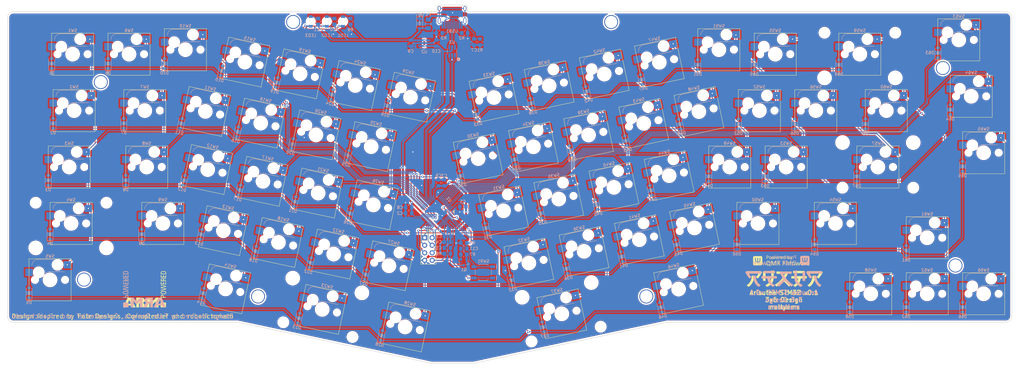
<source format=kicad_pcb>
(kicad_pcb (version 20171130) (host pcbnew "(5.1.4)-1")
  (title_block (title "Arisutea Keyboard") (date 2021-04-05) (rev "STM32 0.1") (company "3x6 Design"))
  (layers (0 F.Cu signal) (31 B.Cu signal) (34 B.Paste user) (35 F.Paste user) (36 B.SilkS user) (37 F.SilkS user) (38 B.Mask user) (39 F.Mask user) (44 Edge.Cuts user))
  (net 0 "")
  (net 1 GND)
  (net 2 "Net-(D1-Pad2)")
  (net 3 "Net-(D2-Pad2)")
  (net 4 "Net-(D3-Pad2)")
  (net 5 "Net-(D4-Pad2)")
  (net 6 "Net-(D5-Pad2)")
  (net 7 "Net-(D6-Pad2)")
  (net 8 "Net-(D7-Pad2)")
  (net 9 "Net-(D8-Pad2)")
  (net 10 "Net-(D9-Pad2)")
  (net 11 "Net-(D10-Pad2)")
  (net 12 "Net-(D11-Pad2)")
  (net 13 "Net-(D12-Pad2)")
  (net 14 "Net-(D13-Pad2)")
  (net 15 "Net-(D14-Pad2)")
  (net 16 "Net-(D15-Pad2)")
  (net 17 "Net-(D16-Pad2)")
  (net 18 "Net-(D17-Pad2)")
  (net 19 "Net-(D18-Pad2)")
  (net 20 "Net-(D19-Pad2)")
  (net 21 "Net-(D20-Pad2)")
  (net 22 "Net-(D21-Pad2)")
  (net 23 "Net-(D22-Pad2)")
  (net 24 "Net-(D23-Pad2)")
  (net 25 "Net-(D24-Pad2)")
  (net 26 "Net-(D25-Pad2)")
  (net 27 "Net-(D26-Pad2)")
  (net 28 "Net-(D27-Pad2)")
  (net 29 "Net-(D28-Pad2)")
  (net 30 "Net-(D29-Pad2)")
  (net 31 "Net-(D30-Pad2)")
  (net 32 "Net-(D31-Pad2)")
  (net 33 "Net-(D32-Pad2)")
  (net 34 "Net-(D33-Pad2)")
  (net 35 "Net-(D34-Pad2)")
  (net 36 "Net-(D35-Pad2)")
  (net 37 "Net-(D36-Pad2)")
  (net 38 "Net-(D37-Pad2)")
  (net 39 "Net-(D38-Pad2)")
  (net 40 "Net-(D39-Pad2)")
  (net 41 "Net-(D40-Pad2)")
  (net 42 "Net-(D41-Pad2)")
  (net 43 "Net-(D42-Pad2)")
  (net 44 "Net-(D43-Pad2)")
  (net 45 "Net-(D44-Pad2)")
  (net 46 "Net-(D45-Pad2)")
  (net 47 "Net-(D46-Pad2)")
  (net 48 "Net-(D47-Pad2)")
  (net 49 "Net-(D48-Pad2)")
  (net 50 "Net-(D49-Pad2)")
  (net 51 "Net-(D50-Pad2)")
  (net 52 "Net-(D51-Pad2)")
  (net 53 "Net-(D52-Pad2)")
  (net 54 "Net-(D53-Pad2)")
  (net 55 "Net-(D54-Pad2)")
  (net 56 "Net-(D55-Pad2)")
  (net 57 "Net-(D56-Pad2)")
  (net 58 "Net-(D57-Pad2)")
  (net 59 "Net-(D58-Pad2)")
  (net 60 "Net-(D59-Pad2)")
  (net 61 "Net-(D60-Pad2)")
  (net 62 "Net-(D61-Pad2)")
  (net 63 "Net-(D62-Pad2)")
  (net 64 "Net-(D64-Pad2)")
  (net 65 "Net-(D65-Pad2)")
  (net 66 "Net-(D66-Pad2)")
  (net 67 D+)
  (net 68 D-)
  (net 69 "Net-(USB1-PadA8)")
  (net 70 "Net-(USB1-PadB8)")
  (net 71 "Net-(D63-Pad2)")
  (net 72 "Net-(LED1-PadA)")
  (net 73 "Net-(LED2-PadA)")
  (net 74 "Net-(LED3-PadA)")
  (net 75 +3V3)
  (net 76 "Net-(C7-Pad1)")
  (net 77 VBUS)
  (net 78 "Net-(C11-Pad2)")
  (net 79 boot0)
  (net 80 NRST)
  (net 81 row0)
  (net 82 row1)
  (net 83 row2)
  (net 84 row3)
  (net 85 row4)
  (net 86 "Net-(F1-Pad2)")
  (net 87 SPI_RES)
  (net 88 SPI_IRQ)
  (net 89 SPI_CS)
  (net 90 SPI_MOSI)
  (net 91 SPI_MISO)
  (net 92 SPI_SCK)
  (net 93 led1)
  (net 94 led2)
  (net 95 led3)
  (net 96 "Net-(R2-Pad1)")
  (net 97 "Net-(R3-Pad2)")
  (net 98 col0)
  (net 99 col1)
  (net 100 col2)
  (net 101 col3)
  (net 102 col4)
  (net 103 col5)
  (net 104 col6)
  (net 105 col7)
  (net 106 col8)
  (net 107 col9)
  (net 108 col10)
  (net 109 col11)
  (net 110 col12)
  (net 111 col13)
  (net 112 col14)
  (net 113 "Net-(U1-Pad19)")
  (net 114 "Net-(U2-Pad4)")
  (net 115 "Net-(U3-Pad6)")
  (net 116 "Net-(U3-Pad4)")
  (net 117 "Net-(U1-Pad11)")
  (net 118 "Net-(U1-Pad10)")
  (net 119 "Net-(U1-Pad18)")
  (net 120 "Net-(U1-Pad6)")
  (net 121 "Net-(U1-Pad5)")
  (module 3x6_graphics:QMK_Logo_Light (layer F.Cu) (at 286.512 108.458)
    (fp_text reference LOGO6 hide)
    (fp_text value qmk_logo hide)
  )
  (module 3x6_graphics:QMK_Logo_Light (layer B.Cu) (at 286.782433 108.370263 180)
    (fp_text reference LOGO5 hide)
    (fp_text value qmk_logo hide)
  )
  (module 3x6_graphics:ARM_powered (layer F.Cu) (at 71.7945 118.119)
    (fp_text reference LOGO4 hide)
    (fp_text value arm_logo hide)
  )
  (module 3x6_graphics:ARM_powered (layer B.Cu) (at 71.5645 118.11 180)
    (fp_text reference LOGO3 hide)
    (fp_text value arm_logo hide)
  )
  (module arisutea:SW_Hotswap_Kailh_1.00u (layer F.Cu) (at 161.462926 53.264632 348)
    (fp_text reference SW29 (at -2.445215 -8.205317 168) (layer B.SilkS) (effects (justify mirror)))
    (fp_text value SW_Push)
    (pad "" np_thru_hole circle (at -3.81 -2.54 348) (size 3 3) (drill 3) (layers *.Cu *.Mask))
    (pad "" np_thru_hole circle (at 2.54 -5.08 348) (size 3 3) (drill 3) (layers *.Cu *.Mask))
    (pad "" np_thru_hole circle (at 0 0 348) (size 4 4) (drill 4) (layers *.Cu *.Mask))
    (pad "" np_thru_hole circle (at -5.08 0 348) (size 1.75 1.75) (drill 1.75) (layers *.Cu *.Mask))
    (pad "" np_thru_hole circle (at 5.08 0 348) (size 1.75 1.75) (drill 1.75) (layers *.Cu *.Mask))
    (pad 1 smd rect (at -7.085 -2.54 348) (size 2.55 2.5) (layers B.Cu B.Paste B.Mask) (net 30 "Net-(D29-Pad2)"))
    (pad 2 smd rect (at 5.842 -5.08 348) (size 2.55 2.5) (layers B.Cu B.Paste B.Mask) (net 104 col6))
  )
  (module arisutea:SW_Hotswap_Kailh_1.00u (layer F.Cu) (at 208.273375 49.411604 12)
    (fp_text reference SW38 (at 0 -8 12) (layer B.SilkS) (effects (justify mirror)))
    (fp_text value SW_Push)
    (pad "" np_thru_hole circle (at -3.81 -2.54 12) (size 3 3) (drill 3) (layers *.Cu *.Mask))
    (pad "" np_thru_hole circle (at 2.54 -5.08 12) (size 3 3) (drill 3) (layers *.Cu *.Mask))
    (pad "" np_thru_hole circle (at 0 0 12) (size 4 4) (drill 4) (layers *.Cu *.Mask))
    (pad "" np_thru_hole circle (at -5.08 0 12) (size 1.75 1.75) (drill 1.75) (layers *.Cu *.Mask))
    (pad "" np_thru_hole circle (at 5.08 0 12) (size 1.75 1.75) (drill 1.75) (layers *.Cu *.Mask))
    (pad 1 smd rect (at -7.085 -2.54 12) (size 2.55 2.5) (layers B.Cu B.Paste B.Mask) (net 39 "Net-(D38-Pad2)"))
    (pad 2 smd rect (at 5.842 -5.08 12) (size 2.55 2.5) (layers B.Cu B.Paste B.Mask) (net 106 col8))
  )
  (module 3x6_components:USB_C_Receptacle_HRO_TYPE-C-31-M-12-HandSoldering (layer B.Cu) (at 175.5 20.69)
    (fp_text reference USB1 (at 0 10.25) (layer B.SilkS) (effects (justify mirror)))
    (fp_text value USB_C_HRO_TYPE-C-31-M-12-USB_Type-C)
    (pad B5 smd rect (at 1.75 8.195) (size 0.3 2.45) (layers B.Cu B.Paste B.Mask) (net 96 "Net-(R2-Pad1)"))
    (pad A8 smd rect (at 1.25 8.195) (size 0.3 2.45) (layers B.Cu B.Paste B.Mask) (net 69 "Net-(USB1-PadA8)"))
    (pad B6 smd rect (at 0.75 8.195) (size 0.3 2.45) (layers B.Cu B.Paste B.Mask) (net 115 "Net-(U3-Pad6)"))
    (pad A7 smd rect (at 0.25 8.195) (size 0.3 2.45) (layers B.Cu B.Paste B.Mask) (net 116 "Net-(U3-Pad4)"))
    (pad B8 smd rect (at -1.75 8.195) (size 0.3 2.45) (layers B.Cu B.Paste B.Mask) (net 70 "Net-(USB1-PadB8)"))
    (pad A5 smd rect (at -1.25 8.195) (size 0.3 2.45) (layers B.Cu B.Paste B.Mask) (net 97 "Net-(R3-Pad2)"))
    (pad B7 smd rect (at -0.75 8.195) (size 0.3 2.45) (layers B.Cu B.Paste B.Mask) (net 116 "Net-(U3-Pad4)"))
    (pad A9 smd rect (at 2.45 8.195) (size 0.6 2.45) (layers B.Cu B.Paste B.Mask) (net 86 "Net-(F1-Pad2)"))
    (pad A12 smd rect (at 3.25 8.195) (size 0.6 2.45) (layers B.Cu B.Paste B.Mask) (net 1 GND))
    (pad "" np_thru_hole circle (at -2.89 6.25) (size 0.65 0.65) (drill 0.65) (layers *.Cu *.Mask))
    (pad S1 thru_hole oval (at -4.32 6.78) (size 1 2.1) (drill oval 0.6 1.7) (layers *.Cu *.Mask) (net 76 "Net-(C7-Pad1)"))
    (pad S1 thru_hole oval (at -4.32 2.6) (size 1 1.6) (drill oval 0.6 1.2) (layers *.Cu *.Mask) (net 76 "Net-(C7-Pad1)"))
    (pad S1 thru_hole oval (at 4.32 2.6) (size 1 1.6) (drill oval 0.6 1.2) (layers *.Cu *.Mask) (net 76 "Net-(C7-Pad1)"))
    (pad S1 thru_hole oval (at 4.32 6.78) (size 1 2.1) (drill oval 0.6 1.7) (layers *.Cu *.Mask) (net 76 "Net-(C7-Pad1)"))
    (pad "" np_thru_hole circle (at 2.89 6.25) (size 0.65 0.65) (drill 0.65) (layers *.Cu *.Mask))
    (pad A1 smd rect (at -3.25 8.195) (size 0.6 2.45) (layers B.Cu B.Paste B.Mask) (net 1 GND))
    (pad A4 smd rect (at -2.45 8.195) (size 0.6 2.45) (layers B.Cu B.Paste B.Mask) (net 86 "Net-(F1-Pad2)"))
    (pad A6 smd rect (at -0.25 8.195) (size 0.3 2.45) (layers B.Cu B.Paste B.Mask) (net 115 "Net-(U3-Pad6)"))
  )
  (module 3x6_components:SOT-23-6_Handsoldering (layer B.Cu) (at 175.514 37.7825 90)
    (fp_text reference U3 (at 3.1115 0 180) (layer B.SilkS) (effects (justify mirror)))
    (fp_text value NUF2221W1T2G)
    (pad 5 smd rect (at 1.35 0 90) (size 1.56 0.65) (layers B.Cu B.Paste B.Mask) (net 75 +3V3))
    (pad 6 smd rect (at 1.35 0.95 90) (size 1.56 0.65) (layers B.Cu B.Paste B.Mask) (net 115 "Net-(U3-Pad6)"))
    (pad 4 smd rect (at 1.35 -0.95 90) (size 1.56 0.65) (layers B.Cu B.Paste B.Mask) (net 116 "Net-(U3-Pad4)"))
    (pad 3 smd rect (at -1.35 -0.95 90) (size 1.56 0.65) (layers B.Cu B.Paste B.Mask) (net 68 D-))
    (pad 2 smd rect (at -1.35 0 90) (size 1.56 0.65) (layers B.Cu B.Paste B.Mask) (net 1 GND))
    (pad 1 smd rect (at -1.35 0.95 90) (size 1.56 0.65) (layers B.Cu B.Paste B.Mask) (net 67 D+))
  )
  (module 3x6_components:SOT-23-5_HandSoldering (layer B.Cu) (at 166.116 34.9885)
    (fp_text reference U2 (at 0 2.9) (layer B.SilkS) (effects (justify mirror)))
    (fp_text value TLV70233)
    (pad 5 smd rect (at 1.35 0.95) (size 1.56 0.65) (layers B.Cu B.Paste B.Mask) (net 75 +3V3))
    (pad 4 smd rect (at 1.35 -0.95) (size 1.56 0.65) (layers B.Cu B.Paste B.Mask) (net 114 "Net-(U2-Pad4)"))
    (pad 3 smd rect (at -1.35 -0.95) (size 1.56 0.65) (layers B.Cu B.Paste B.Mask) (net 77 VBUS))
    (pad 2 smd rect (at -1.35 0) (size 1.56 0.65) (layers B.Cu B.Paste B.Mask) (net 1 GND))
    (pad 1 smd rect (at -1.35 0.95) (size 1.56 0.65) (layers B.Cu B.Paste B.Mask) (net 77 VBUS))
  )
  (module 3x6_components:LQFP-48_7x7mm_P0.5mm (layer B.Cu) (at 170.307 91.8845 135)
    (fp_text reference U1 (at 0 5.85 135) (layer B.SilkS) (effects (justify mirror)))
    (fp_text value STM32F072-LQFP48)
    (pad 48 smd roundrect (at -2.75 4.1625 135) (size 0.3 1.475) (layers B.Cu B.Paste B.Mask) (roundrect_rratio 0.5) (net 75 +3V3))
    (pad 47 smd roundrect (at -2.25 4.1625 135) (size 0.3 1.475) (layers B.Cu B.Paste B.Mask) (roundrect_rratio 0.5) (net 1 GND))
    (pad 46 smd roundrect (at -1.75 4.1625 135) (size 0.3 1.475) (layers B.Cu B.Paste B.Mask) (roundrect_rratio 0.5) (net 104 col6))
    (pad 45 smd roundrect (at -1.25 4.1625 135) (size 0.3 1.475) (layers B.Cu B.Paste B.Mask) (roundrect_rratio 0.5) (net 105 col7))
    (pad 44 smd roundrect (at -0.75 4.1625 135) (size 0.3 1.475) (layers B.Cu B.Paste B.Mask) (roundrect_rratio 0.5) (net 79 boot0))
    (pad 43 smd roundrect (at -0.25 4.1625 135) (size 0.3 1.475) (layers B.Cu B.Paste B.Mask) (roundrect_rratio 0.5) (net 106 col8))
    (pad 42 smd roundrect (at 0.25 4.1625 135) (size 0.3 1.475) (layers B.Cu B.Paste B.Mask) (roundrect_rratio 0.5) (net 107 col9))
    (pad 41 smd roundrect (at 0.75 4.1625 135) (size 0.3 1.475) (layers B.Cu B.Paste B.Mask) (roundrect_rratio 0.5) (net 108 col10))
    (pad 40 smd roundrect (at 1.25 4.1625 135) (size 0.3 1.475) (layers B.Cu B.Paste B.Mask) (roundrect_rratio 0.5) (net 109 col11))
    (pad 39 smd roundrect (at 1.75 4.1625 135) (size 0.3 1.475) (layers B.Cu B.Paste B.Mask) (roundrect_rratio 0.5) (net 110 col12))
    (pad 38 smd roundrect (at 2.25 4.1625 135) (size 0.3 1.475) (layers B.Cu B.Paste B.Mask) (roundrect_rratio 0.5) (net 111 col13))
    (pad 37 smd roundrect (at 2.75 4.1625 135) (size 0.3 1.475) (layers B.Cu B.Paste B.Mask) (roundrect_rratio 0.5) (net 112 col14))
    (pad 36 smd roundrect (at 4.1625 2.75 135) (size 1.475 0.3) (layers B.Cu B.Paste B.Mask) (roundrect_rratio 0.5) (net 75 +3V3))
    (pad 35 smd roundrect (at 4.1625 2.25 135) (size 1.475 0.3) (layers B.Cu B.Paste B.Mask) (roundrect_rratio 0.5) (net 1 GND))
    (pad 34 smd roundrect (at 4.1625 1.75 135) (size 1.475 0.3) (layers B.Cu B.Paste B.Mask) (roundrect_rratio 0.5) (net 81 row0))
    (pad 33 smd roundrect (at 4.1625 1.25 135) (size 1.475 0.3) (layers B.Cu B.Paste B.Mask) (roundrect_rratio 0.5) (net 67 D+))
    (pad 32 smd roundrect (at 4.1625 0.75 135) (size 1.475 0.3) (layers B.Cu B.Paste B.Mask) (roundrect_rratio 0.5) (net 68 D-))
    (pad 31 smd roundrect (at 4.1625 0.25 135) (size 1.475 0.3) (layers B.Cu B.Paste B.Mask) (roundrect_rratio 0.5) (net 82 row1))
    (pad 30 smd roundrect (at 4.1625 -0.25 135) (size 1.475 0.3) (layers B.Cu B.Paste B.Mask) (roundrect_rratio 0.5) (net 98 col0))
    (pad 29 smd roundrect (at 4.1625 -0.75 135) (size 1.475 0.3) (layers B.Cu B.Paste B.Mask) (roundrect_rratio 0.5) (net 99 col1))
    (pad 28 smd roundrect (at 4.1625 -1.25 135) (size 1.475 0.3) (layers B.Cu B.Paste B.Mask) (roundrect_rratio 0.5) (net 100 col2))
    (pad 27 smd roundrect (at 4.1625 -1.75 135) (size 1.475 0.3) (layers B.Cu B.Paste B.Mask) (roundrect_rratio 0.5) (net 101 col3))
    (pad 26 smd roundrect (at 4.1625 -2.25 135) (size 1.475 0.3) (layers B.Cu B.Paste B.Mask) (roundrect_rratio 0.5) (net 102 col4))
    (pad 25 smd roundrect (at 4.1625 -2.75 135) (size 1.475 0.3) (layers B.Cu B.Paste B.Mask) (roundrect_rratio 0.5) (net 103 col5))
    (pad 24 smd roundrect (at 2.75 -4.1625 135) (size 0.3 1.475) (layers B.Cu B.Paste B.Mask) (roundrect_rratio 0.5) (net 75 +3V3))
    (pad 23 smd roundrect (at 2.25 -4.1625 135) (size 0.3 1.475) (layers B.Cu B.Paste B.Mask) (roundrect_rratio 0.5) (net 1 GND))
    (pad 22 smd roundrect (at 1.75 -4.1625 135) (size 0.3 1.475) (layers B.Cu B.Paste B.Mask) (roundrect_rratio 0.5) (net 93 led1))
    (pad 21 smd roundrect (at 1.25 -4.1625 135) (size 0.3 1.475) (layers B.Cu B.Paste B.Mask) (roundrect_rratio 0.5) (net 94 led2))
    (pad 20 smd roundrect (at 0.75 -4.1625 135) (size 0.3 1.475) (layers B.Cu B.Paste B.Mask) (roundrect_rratio 0.5) (net 95 led3))
    (pad 19 smd roundrect (at 0.25 -4.1625 135) (size 0.3 1.475) (layers B.Cu B.Paste B.Mask) (roundrect_rratio 0.5) (net 113 "Net-(U1-Pad19)"))
    (pad 18 smd roundrect (at -0.25 -4.1625 135) (size 0.3 1.475) (layers B.Cu B.Paste B.Mask) (roundrect_rratio 0.5) (net 119 "Net-(U1-Pad18)"))
    (pad 17 smd roundrect (at -0.75 -4.1625 135) (size 0.3 1.475) (layers B.Cu B.Paste B.Mask) (roundrect_rratio 0.5) (net 90 SPI_MOSI))
    (pad 16 smd roundrect (at -1.25 -4.1625 135) (size 0.3 1.475) (layers B.Cu B.Paste B.Mask) (roundrect_rratio 0.5) (net 91 SPI_MISO))
    (pad 15 smd roundrect (at -1.75 -4.1625 135) (size 0.3 1.475) (layers B.Cu B.Paste B.Mask) (roundrect_rratio 0.5) (net 92 SPI_SCK))
    (pad 14 smd roundrect (at -2.25 -4.1625 135) (size 0.3 1.475) (layers B.Cu B.Paste B.Mask) (roundrect_rratio 0.5) (net 89 SPI_CS))
    (pad 13 smd roundrect (at -2.75 -4.1625 135) (size 0.3 1.475) (layers B.Cu B.Paste B.Mask) (roundrect_rratio 0.5) (net 88 SPI_IRQ))
    (pad 12 smd roundrect (at -4.1625 -2.75 135) (size 1.475 0.3) (layers B.Cu B.Paste B.Mask) (roundrect_rratio 0.5) (net 87 SPI_RES))
    (pad 11 smd roundrect (at -4.1625 -2.25 135) (size 1.475 0.3) (layers B.Cu B.Paste B.Mask) (roundrect_rratio 0.5) (net 117 "Net-(U1-Pad11)"))
    (pad 10 smd roundrect (at -4.1625 -1.75 135) (size 1.475 0.3) (layers B.Cu B.Paste B.Mask) (roundrect_rratio 0.5) (net 118 "Net-(U1-Pad10)"))
    (pad 9 smd roundrect (at -4.1625 -1.25 135) (size 1.475 0.3) (layers B.Cu B.Paste B.Mask) (roundrect_rratio 0.5) (net 75 +3V3))
    (pad 8 smd roundrect (at -4.1625 -0.75 135) (size 1.475 0.3) (layers B.Cu B.Paste B.Mask) (roundrect_rratio 0.5) (net 1 GND))
    (pad 7 smd roundrect (at -4.1625 -0.25 135) (size 1.475 0.3) (layers B.Cu B.Paste B.Mask) (roundrect_rratio 0.5) (net 80 NRST))
    (pad 6 smd roundrect (at -4.1625 0.25 135) (size 1.475 0.3) (layers B.Cu B.Paste B.Mask) (roundrect_rratio 0.5) (net 120 "Net-(U1-Pad6)"))
    (pad 5 smd roundrect (at -4.1625 0.75 135) (size 1.475 0.3) (layers B.Cu B.Paste B.Mask) (roundrect_rratio 0.5) (net 121 "Net-(U1-Pad5)"))
    (pad 4 smd roundrect (at -4.1625 1.25 135) (size 1.475 0.3) (layers B.Cu B.Paste B.Mask) (roundrect_rratio 0.5) (net 85 row4))
    (pad 3 smd roundrect (at -4.1625 1.75 135) (size 1.475 0.3) (layers B.Cu B.Paste B.Mask) (roundrect_rratio 0.5) (net 84 row3))
    (pad 2 smd roundrect (at -4.1625 2.25 135) (size 1.475 0.3) (layers B.Cu B.Paste B.Mask) (roundrect_rratio 0.5) (net 83 row2))
    (pad 1 smd rect (at -4.1625 2.75 135) (size 1.475 0.3) (layers B.Cu B.Paste B.Mask) (net 75 +3V3))
  )
  (module 3x6_components:SW_SPST_TL3342 (layer B.Cu) (at 186.055 112.395 180)
    (fp_text reference SWR1 (at 0 3.75) (layer B.SilkS) (effects (justify mirror)))
    (fp_text value SW_Push)
    (pad 2 smd rect (at 3.15 -1.9 180) (size 1.7 1) (layers B.Cu B.Paste B.Mask) (net 75 +3V3))
    (pad 2 smd rect (at -3.15 -1.9 180) (size 1.7 1) (layers B.Cu B.Paste B.Mask) (net 75 +3V3))
    (pad 1 smd rect (at 3.15 1.9 180) (size 1.7 1) (layers B.Cu B.Paste B.Mask) (net 79 boot0))
    (pad 1 smd rect (at -3.15 1.9 180) (size 1.7 1) (layers B.Cu B.Paste B.Mask) (net 79 boot0))
  )
  (module 3x6_components:R_0805_2012Metric_Pad1.20x1.40mm_HandSolder (layer B.Cu) (at 130.302 27.686 90)
    (fp_text reference R11 (at -2.7305 0 180) (layer B.SilkS) (effects (justify mirror)))
    (fp_text value 470)
    (pad 2 smd roundrect (at 1 0 90) (size 1.2 1.4) (layers B.Cu B.Paste B.Mask) (roundrect_rratio 0.208333) (net 74 "Net-(LED3-PadA)"))
    (pad 1 smd roundrect (at -1 0 90) (size 1.2 1.4) (layers B.Cu B.Paste B.Mask) (roundrect_rratio 0.208333) (net 77 VBUS))
  )
  (module 3x6_components:R_0805_2012Metric_Pad1.20x1.40mm_HandSolder (layer B.Cu) (at 135.763 27.686 90)
    (fp_text reference R10 (at -2.7305 0 180) (layer B.SilkS) (effects (justify mirror)))
    (fp_text value 470)
    (pad 2 smd roundrect (at 1 0 90) (size 1.2 1.4) (layers B.Cu B.Paste B.Mask) (roundrect_rratio 0.208333) (net 73 "Net-(LED2-PadA)"))
    (pad 1 smd roundrect (at -1 0 90) (size 1.2 1.4) (layers B.Cu B.Paste B.Mask) (roundrect_rratio 0.208333) (net 77 VBUS))
  )
  (module 3x6_components:R_0805_2012Metric_Pad1.20x1.40mm_HandSolder (layer B.Cu) (at 141.224 27.686 90)
    (fp_text reference R9 (at -2.794 0 180) (layer B.SilkS) (effects (justify mirror)))
    (fp_text value 470)
    (pad 2 smd roundrect (at 1 0 90) (size 1.2 1.4) (layers B.Cu B.Paste B.Mask) (roundrect_rratio 0.208333) (net 72 "Net-(LED1-PadA)"))
    (pad 1 smd roundrect (at -1 0 90) (size 1.2 1.4) (layers B.Cu B.Paste B.Mask) (roundrect_rratio 0.208333) (net 77 VBUS))
  )
  (module 3x6_components:R_0805_2012Metric_Pad1.20x1.40mm_HandSolder (layer B.Cu) (at 173.9265 106.1085)
    (fp_text reference R8 (at -2.921 0) (layer B.SilkS) (effects (justify mirror)))
    (fp_text value 10K)
    (pad 2 smd roundrect (at 1 0) (size 1.2 1.4) (layers B.Cu B.Paste B.Mask) (roundrect_rratio 0.208333) (net 80 NRST))
    (pad 1 smd roundrect (at -1 0) (size 1.2 1.4) (layers B.Cu B.Paste B.Mask) (roundrect_rratio 0.208333) (net 75 +3V3))
  )
  (module 3x6_components:R_0805_2012Metric_Pad1.20x1.40mm_HandSolder (layer B.Cu) (at 179.451 106.3625)
    (fp_text reference R7 (at 2.9845 0) (layer B.SilkS) (effects (justify mirror)))
    (fp_text value 10K)
    (pad 2 smd roundrect (at 1 0) (size 1.2 1.4) (layers B.Cu B.Paste B.Mask) (roundrect_rratio 0.208333) (net 1 GND))
    (pad 1 smd roundrect (at -1 0) (size 1.2 1.4) (layers B.Cu B.Paste B.Mask) (roundrect_rratio 0.208333) (net 78 "Net-(C11-Pad2)"))
  )
  (module 3x6_components:R_0805_2012Metric_Pad1.20x1.40mm_HandSolder (layer B.Cu) (at 179.451 102.489 180)
    (fp_text reference R4 (at -2.921 0) (layer B.SilkS) (effects (justify mirror)))
    (fp_text value 10K)
    (pad 2 smd roundrect (at 1 0 180) (size 1.2 1.4) (layers B.Cu B.Paste B.Mask) (roundrect_rratio 0.208333) (net 1 GND))
    (pad 1 smd roundrect (at -1 0 180) (size 1.2 1.4) (layers B.Cu B.Paste B.Mask) (roundrect_rratio 0.208333) (net 79 boot0))
  )
  (module 3x6_components:R_0805_2012Metric_Pad1.20x1.40mm_HandSolder (layer B.Cu) (at 171.196 31.623)
    (fp_text reference R3 (at 1.524 1.651 180) (layer B.SilkS) (effects (justify mirror)))
    (fp_text value 5k1)
    (pad 2 smd roundrect (at 1 0) (size 1.2 1.4) (layers B.Cu B.Paste B.Mask) (roundrect_rratio 0.208333) (net 97 "Net-(R3-Pad2)"))
    (pad 1 smd roundrect (at -1 0) (size 1.2 1.4) (layers B.Cu B.Paste B.Mask) (roundrect_rratio 0.208333) (net 1 GND))
  )
  (module 3x6_components:R_0805_2012Metric_Pad1.20x1.40mm_HandSolder (layer B.Cu) (at 179.7685 31.623)
    (fp_text reference R2 (at -1.016 1.651 180) (layer B.SilkS) (effects (justify mirror)))
    (fp_text value 5k1)
    (pad 2 smd roundrect (at 1 0) (size 1.2 1.4) (layers B.Cu B.Paste B.Mask) (roundrect_rratio 0.208333) (net 1 GND))
    (pad 1 smd roundrect (at -1 0) (size 1.2 1.4) (layers B.Cu B.Paste B.Mask) (roundrect_rratio 0.208333) (net 96 "Net-(R2-Pad1)"))
  )
  (module 3x6_components:R_0805_2012Metric_Pad1.20x1.40mm_HandSolder (layer B.Cu) (at 184.912 34.6075 270)
    (fp_text reference R1 (at 2.7305 0 180) (layer B.SilkS) (effects (justify mirror)))
    (fp_text value 1M)
    (pad 2 smd roundrect (at 1 0 270) (size 1.2 1.4) (layers B.Cu B.Paste B.Mask) (roundrect_rratio 0.208333) (net 1 GND))
    (pad 1 smd roundrect (at -1 0 270) (size 1.2 1.4) (layers B.Cu B.Paste B.Mask) (roundrect_rratio 0.208333) (net 76 "Net-(C7-Pad1)"))
  )
  (module 3x6_components:SOT-23 (layer B.Cu) (at 179.451 109.0295 270)
    (fp_text reference Q1 (at 2.413 0 180) (layer B.SilkS) (effects (justify mirror)))
    (fp_text value 2N7002)
    (pad 3 smd rect (at 1 0 270) (size 0.9 0.8) (layers B.Cu B.Paste B.Mask) (net 80 NRST))
    (pad 2 smd rect (at -1 -0.95 270) (size 0.9 0.8) (layers B.Cu B.Paste B.Mask) (net 1 GND))
    (pad 1 smd rect (at -1 0.95 270) (size 0.9 0.8) (layers B.Cu B.Paste B.Mask) (net 78 "Net-(C11-Pad2)"))
  )
  (module 3x6_components:LED_IN-S124ARUW (layer B.Cu) (at 127.762 27.686 270)
    (fp_text reference LED3 (at 4.699 0 180) (layer B.SilkS) (effects (justify mirror)))
    (fp_text value LED)
    (fp_line (start -1.075 -0.55) (end -1.025 -0.625) (layer B.Cu) (width 0.0001))
    (fp_poly (pts (xy 2.1 -0.625) (xy 1.025 -0.625) (xy 1.047572 -0.587334) (xy 1.068727 -0.548854) (xy 1.088435 -0.509613) (xy 1.106668 -0.469665) (xy 1.123401 -0.429067) (xy 1.138612 -0.387874) (xy 1.152279 -0.346143) (xy 1.164382 -0.303932) (xy 1.174906 -0.2613) (xy 1.183836 -0.218306) (xy 1.191159 -0.175009) (xy 1.196866 -0.131469) (xy 1.200947 -0.087748) (xy 1.203398 -0.043904) (xy 1.204216 0) (xy 1.203398 0.043904) (xy 1.200947 0.087748) (xy 1.196866 0.131469) (xy 1.191159 0.175009) (xy 1.183836 0.218306) (xy 1.174906 0.2613) (xy 1.164382 0.303932) (xy 1.152279 0.346143) (xy 1.138612 0.387874) (xy 1.123401 0.429067) (xy 1.106668 0.469665) (xy 1.088435 0.509613) (xy 1.068727 0.548854) (xy 1.047572 0.587334) (xy 1.025 0.625) (xy 2.1 0.625) (xy 2.1 -0.625)) (layer B.Cu) (width 0.01))
    (fp_line (start 1.075 -0.55) (end 1.025 -0.625) (layer F.Cu) (width 0.0001))
    (fp_poly (pts (xy -2.1 -0.625) (xy -1.025 -0.625) (xy -1.047572 -0.587334) (xy -1.068727 -0.548854) (xy -1.088435 -0.509613) (xy -1.106668 -0.469665) (xy -1.123401 -0.429067) (xy -1.138612 -0.387874) (xy -1.152279 -0.346143) (xy -1.164382 -0.303932) (xy -1.174906 -0.2613) (xy -1.183836 -0.218306) (xy -1.191159 -0.175009) (xy -1.196866 -0.131469) (xy -1.200947 -0.087748) (xy -1.203398 -0.043904) (xy -1.204216 0) (xy -1.203398 0.043904) (xy -1.200947 0.087748) (xy -1.196866 0.131469) (xy -1.191159 0.175009) (xy -1.183836 0.218306) (xy -1.174906 0.2613) (xy -1.164382 0.303932) (xy -1.152279 0.346143) (xy -1.138612 0.387874) (xy -1.123401 0.429067) (xy -1.106668 0.469665) (xy -1.088435 0.509613) (xy -1.068727 0.548854) (xy -1.047572 0.587334) (xy -1.025 0.625) (xy -2.1 0.625) (xy -2.1 -0.625)) (layer B.Cu) (width 0.01))
    (fp_circle (center 0 0) (end 1.2 0) (layer Edge.Cuts) (width 0.01))
    (pad C smd rect (at 1.56 0 270) (size 0.381 0.381) (layers B.Cu) (net 95 led3))
    (pad A smd rect (at -1.56 0 270) (size 0.381 0.381) (layers B.Cu) (net 74 "Net-(LED3-PadA)"))
    (pad "" np_thru_hole circle (at 0 0 270) (size 2.4 2.4) (drill 2.4) (layers *.Cu *.Mask))
  )
  (module 3x6_components:LED_IN-S124ARUW (layer B.Cu) (at 133.223 27.686 270)
    (fp_text reference LED2 (at 4.699 0 180) (layer B.SilkS) (effects (justify mirror)))
    (fp_text value LED)
    (fp_line (start -1.075 -0.55) (end -1.025 -0.625) (layer B.Cu) (width 0.0001))
    (fp_poly (pts (xy 2.1 -0.625) (xy 1.025 -0.625) (xy 1.047572 -0.587334) (xy 1.068727 -0.548854) (xy 1.088435 -0.509613) (xy 1.106668 -0.469665) (xy 1.123401 -0.429067) (xy 1.138612 -0.387874) (xy 1.152279 -0.346143) (xy 1.164382 -0.303932) (xy 1.174906 -0.2613) (xy 1.183836 -0.218306) (xy 1.191159 -0.175009) (xy 1.196866 -0.131469) (xy 1.200947 -0.087748) (xy 1.203398 -0.043904) (xy 1.204216 0) (xy 1.203398 0.043904) (xy 1.200947 0.087748) (xy 1.196866 0.131469) (xy 1.191159 0.175009) (xy 1.183836 0.218306) (xy 1.174906 0.2613) (xy 1.164382 0.303932) (xy 1.152279 0.346143) (xy 1.138612 0.387874) (xy 1.123401 0.429067) (xy 1.106668 0.469665) (xy 1.088435 0.509613) (xy 1.068727 0.548854) (xy 1.047572 0.587334) (xy 1.025 0.625) (xy 2.1 0.625) (xy 2.1 -0.625)) (layer B.Cu) (width 0.01))
    (fp_line (start 1.075 -0.55) (end 1.025 -0.625) (layer F.Cu) (width 0.0001))
    (fp_poly (pts (xy -2.1 -0.625) (xy -1.025 -0.625) (xy -1.047572 -0.587334) (xy -1.068727 -0.548854) (xy -1.088435 -0.509613) (xy -1.106668 -0.469665) (xy -1.123401 -0.429067) (xy -1.138612 -0.387874) (xy -1.152279 -0.346143) (xy -1.164382 -0.303932) (xy -1.174906 -0.2613) (xy -1.183836 -0.218306) (xy -1.191159 -0.175009) (xy -1.196866 -0.131469) (xy -1.200947 -0.087748) (xy -1.203398 -0.043904) (xy -1.204216 0) (xy -1.203398 0.043904) (xy -1.200947 0.087748) (xy -1.196866 0.131469) (xy -1.191159 0.175009) (xy -1.183836 0.218306) (xy -1.174906 0.2613) (xy -1.164382 0.303932) (xy -1.152279 0.346143) (xy -1.138612 0.387874) (xy -1.123401 0.429067) (xy -1.106668 0.469665) (xy -1.088435 0.509613) (xy -1.068727 0.548854) (xy -1.047572 0.587334) (xy -1.025 0.625) (xy -2.1 0.625) (xy -2.1 -0.625)) (layer B.Cu) (width 0.01))
    (fp_circle (center 0 0) (end 1.2 0) (layer Edge.Cuts) (width 0.01))
    (pad C smd rect (at 1.56 0 270) (size 0.381 0.381) (layers B.Cu) (net 94 led2))
    (pad A smd rect (at -1.56 0 270) (size 0.381 0.381) (layers B.Cu) (net 73 "Net-(LED2-PadA)"))
    (pad "" np_thru_hole circle (at 0 0 270) (size 2.4 2.4) (drill 2.4) (layers *.Cu *.Mask))
  )
  (module 3x6_components:LED_IN-S124ARUW (layer B.Cu) (at 138.684 27.686 270)
    (fp_text reference LED1 (at 4.699 0 180) (layer B.SilkS) (effects (justify mirror)))
    (fp_text value LED)
    (fp_line (start -1.075 -0.55) (end -1.025 -0.625) (layer B.Cu) (width 0.0001))
    (fp_poly (pts (xy 2.1 -0.625) (xy 1.025 -0.625) (xy 1.047572 -0.587334) (xy 1.068727 -0.548854) (xy 1.088435 -0.509613) (xy 1.106668 -0.469665) (xy 1.123401 -0.429067) (xy 1.138612 -0.387874) (xy 1.152279 -0.346143) (xy 1.164382 -0.303932) (xy 1.174906 -0.2613) (xy 1.183836 -0.218306) (xy 1.191159 -0.175009) (xy 1.196866 -0.131469) (xy 1.200947 -0.087748) (xy 1.203398 -0.043904) (xy 1.204216 0) (xy 1.203398 0.043904) (xy 1.200947 0.087748) (xy 1.196866 0.131469) (xy 1.191159 0.175009) (xy 1.183836 0.218306) (xy 1.174906 0.2613) (xy 1.164382 0.303932) (xy 1.152279 0.346143) (xy 1.138612 0.387874) (xy 1.123401 0.429067) (xy 1.106668 0.469665) (xy 1.088435 0.509613) (xy 1.068727 0.548854) (xy 1.047572 0.587334) (xy 1.025 0.625) (xy 2.1 0.625) (xy 2.1 -0.625)) (layer B.Cu) (width 0.01))
    (fp_line (start 1.075 -0.55) (end 1.025 -0.625) (layer F.Cu) (width 0.0001))
    (fp_poly (pts (xy -2.1 -0.625) (xy -1.025 -0.625) (xy -1.047572 -0.587334) (xy -1.068727 -0.548854) (xy -1.088435 -0.509613) (xy -1.106668 -0.469665) (xy -1.123401 -0.429067) (xy -1.138612 -0.387874) (xy -1.152279 -0.346143) (xy -1.164382 -0.303932) (xy -1.174906 -0.2613) (xy -1.183836 -0.218306) (xy -1.191159 -0.175009) (xy -1.196866 -0.131469) (xy -1.200947 -0.087748) (xy -1.203398 -0.043904) (xy -1.204216 0) (xy -1.203398 0.043904) (xy -1.200947 0.087748) (xy -1.196866 0.131469) (xy -1.191159 0.175009) (xy -1.183836 0.218306) (xy -1.174906 0.2613) (xy -1.164382 0.303932) (xy -1.152279 0.346143) (xy -1.138612 0.387874) (xy -1.123401 0.429067) (xy -1.106668 0.469665) (xy -1.088435 0.509613) (xy -1.068727 0.548854) (xy -1.047572 0.587334) (xy -1.025 0.625) (xy -2.1 0.625) (xy -2.1 -0.625)) (layer B.Cu) (width 0.01))
    (fp_circle (center 0 0) (end 1.2 0) (layer Edge.Cuts) (width 0.01))
    (pad C smd rect (at 1.56 0 270) (size 0.381 0.381) (layers B.Cu) (net 93 led1))
    (pad A smd rect (at -1.56 0 270) (size 0.381 0.381) (layers B.Cu) (net 72 "Net-(LED1-PadA)"))
    (pad "" np_thru_hole circle (at 0 0 270) (size 2.4 2.4) (drill 2.4) (layers *.Cu *.Mask))
  )
  (module 3x6_connectors:PinHeader_2x04_P2.54mm_Vertical (layer F.Cu) (at 166.243 100.711)
    (fp_text reference J1 (at 1.27 -2.33) (layer F.SilkS))
    (fp_text value Conn_Generic_Conn_01x08)
    (pad 8 thru_hole oval (at 2.54 7.62) (size 1.7 1.7) (drill 1) (layers *.Cu *.Mask) (net 75 +3V3))
    (pad 7 thru_hole oval (at 0 7.62) (size 1.7 1.7) (drill 1) (layers *.Cu *.Mask) (net 1 GND))
    (pad 6 thru_hole oval (at 2.54 5.08) (size 1.7 1.7) (drill 1) (layers *.Cu *.Mask) (net 87 SPI_RES))
    (pad 5 thru_hole oval (at 0 5.08) (size 1.7 1.7) (drill 1) (layers *.Cu *.Mask) (net 88 SPI_IRQ))
    (pad 4 thru_hole oval (at 2.54 2.54) (size 1.7 1.7) (drill 1) (layers *.Cu *.Mask) (net 89 SPI_CS))
    (pad 3 thru_hole oval (at 0 2.54) (size 1.7 1.7) (drill 1) (layers *.Cu *.Mask) (net 90 SPI_MOSI))
    (pad 2 thru_hole oval (at 2.54 0) (size 1.7 1.7) (drill 1) (layers *.Cu *.Mask) (net 91 SPI_MISO))
    (pad 1 thru_hole rect (at 0 0) (size 1.7 1.7) (drill 1) (layers *.Cu *.Mask) (net 92 SPI_SCK))
  )
  (module 3x6_mounting_hole:Plated_Through_Hole_M2 (layer F.Cu) (at 345.449949 110.157503)
    (fp_text reference H8 hide)
    (fp_text value ThroughHole hide)
    (pad "" thru_hole circle (at 0.025 -0.075 90) (size 4.7 4.7) (drill 4.1) (layers *.Cu *.Mask Dwgs.User) (clearance 0.3))
  )
  (module 3x6_mounting_hole:Plated_Through_Hole_M2 (layer F.Cu) (at 341.18 43.482516)
    (fp_text reference H7 hide)
    (fp_text value ThroughHole hide)
    (pad "" thru_hole circle (at 0.025 -0.075 90) (size 4.7 4.7) (drill 4.1) (layers *.Cu *.Mask Dwgs.User) (clearance 0.3))
  )
  (module 3x6_mounting_hole:Plated_Through_Hole_M2 (layer F.Cu) (at 241.060266 120.60872)
    (fp_text reference H6 hide)
    (fp_text value ThroughHole hide)
    (pad "" thru_hole circle (at 0.025 -0.075 90) (size 4.7 4.7) (drill 4.1) (layers *.Cu *.Mask Dwgs.User) (clearance 0.3))
  )
  (module 3x6_mounting_hole:Plated_Through_Hole_M2 (layer F.Cu) (at 229.192785 27.932509)
    (fp_text reference H5 hide)
    (fp_text value ThroughHole hide)
    (pad "" thru_hole circle (at 0.025 -0.075 90) (size 4.7 4.7) (drill 4.1) (layers *.Cu *.Mask Dwgs.User) (clearance 0.3))
  )
  (module 3x6_mounting_hole:Plated_Through_Hole_M2 (layer F.Cu) (at 109.959436 120.609368)
    (fp_text reference H4 hide)
    (fp_text value ThroughHole hide)
    (pad "" thru_hole circle (at 0.025 -0.075 90) (size 4.7 4.7) (drill 4.1) (layers *.Cu *.Mask Dwgs.User) (clearance 0.3))
  )
  (module 3x6_mounting_hole:Plated_Through_Hole_M2 (layer F.Cu) (at 121.82722 27.932509)
    (fp_text reference H3 hide)
    (fp_text value ThroughHole hide)
    (pad "" thru_hole circle (at 0.025 -0.075 90) (size 4.7 4.7) (drill 4.1) (layers *.Cu *.Mask Dwgs.User) (clearance 0.3))
  )
  (module 3x6_mounting_hole:Plated_Through_Hole_M2 (layer F.Cu) (at 51.1975 114.92)
    (fp_text reference H2 hide)
    (fp_text value ThroughHole hide)
    (pad "" thru_hole circle (at 0.025 -0.075 90) (size 4.7 4.7) (drill 4.1) (layers *.Cu *.Mask Dwgs.User) (clearance 0.3))
  )
  (module 3x6_mounting_hole:Plated_Through_Hole_M2 (layer F.Cu) (at 56.865 48.245)
    (fp_text reference H1 hide)
    (fp_text value ThroughHole hide)
    (pad "" thru_hole circle (at 0.025 -0.075 90) (size 4.7 4.7) (drill 4.1) (layers *.Cu *.Mask Dwgs.User) (clearance 0.3))
  )
  (module 3x6_components:Fuse_1206_3216Metric_Pad1.42x1.75mm_HandSolder (layer B.Cu) (at 167.4495 28.5115 90)
    (fp_text reference F1 (at 3.1115 0 180) (layer B.SilkS) (effects (justify mirror)))
    (fp_text value 500mA)
    (pad 2 smd roundrect (at 1.4875 0 90) (size 1.425 1.75) (layers B.Cu B.Paste B.Mask) (roundrect_rratio 0.175439) (net 86 "Net-(F1-Pad2)"))
    (pad 1 smd roundrect (at -1.4875 0 90) (size 1.425 1.75) (layers B.Cu B.Paste B.Mask) (roundrect_rratio 0.175439) (net 77 VBUS))
  )
  (module 3x6_components:D_SOD-123 (layer B.Cu) (at 164.5285 28.3845 270)
    (fp_text reference D67 (at -2.9845 0) (layer B.SilkS) (effects (justify mirror)))
    (fp_text value SMF6.0CA)
    (pad 2 smd rect (at 1.65 0 270) (size 0.9 1.2) (layers B.Cu B.Paste B.Mask) (net 77 VBUS))
    (pad 1 smd rect (at -1.65 0 90) (size 0.9 1.2) (layers B.Cu B.Paste B.Mask) (net 1 GND))
  )
  (module 3x6_components:C_0805_2012Metric_Pad1.18x1.45mm_HandSolder (layer B.Cu) (at 173.9265 104.14 180)
    (fp_text reference C12 (at 3.3655 0 180) (layer B.SilkS) (effects (justify mirror)))
    (fp_text value 100n)
    (pad 2 smd roundrect (at 1.0375 0 180) (size 1.175 1.45) (layers B.Cu B.Paste B.Mask) (roundrect_rratio 0.212766) (net 1 GND))
    (pad 1 smd roundrect (at -1.0375 0 180) (size 1.175 1.45) (layers B.Cu B.Paste B.Mask) (roundrect_rratio 0.212766) (net 80 NRST))
  )
  (module 3x6_components:C_0805_2012Metric_Pad1.18x1.45mm_HandSolder (layer B.Cu) (at 179.451 104.394 180)
    (fp_text reference C11 (at -3.3655 0.0635 180) (layer B.SilkS) (effects (justify mirror)))
    (fp_text value 100n)
    (pad 2 smd roundrect (at 1.0375 0 180) (size 1.175 1.45) (layers B.Cu B.Paste B.Mask) (roundrect_rratio 0.212766) (net 78 "Net-(C11-Pad2)"))
    (pad 1 smd roundrect (at -1.0375 0 180) (size 1.175 1.45) (layers B.Cu B.Paste B.Mask) (roundrect_rratio 0.212766) (net 79 boot0))
  )
  (module 3x6_components:C_0805_2012Metric_Pad1.18x1.45mm_HandSolder (layer B.Cu) (at 170.18 34.9885 90)
    (fp_text reference C10 (at -2.7305 0 180) (layer B.SilkS) (effects (justify mirror)))
    (fp_text value 1u)
    (pad 2 smd roundrect (at 1.0375 0 90) (size 1.175 1.45) (layers B.Cu B.Paste B.Mask) (roundrect_rratio 0.212766) (net 1 GND))
    (pad 1 smd roundrect (at -1.0375 0 90) (size 1.175 1.45) (layers B.Cu B.Paste B.Mask) (roundrect_rratio 0.212766) (net 75 +3V3))
  )
  (module 3x6_components:C_0805_2012Metric_Pad1.18x1.45mm_HandSolder (layer B.Cu) (at 161.6075 34.9885 270)
    (fp_text reference C9 (at 2.7305 0.0635 180) (layer B.SilkS) (effects (justify mirror)))
    (fp_text value 1u)
    (pad 2 smd roundrect (at 1.0375 0 270) (size 1.175 1.45) (layers B.Cu B.Paste B.Mask) (roundrect_rratio 0.212766) (net 1 GND))
    (pad 1 smd roundrect (at -1.0375 0 270) (size 1.175 1.45) (layers B.Cu B.Paste B.Mask) (roundrect_rratio 0.212766) (net 77 VBUS))
  )
  (module 3x6_components:C_0805_2012Metric_Pad1.18x1.45mm_HandSolder (layer B.Cu) (at 160.8455 90.4875 180)
    (fp_text reference C8 (at 2.9845 0) (layer B.SilkS) (effects (justify mirror)))
    (fp_text value 4.7u)
    (pad 2 smd roundrect (at 1.0375 0 180) (size 1.175 1.45) (layers B.Cu B.Paste B.Mask) (roundrect_rratio 0.212766) (net 1 GND))
    (pad 1 smd roundrect (at -1.0375 0 180) (size 1.175 1.45) (layers B.Cu B.Paste B.Mask) (roundrect_rratio 0.212766) (net 75 +3V3))
  )
  (module 3x6_components:C_0805_2012Metric_Pad1.18x1.45mm_HandSolder (layer B.Cu) (at 182.9435 34.6075 270)
    (fp_text reference C7 (at 2.7305 0 180) (layer B.SilkS) (effects (justify mirror)))
    (fp_text value 4.7n)
    (pad 2 smd roundrect (at 1.0375 0 270) (size 1.175 1.45) (layers B.Cu B.Paste B.Mask) (roundrect_rratio 0.212766) (net 1 GND))
    (pad 1 smd roundrect (at -1.0375 0 270) (size 1.175 1.45) (layers B.Cu B.Paste B.Mask) (roundrect_rratio 0.212766) (net 76 "Net-(C7-Pad1)"))
  )
  (module 3x6_components:C_0805_2012Metric_Pad1.18x1.45mm_HandSolder (layer B.Cu) (at 170.8785 82.169 270)
    (fp_text reference C6 (at -2.4765 0 180) (layer B.SilkS) (effects (justify mirror)))
    (fp_text value 4.7u)
    (pad 1 smd roundrect (at -1.0375 0 270) (size 1.175 1.45) (layers B.Cu B.Paste B.Mask) (roundrect_rratio 0.212766) (net 1 GND))
    (pad 2 smd roundrect (at 1.0375 0 270) (size 1.175 1.45) (layers B.Cu B.Paste B.Mask) (roundrect_rratio 0.212766) (net 75 +3V3))
  )
  (module 3x6_components:C_0805_2012Metric_Pad1.18x1.45mm_HandSolder (layer B.Cu) (at 179.1335 90.17 180)
    (fp_text reference C5 (at 0 1.68) (layer B.SilkS) (effects (justify mirror)))
    (fp_text value 100n)
    (pad 2 smd roundrect (at 1.0375 0 180) (size 1.175 1.45) (layers B.Cu B.Paste B.Mask) (roundrect_rratio 0.212766) (net 1 GND))
    (pad 1 smd roundrect (at -1.0375 0 180) (size 1.175 1.45) (layers B.Cu B.Paste B.Mask) (roundrect_rratio 0.212766) (net 75 +3V3))
  )
  (module 3x6_components:C_0805_2012Metric_Pad1.18x1.45mm_HandSolder (layer B.Cu) (at 173.9265 102.1715)
    (fp_text reference C4 (at -2.8575 0) (layer B.SilkS) (effects (justify mirror)))
    (fp_text value 1u)
    (pad 2 smd roundrect (at 1.0375 0) (size 1.175 1.45) (layers B.Cu B.Paste B.Mask) (roundrect_rratio 0.212766) (net 1 GND))
    (pad 1 smd roundrect (at -1.0375 0) (size 1.175 1.45) (layers B.Cu B.Paste B.Mask) (roundrect_rratio 0.212766) (net 75 +3V3))
  )
  (module 3x6_components:C_0805_2012Metric_Pad1.18x1.45mm_HandSolder (layer B.Cu) (at 172.847 82.169 90)
    (fp_text reference C3 (at 2.413 0 180) (layer B.SilkS) (effects (justify mirror)))
    (fp_text value 100n)
    (pad 2 smd roundrect (at 1.0375 0 90) (size 1.175 1.45) (layers B.Cu B.Paste B.Mask) (roundrect_rratio 0.212766) (net 1 GND))
    (pad 1 smd roundrect (at -1.0375 0 90) (size 1.175 1.45) (layers B.Cu B.Paste B.Mask) (roundrect_rratio 0.212766) (net 75 +3V3))
  )
  (module 3x6_components:C_0805_2012Metric_Pad1.18x1.45mm_HandSolder (layer B.Cu) (at 160.8455 92.456 180)
    (fp_text reference C2 (at 2.9845 0) (layer B.SilkS) (effects (justify mirror)))
    (fp_text value 100n)
    (pad 2 smd roundrect (at 1.0375 0 180) (size 1.175 1.45) (layers B.Cu B.Paste B.Mask) (roundrect_rratio 0.212766) (net 1 GND))
    (pad 1 smd roundrect (at -1.0375 0 180) (size 1.175 1.45) (layers B.Cu B.Paste B.Mask) (roundrect_rratio 0.212766) (net 75 +3V3))
  )
  (module 3x6_components:C_0805_2012Metric_Pad1.18x1.45mm_HandSolder (layer B.Cu) (at 173.9265 100.203)
    (fp_text reference C1 (at -2.8575 0) (layer B.SilkS) (effects (justify mirror)))
    (fp_text value 10n)
    (pad 2 smd roundrect (at 1.0375 0) (size 1.175 1.45) (layers B.Cu B.Paste B.Mask) (roundrect_rratio 0.212766) (net 1 GND))
    (pad 1 smd roundrect (at -1.0375 0) (size 1.175 1.45) (layers B.Cu B.Paste B.Mask) (roundrect_rratio 0.212766) (net 75 +3V3))
  )
  (module arisutea:SW_Hotswap_Kailh_1.00u (layer F.Cu) (at 220.063535 105.305001 12)
    (fp_text reference SW36 (at 0 -8 12) (layer B.SilkS) (effects (justify mirror)))
    (fp_text value SW_Push)
    (pad "" np_thru_hole circle (at -3.81 -2.54 12) (size 3 3) (drill 3) (layers *.Cu *.Mask))
    (pad "" np_thru_hole circle (at 2.54 -5.08 12) (size 3 3) (drill 3) (layers *.Cu *.Mask))
    (pad "" np_thru_hole circle (at 0 0 12) (size 4 4) (drill 4) (layers *.Cu *.Mask))
    (pad "" np_thru_hole circle (at -5.08 0 12) (size 1.75 1.75) (drill 1.75) (layers *.Cu *.Mask))
    (pad "" np_thru_hole circle (at 5.08 0 12) (size 1.75 1.75) (drill 1.75) (layers *.Cu *.Mask))
    (pad 1 smd rect (at -7.085 -2.54 12) (size 2.55 2.5) (layers B.Cu B.Paste B.Mask) (net 37 "Net-(D36-Pad2)"))
    (pad 2 smd rect (at 5.842 -5.08 12) (size 2.55 2.5) (layers B.Cu B.Paste B.Mask) (net 105 col7))
  )
  (module arisutea:arisutea_logo (layer B.Cu) (at 287.401 114.681 180)
    (fp_text reference LOGO2 hide)
    (fp_text value arisutea_logo hide)
  )
  (module arisutea:D_SOD-123 (layer B.Cu) (at 347.909691 124.145643 90)
    (fp_text reference D66 (at -3.175 0 -180) (layer B.SilkS) (effects (justify mirror)))
    (fp_text value D)
    (pad 1 smd rect (at -1.65 0 270) (size 0.9 1.2) (layers B.Cu B.Paste B.Mask) (net 85 row4))
    (pad 2 smd rect (at 1.65 0 90) (size 0.9 1.2) (layers B.Cu B.Paste B.Mask) (net 66 "Net-(D66-Pad2)"))
  )
  (module arisutea:D_SOD-123 (layer B.Cu) (at 347.8784 76.6064 90)
    (fp_text reference D65 (at -3.175 0 -180) (layer B.SilkS) (effects (justify mirror)))
    (fp_text value D)
    (pad 1 smd rect (at -1.65 0 270) (size 0.9 1.2) (layers B.Cu B.Paste B.Mask) (net 84 row3))
    (pad 2 smd rect (at 1.65 0 90) (size 0.9 1.2) (layers B.Cu B.Paste B.Mask) (net 65 "Net-(D65-Pad2)"))
  )
  (module arisutea:D_SOD-123 (layer B.Cu) (at 343.7128 57.4548 90)
    (fp_text reference D64 (at -3.175 0 -180) (layer B.SilkS) (effects (justify mirror)))
    (fp_text value D)
    (pad 1 smd rect (at -1.65 0 270) (size 0.9 1.2) (layers B.Cu B.Paste B.Mask) (net 83 row2))
    (pad 2 smd rect (at 1.65 0 90) (size 0.9 1.2) (layers B.Cu B.Paste B.Mask) (net 64 "Net-(D64-Pad2)"))
  )
  (module arisutea:D_SOD-123 (layer B.Cu) (at 339.5472 38.2778 90)
    (fp_text reference D63 (at 0.0508 -2.7432 -180) (layer B.SilkS) (effects (justify mirror)))
    (fp_text value D)
    (pad 1 smd rect (at -1.65 0 270) (size 0.9 1.2) (layers B.Cu B.Paste B.Mask) (net 82 row1))
    (pad 2 smd rect (at 1.65 0 90) (size 0.9 1.2) (layers B.Cu B.Paste B.Mask) (net 71 "Net-(D63-Pad2)"))
  )
  (module arisutea:D_SOD-123 (layer B.Cu) (at 328.808891 124.145643 90)
    (fp_text reference D62 (at -3.175 0 -180) (layer B.SilkS) (effects (justify mirror)))
    (fp_text value D)
    (pad 1 smd rect (at -1.65 0 270) (size 0.9 1.2) (layers B.Cu B.Paste B.Mask) (net 85 row4))
    (pad 2 smd rect (at 1.65 0 90) (size 0.9 1.2) (layers B.Cu B.Paste B.Mask) (net 63 "Net-(D62-Pad2)"))
  )
  (module arisutea:D_SOD-123 (layer B.Cu) (at 328.803 105.0544 90)
    (fp_text reference D61 (at -3.175 0 -180) (layer B.SilkS) (effects (justify mirror)))
    (fp_text value D)
    (pad 1 smd rect (at -1.65 0 270) (size 0.9 1.2) (layers B.Cu B.Paste B.Mask) (net 84 row3))
    (pad 2 smd rect (at 1.65 0 90) (size 0.9 1.2) (layers B.Cu B.Paste B.Mask) (net 62 "Net-(D61-Pad2)"))
  )
  (module arisutea:D_SOD-123 (layer B.Cu) (at 315.087 62.2808 90)
    (fp_text reference D60 (at -3.175 0 -180) (layer B.SilkS) (effects (justify mirror)))
    (fp_text value D)
    (pad 1 smd rect (at -1.65 0 270) (size 0.9 1.2) (layers B.Cu B.Paste B.Mask) (net 82 row1))
    (pad 2 smd rect (at 1.65 0 90) (size 0.9 1.2) (layers B.Cu B.Paste B.Mask) (net 61 "Net-(D60-Pad2)"))
  )
  (module arisutea:D_SOD-123 (layer B.Cu) (at 306.1208 42.291 90)
    (fp_text reference D59 (at -3.175 0 -180) (layer B.SilkS) (effects (justify mirror)))
    (fp_text value D)
    (pad 1 smd rect (at -1.65 0 270) (size 0.9 1.2) (layers B.Cu B.Paste B.Mask) (net 81 row0))
    (pad 2 smd rect (at 1.65 0 90) (size 0.9 1.2) (layers B.Cu B.Paste B.Mask) (net 60 "Net-(D59-Pad2)"))
  )
  (module arisutea:D_SOD-123 (layer B.Cu) (at 309.784291 124.145643 90)
    (fp_text reference D58 (at -3.175 0 -180) (layer B.SilkS) (effects (justify mirror)))
    (fp_text value D)
    (pad 1 smd rect (at -1.65 0 270) (size 0.9 1.2) (layers B.Cu B.Paste B.Mask) (net 85 row4))
    (pad 2 smd rect (at 1.65 0 90) (size 0.9 1.2) (layers B.Cu B.Paste B.Mask) (net 59 "Net-(D58-Pad2)"))
  )
  (module arisutea:D_SOD-123 (layer B.Cu) (at 312.166 79.9719 90)
    (fp_text reference D57 (at -3.175 0 -180) (layer B.SilkS) (effects (justify mirror)))
    (fp_text value D)
    (pad 1 smd rect (at -1.65 0 270) (size 0.9 1.2) (layers B.Cu B.Paste B.Mask) (net 83 row2))
    (pad 2 smd rect (at 1.65 0 90) (size 0.9 1.2) (layers B.Cu B.Paste B.Mask) (net 58 "Net-(D57-Pad2)"))
  )
  (module arisutea:D_SOD-123 (layer B.Cu) (at 291.211 62.2808 90)
    (fp_text reference D56 (at -3.175 0 -180) (layer B.SilkS) (effects (justify mirror)))
    (fp_text value D)
    (pad 1 smd rect (at -1.65 0 270) (size 0.9 1.2) (layers B.Cu B.Paste B.Mask) (net 82 row1))
    (pad 2 smd rect (at 1.65 0 90) (size 0.9 1.2) (layers B.Cu B.Paste B.Mask) (net 57 "Net-(D56-Pad2)"))
  )
  (module arisutea:D_SOD-123 (layer B.Cu) (at 277.5204 42.291 90)
    (fp_text reference D55 (at -3.175 0 -180) (layer B.SilkS) (effects (justify mirror)))
    (fp_text value D)
    (pad 1 smd rect (at -1.65 0 270) (size 0.9 1.2) (layers B.Cu B.Paste B.Mask) (net 81 row0))
    (pad 2 smd rect (at 1.65 0 90) (size 0.9 1.2) (layers B.Cu B.Paste B.Mask) (net 56 "Net-(D55-Pad2)"))
  )
  (module arisutea:D_SOD-123 (layer B.Cu) (at 297.886408 102.998604 90)
    (fp_text reference D54 (at -3.175 0 -180) (layer B.SilkS) (effects (justify mirror)))
    (fp_text value D)
    (pad 1 smd rect (at -1.65 0 270) (size 0.9 1.2) (layers B.Cu B.Paste B.Mask) (net 84 row3))
    (pad 2 smd rect (at 1.65 0 90) (size 0.9 1.2) (layers B.Cu B.Paste B.Mask) (net 55 "Net-(D54-Pad2)"))
  )
  (module arisutea:D_SOD-123 (layer B.Cu) (at 281.178 79.9719 90)
    (fp_text reference D53 (at -3.175 0 -180) (layer B.SilkS) (effects (justify mirror)))
    (fp_text value D)
    (pad 1 smd rect (at -1.65 0 270) (size 0.9 1.2) (layers B.Cu B.Paste B.Mask) (net 83 row2))
    (pad 2 smd rect (at 1.65 0 90) (size 0.9 1.2) (layers B.Cu B.Paste B.Mask) (net 54 "Net-(D53-Pad2)"))
  )
  (module arisutea:D_SOD-123 (layer B.Cu) (at 272.1864 62.2808 90)
    (fp_text reference D52 (at -3.175 0 -180) (layer B.SilkS) (effects (justify mirror)))
    (fp_text value D)
    (pad 1 smd rect (at -1.65 0 270) (size 0.9 1.2) (layers B.Cu B.Paste B.Mask) (net 82 row1))
    (pad 2 smd rect (at 1.65 0 90) (size 0.9 1.2) (layers B.Cu B.Paste B.Mask) (net 53 "Net-(D52-Pad2)"))
  )
  (module arisutea:D_SOD-123 (layer B.Cu) (at 258.445 42.291 90)
    (fp_text reference D51 (at -3.175 0 -180) (layer B.SilkS) (effects (justify mirror)))
    (fp_text value D)
    (pad 1 smd rect (at -1.65 0 270) (size 0.9 1.2) (layers B.Cu B.Paste B.Mask) (net 81 row0))
    (pad 2 smd rect (at 1.65 0 90) (size 0.9 1.2) (layers B.Cu B.Paste B.Mask) (net 52 "Net-(D51-Pad2)"))
  )
  (module arisutea:D_SOD-123 (layer B.Cu) (at 271.673608 102.998604 90)
    (fp_text reference D50 (at -3.175 0 -180) (layer B.SilkS) (effects (justify mirror)))
    (fp_text value D)
    (pad 1 smd rect (at -1.65 0 270) (size 0.9 1.2) (layers B.Cu B.Paste B.Mask) (net 84 row3))
    (pad 2 smd rect (at 1.65 0 90) (size 0.9 1.2) (layers B.Cu B.Paste B.Mask) (net 51 "Net-(D50-Pad2)"))
  )
  (module arisutea:D_SOD-123 (layer B.Cu) (at 262.128 79.9719 90)
    (fp_text reference D49 (at -3.175 0 -180) (layer B.SilkS) (effects (justify mirror)))
    (fp_text value D)
    (pad 1 smd rect (at -1.65 0 270) (size 0.9 1.2) (layers B.Cu B.Paste B.Mask) (net 83 row2))
    (pad 2 smd rect (at 1.65 0 90) (size 0.9 1.2) (layers B.Cu B.Paste B.Mask) (net 50 "Net-(D49-Pad2)"))
  )
  (module arisutea:D_SOD-123 (layer B.Cu) (at 252.349 62.357 102)
    (fp_text reference D48 (at -3.175 0 -168) (layer B.SilkS) (effects (justify mirror)))
    (fp_text value D)
    (pad 1 smd rect (at -1.65 0 282) (size 0.9 1.2) (layers B.Cu B.Paste B.Mask) (net 82 row1))
    (pad 2 smd rect (at 1.65 0 102) (size 0.9 1.2) (layers B.Cu B.Paste B.Mask) (net 49 "Net-(D48-Pad2)"))
  )
  (module arisutea:D_SOD-123 (layer B.Cu) (at 239.445523 47.286407 102)
    (fp_text reference D47 (at -3.175 0 -168) (layer B.SilkS) (effects (justify mirror)))
    (fp_text value D)
    (pad 1 smd rect (at -1.65 0 282) (size 0.9 1.2) (layers B.Cu B.Paste B.Mask) (net 81 row0))
    (pad 2 smd rect (at 1.65 0 102) (size 0.9 1.2) (layers B.Cu B.Paste B.Mask) (net 48 "Net-(D47-Pad2)"))
  )
  (module arisutea:D_SOD-123 (layer B.Cu) (at 245.999 124.206 102)
    (fp_text reference D46 (at -3.175 0 -168) (layer B.SilkS) (effects (justify mirror)))
    (fp_text value D)
    (pad 1 smd rect (at -1.65 0 282) (size 0.9 1.2) (layers B.Cu B.Paste B.Mask) (net 85 row4))
    (pad 2 smd rect (at 1.65 0 102) (size 0.9 1.2) (layers B.Cu B.Paste B.Mask) (net 47 "Net-(D46-Pad2)"))
  )
  (module arisutea:D_SOD-123 (layer B.Cu) (at 251.3076 103.0732 102)
    (fp_text reference D45 (at -3.175 0 -168) (layer B.SilkS) (effects (justify mirror)))
    (fp_text value D)
    (pad 1 smd rect (at -1.65 0 282) (size 0.9 1.2) (layers B.Cu B.Paste B.Mask) (net 84 row3))
    (pad 2 smd rect (at 1.65 0 102) (size 0.9 1.2) (layers B.Cu B.Paste B.Mask) (net 46 "Net-(D45-Pad2)"))
  )
  (module arisutea:D_SOD-123 (layer B.Cu) (at 242.6462 84.709 102)
    (fp_text reference D44 (at -3.175 0 -168) (layer B.SilkS) (effects (justify mirror)))
    (fp_text value D)
    (pad 1 smd rect (at -1.65 0 282) (size 0.9 1.2) (layers B.Cu B.Paste B.Mask) (net 83 row2))
    (pad 2 smd rect (at 1.65 0 102) (size 0.9 1.2) (layers B.Cu B.Paste B.Mask) (net 45 "Net-(D44-Pad2)"))
  )
  (module arisutea:D_SOD-123 (layer B.Cu) (at 234.1626 67.945 102)
    (fp_text reference D43 (at -3.175 0 -168) (layer B.SilkS) (effects (justify mirror)))
    (fp_text value D)
    (pad 1 smd rect (at -1.65 0 282) (size 0.9 1.2) (layers B.Cu B.Paste B.Mask) (net 82 row1))
    (pad 2 smd rect (at 1.65 0 102) (size 0.9 1.2) (layers B.Cu B.Paste B.Mask) (net 44 "Net-(D43-Pad2)"))
  )
  (module arisutea:D_SOD-123 (layer B.Cu) (at 220.9292 51.2572 102)
    (fp_text reference D42 (at -3.175 0 -168) (layer B.SilkS) (effects (justify mirror)))
    (fp_text value D)
    (pad 1 smd rect (at -1.65 0 282) (size 0.9 1.2) (layers B.Cu B.Paste B.Mask) (net 81 row0))
    (pad 2 smd rect (at 1.65 0 102) (size 0.9 1.2) (layers B.Cu B.Paste B.Mask) (net 43 "Net-(D42-Pad2)"))
  )
  (module arisutea:D_SOD-123 (layer B.Cu) (at 232.791 107.0864 102)
    (fp_text reference D41 (at -3.175 0 -168) (layer B.SilkS) (effects (justify mirror)))
    (fp_text value D)
    (pad 1 smd rect (at -1.65 0 282) (size 0.9 1.2) (layers B.Cu B.Paste B.Mask) (net 84 row3))
    (pad 2 smd rect (at 1.65 0 102) (size 0.9 1.2) (layers B.Cu B.Paste B.Mask) (net 42 "Net-(D41-Pad2)"))
  )
  (module arisutea:D_SOD-123 (layer B.Cu) (at 224.2312 89.535 102)
    (fp_text reference D40 (at -3.175 0 -168) (layer B.SilkS) (effects (justify mirror)))
    (fp_text value D)
    (pad 1 smd rect (at -1.65 0 282) (size 0.9 1.2) (layers B.Cu B.Paste B.Mask) (net 83 row2))
    (pad 2 smd rect (at 1.65 0 102) (size 0.9 1.2) (layers B.Cu B.Paste B.Mask) (net 41 "Net-(D40-Pad2)"))
  )
  (module arisutea:D_SOD-123 (layer B.Cu) (at 215.4428 71.2724 102)
    (fp_text reference D39 (at -3.175 0 -168) (layer B.SilkS) (effects (justify mirror)))
    (fp_text value D)
    (pad 1 smd rect (at -1.65 0 282) (size 0.9 1.2) (layers B.Cu B.Paste B.Mask) (net 82 row1))
    (pad 2 smd rect (at 1.65 0 102) (size 0.9 1.2) (layers B.Cu B.Paste B.Mask) (net 40 "Net-(D39-Pad2)"))
  )
  (module arisutea:D_SOD-123 (layer B.Cu) (at 202.184 55.2958 102)
    (fp_text reference D38 (at -3.175 0 -168) (layer B.SilkS) (effects (justify mirror)))
    (fp_text value D)
    (pad 1 smd rect (at -1.65 0 282) (size 0.9 1.2) (layers B.Cu B.Paste B.Mask) (net 81 row0))
    (pad 2 smd rect (at 1.65 0 102) (size 0.9 1.2) (layers B.Cu B.Paste B.Mask) (net 39 "Net-(D38-Pad2)"))
  )
  (module arisutea:D_SOD-123 (layer B.Cu) (at 206.248 130.81 102)
    (fp_text reference D37 (at -3.175 0 -168) (layer B.SilkS) (effects (justify mirror)))
    (fp_text value D)
    (pad 1 smd rect (at -1.65 0 282) (size 0.9 1.2) (layers B.Cu B.Paste B.Mask) (net 85 row4))
    (pad 2 smd rect (at 1.65 0 102) (size 0.9 1.2) (layers B.Cu B.Paste B.Mask) (net 38 "Net-(D37-Pad2)"))
  )
  (module arisutea:D_SOD-123 (layer B.Cu) (at 214.122 111.125 102)
    (fp_text reference D36 (at -3.175 0 -168) (layer B.SilkS) (effects (justify mirror)))
    (fp_text value D)
    (pad 1 smd rect (at -1.65 0 282) (size 0.9 1.2) (layers B.Cu B.Paste B.Mask) (net 84 row3))
    (pad 2 smd rect (at 1.65 0 102) (size 0.9 1.2) (layers B.Cu B.Paste B.Mask) (net 37 "Net-(D36-Pad2)"))
  )
  (module arisutea:D_SOD-123 (layer B.Cu) (at 205.4606 92.4814 102)
    (fp_text reference D35 (at -3.175 0 -168) (layer B.SilkS) (effects (justify mirror)))
    (fp_text value D)
    (pad 1 smd rect (at -1.65 0 282) (size 0.9 1.2) (layers B.Cu B.Paste B.Mask) (net 83 row2))
    (pad 2 smd rect (at 1.65 0 102) (size 0.9 1.2) (layers B.Cu B.Paste B.Mask) (net 36 "Net-(D35-Pad2)"))
  )
  (module arisutea:D_SOD-123 (layer B.Cu) (at 196.5706 74.295 102)
    (fp_text reference D34 (at -3.175 0 -168) (layer B.SilkS) (effects (justify mirror)))
    (fp_text value D)
    (pad 1 smd rect (at -1.65 0 282) (size 0.9 1.2) (layers B.Cu B.Paste B.Mask) (net 82 row1))
    (pad 2 smd rect (at 1.65 0 102) (size 0.9 1.2) (layers B.Cu B.Paste B.Mask) (net 35 "Net-(D34-Pad2)"))
  )
  (module arisutea:D_SOD-123 (layer B.Cu) (at 183.642 59.182 102)
    (fp_text reference D33 (at -3.175 0 -168) (layer B.SilkS) (effects (justify mirror)))
    (fp_text value D)
    (pad 1 smd rect (at -1.65 0 282) (size 0.9 1.2) (layers B.Cu B.Paste B.Mask) (net 81 row0))
    (pad 2 smd rect (at 1.65 0 102) (size 0.9 1.2) (layers B.Cu B.Paste B.Mask) (net 34 "Net-(D33-Pad2)"))
  )
  (module arisutea:D_SOD-123 (layer B.Cu) (at 195.415054 115.0874 102)
    (fp_text reference D32 (at -3.175 0 -168) (layer B.SilkS) (effects (justify mirror)))
    (fp_text value D)
    (pad 1 smd rect (at -1.65 0 282) (size 0.9 1.2) (layers B.Cu B.Paste B.Mask) (net 84 row3))
    (pad 2 smd rect (at 1.65 0 102) (size 0.9 1.2) (layers B.Cu B.Paste B.Mask) (net 33 "Net-(D32-Pad2)"))
  )
  (module arisutea:D_SOD-123 (layer B.Cu) (at 186.944 97.4344 102)
    (fp_text reference D31 (at -3.175 0 -168) (layer B.SilkS) (effects (justify mirror)))
    (fp_text value D)
    (pad 1 smd rect (at -1.65 0 282) (size 0.9 1.2) (layers B.Cu B.Paste B.Mask) (net 83 row2))
    (pad 2 smd rect (at 1.65 0 102) (size 0.9 1.2) (layers B.Cu B.Paste B.Mask) (net 32 "Net-(D31-Pad2)"))
  )
  (module arisutea:D_SOD-123 (layer B.Cu) (at 178.308 79.8322 102)
    (fp_text reference D30 (at -3.175 0 -168) (layer B.SilkS) (effects (justify mirror)))
    (fp_text value D)
    (pad 1 smd rect (at -1.65 0 282) (size 0.9 1.2) (layers B.Cu B.Paste B.Mask) (net 82 row1))
    (pad 2 smd rect (at 1.65 0 102) (size 0.9 1.2) (layers B.Cu B.Paste B.Mask) (net 31 "Net-(D30-Pad2)"))
  )
  (module arisutea:D_SOD-123 (layer B.Cu) (at 153.653345 56.134 78)
    (fp_text reference D29 (at -3.175 0 -192) (layer B.SilkS) (effects (justify mirror)))
    (fp_text value D)
    (pad 1 smd rect (at -1.65 0 258) (size 0.9 1.2) (layers B.Cu B.Paste B.Mask) (net 81 row0))
    (pad 2 smd rect (at 1.65 0 78) (size 0.9 1.2) (layers B.Cu B.Paste B.Mask) (net 30 "Net-(D29-Pad2)"))
  )
  (module arisutea:D_SOD-123 (layer B.Cu) (at 151.6888 133.7056 78)
    (fp_text reference D28 (at -3.175 0 -192) (layer B.SilkS) (effects (justify mirror)))
    (fp_text value D)
    (pad 1 smd rect (at -1.65 0 258) (size 0.9 1.2) (layers B.Cu B.Paste B.Mask) (net 85 row4))
    (pad 2 smd rect (at 1.65 0 78) (size 0.9 1.2) (layers B.Cu B.Paste B.Mask) (net 29 "Net-(D28-Pad2)"))
  )
  (module arisutea:D_SOD-123 (layer B.Cu) (at 146.2786 113.1316 78)
    (fp_text reference D27 (at -3.175 0 -192) (layer B.SilkS) (effects (justify mirror)))
    (fp_text value D)
    (pad 1 smd rect (at -1.65 0 258) (size 0.9 1.2) (layers B.Cu B.Paste B.Mask) (net 84 row3))
    (pad 2 smd rect (at 1.65 0 78) (size 0.9 1.2) (layers B.Cu B.Paste B.Mask) (net 28 "Net-(D27-Pad2)"))
  )
  (module arisutea:D_SOD-123 (layer B.Cu) (at 140.97 92.456 78)
    (fp_text reference D26 (at -3.175 0 -192) (layer B.SilkS) (effects (justify mirror)))
    (fp_text value D)
    (pad 1 smd rect (at -1.65 0 258) (size 0.9 1.2) (layers B.Cu B.Paste B.Mask) (net 83 row2))
    (pad 2 smd rect (at 1.65 0 78) (size 0.9 1.2) (layers B.Cu B.Paste B.Mask) (net 27 "Net-(D26-Pad2)"))
  )
  (module arisutea:D_SOD-123 (layer B.Cu) (at 140.372946 72.898 78)
    (fp_text reference D25 (at -3.175 0 -192) (layer B.SilkS) (effects (justify mirror)))
    (fp_text value D)
    (pad 1 smd rect (at -1.65 0 258) (size 0.9 1.2) (layers B.Cu B.Paste B.Mask) (net 82 row1))
    (pad 2 smd rect (at 1.65 0 78) (size 0.9 1.2) (layers B.Cu B.Paste B.Mask) (net 26 "Net-(D25-Pad2)"))
  )
  (module arisutea:D_SOD-123 (layer B.Cu) (at 134.9502 52.3494 78)
    (fp_text reference D24 (at -3.175 0 -192) (layer B.SilkS) (effects (justify mirror)))
    (fp_text value D)
    (pad 1 smd rect (at -1.65 0 258) (size 0.9 1.2) (layers B.Cu B.Paste B.Mask) (net 81 row0))
    (pad 2 smd rect (at 1.65 0 78) (size 0.9 1.2) (layers B.Cu B.Paste B.Mask) (net 25 "Net-(D24-Pad2)"))
  )
  (module arisutea:D_SOD-123 (layer B.Cu) (at 123.7488 127.8636 78)
    (fp_text reference D23 (at -3.175 0 -192) (layer B.SilkS) (effects (justify mirror)))
    (fp_text value D)
    (pad 1 smd rect (at -1.65 0 258) (size 0.9 1.2) (layers B.Cu B.Paste B.Mask) (net 85 row4))
    (pad 2 smd rect (at 1.65 0 78) (size 0.9 1.2) (layers B.Cu B.Paste B.Mask) (net 24 "Net-(D23-Pad2)"))
  )
  (module arisutea:D_SOD-123 (layer B.Cu) (at 127.635 109.1184 78)
    (fp_text reference D22 (at -3.175 0 -192) (layer B.SilkS) (effects (justify mirror)))
    (fp_text value D)
    (pad 1 smd rect (at -1.65 0 258) (size 0.9 1.2) (layers B.Cu B.Paste B.Mask) (net 84 row3))
    (pad 2 smd rect (at 1.65 0 78) (size 0.9 1.2) (layers B.Cu B.Paste B.Mask) (net 23 "Net-(D22-Pad2)"))
  )
  (module arisutea:D_SOD-123 (layer B.Cu) (at 122.428 88.4936 78)
    (fp_text reference D21 (at -3.175 0 -192) (layer B.SilkS) (effects (justify mirror)))
    (fp_text value D)
    (pad 1 smd rect (at -1.65 0 258) (size 0.9 1.2) (layers B.Cu B.Paste B.Mask) (net 83 row2))
    (pad 2 smd rect (at 1.65 0 78) (size 0.9 1.2) (layers B.Cu B.Paste B.Mask) (net 22 "Net-(D21-Pad2)"))
  )
  (module arisutea:D_SOD-123 (layer B.Cu) (at 121.5644 68.9356 78)
    (fp_text reference D20 (at -3.175 0 -192) (layer B.SilkS) (effects (justify mirror)))
    (fp_text value D)
    (pad 1 smd rect (at -1.65 0 258) (size 0.9 1.2) (layers B.Cu B.Paste B.Mask) (net 82 row1))
    (pad 2 smd rect (at 1.65 0 78) (size 0.9 1.2) (layers B.Cu B.Paste B.Mask) (net 21 "Net-(D20-Pad2)"))
  )
  (module arisutea:D_SOD-123 (layer B.Cu) (at 116.2812 48.2854 78)
    (fp_text reference D19 (at -3.175 0 -192) (layer B.SilkS) (effects (justify mirror)))
    (fp_text value D)
    (pad 1 smd rect (at -1.65 0 258) (size 0.9 1.2) (layers B.Cu B.Paste B.Mask) (net 81 row0))
    (pad 2 smd rect (at 1.65 0 78) (size 0.9 1.2) (layers B.Cu B.Paste B.Mask) (net 20 "Net-(D19-Pad2)"))
  )
  (module arisutea:D_SOD-123 (layer B.Cu) (at 109.0676 105.2576 78)
    (fp_text reference D18 (at -3.175 0 -192) (layer B.SilkS) (effects (justify mirror)))
    (fp_text value D)
    (pad 1 smd rect (at -1.65 0 258) (size 0.9 1.2) (layers B.Cu B.Paste B.Mask) (net 84 row3))
    (pad 2 smd rect (at 1.65 0 78) (size 0.9 1.2) (layers B.Cu B.Paste B.Mask) (net 19 "Net-(D18-Pad2)"))
  )
  (module arisutea:D_SOD-123 (layer B.Cu) (at 103.7336 84.582 78)
    (fp_text reference D17 (at -3.175 0 -192) (layer B.SilkS) (effects (justify mirror)))
    (fp_text value D)
    (pad 1 smd rect (at -1.65 0 258) (size 0.9 1.2) (layers B.Cu B.Paste B.Mask) (net 83 row2))
    (pad 2 smd rect (at 1.65 0 78) (size 0.9 1.2) (layers B.Cu B.Paste B.Mask) (net 18 "Net-(D17-Pad2)"))
  )
  (module arisutea:D_SOD-123 (layer B.Cu) (at 103.0732 64.9224 78)
    (fp_text reference D16 (at -3.175 0 -192) (layer B.SilkS) (effects (justify mirror)))
    (fp_text value D)
    (pad 1 smd rect (at -1.65 0 258) (size 0.9 1.2) (layers B.Cu B.Paste B.Mask) (net 82 row1))
    (pad 2 smd rect (at 1.65 0 78) (size 0.9 1.2) (layers B.Cu B.Paste B.Mask) (net 17 "Net-(D16-Pad2)"))
  )
  (module arisutea:D_SOD-123 (layer B.Cu) (at 97.663 44.3484 78)
    (fp_text reference D15 (at -3.175 0 -192) (layer B.SilkS) (effects (justify mirror)))
    (fp_text value D)
    (pad 1 smd rect (at -1.65 0 258) (size 0.9 1.2) (layers B.Cu B.Paste B.Mask) (net 81 row0))
    (pad 2 smd rect (at 1.65 0 78) (size 0.9 1.2) (layers B.Cu B.Paste B.Mask) (net 16 "Net-(D15-Pad2)"))
  )
  (module arisutea:D_SOD-123 (layer B.Cu) (at 91.44 119.4435 78)
    (fp_text reference D14 (at -3.175 0 -192) (layer B.SilkS) (effects (justify mirror)))
    (fp_text value D)
    (pad 1 smd rect (at -1.65 0 258) (size 0.9 1.2) (layers B.Cu B.Paste B.Mask) (net 85 row4))
    (pad 2 smd rect (at 1.65 0 78) (size 0.9 1.2) (layers B.Cu B.Paste B.Mask) (net 15 "Net-(D14-Pad2)"))
  )
  (module arisutea:D_SOD-123 (layer B.Cu) (at 90.7415 99.568 78)
    (fp_text reference D13 (at -3.175 0 -192) (layer B.SilkS) (effects (justify mirror)))
    (fp_text value D)
    (pad 1 smd rect (at -1.65 0 258) (size 0.9 1.2) (layers B.Cu B.Paste B.Mask) (net 84 row3))
    (pad 2 smd rect (at 1.65 0 78) (size 0.9 1.2) (layers B.Cu B.Paste B.Mask) (net 14 "Net-(D13-Pad2)"))
  )
  (module arisutea:D_SOD-123 (layer B.Cu) (at 84.9884 81.3308 78)
    (fp_text reference D12 (at -3.175 0 -192) (layer B.SilkS) (effects (justify mirror)))
    (fp_text value D)
    (pad 1 smd rect (at -1.65 0 258) (size 0.9 1.2) (layers B.Cu B.Paste B.Mask) (net 83 row2))
    (pad 2 smd rect (at 1.65 0 78) (size 0.9 1.2) (layers B.Cu B.Paste B.Mask) (net 13 "Net-(D12-Pad2)"))
  )
  (module arisutea:D_SOD-123 (layer B.Cu) (at 84.046447 62.131315 78)
    (fp_text reference D11 (at -3.175 0 -192) (layer B.SilkS) (effects (justify mirror)))
    (fp_text value D)
    (pad 1 smd rect (at -1.65 0 258) (size 0.9 1.2) (layers B.Cu B.Paste B.Mask) (net 82 row1))
    (pad 2 smd rect (at 1.65 0 78) (size 0.9 1.2) (layers B.Cu B.Paste B.Mask) (net 12 "Net-(D11-Pad2)"))
  )
  (module arisutea:D_SOD-123 (layer B.Cu) (at 78.4098 41.8846 90)
    (fp_text reference D10 (at -3.175 0 -180) (layer B.SilkS) (effects (justify mirror)))
    (fp_text value D)
    (pad 1 smd rect (at -1.65 0 270) (size 0.9 1.2) (layers B.Cu B.Paste B.Mask) (net 81 row0))
    (pad 2 smd rect (at 1.65 0 90) (size 0.9 1.2) (layers B.Cu B.Paste B.Mask) (net 11 "Net-(D10-Pad2)"))
  )
  (module arisutea:D_SOD-123 (layer B.Cu) (at 70.739 99.5045 90)
    (fp_text reference D9 (at -3.175 0 -180) (layer B.SilkS) (effects (justify mirror)))
    (fp_text value D)
    (pad 1 smd rect (at -1.65 0 270) (size 0.9 1.2) (layers B.Cu B.Paste B.Mask) (net 84 row3))
    (pad 2 smd rect (at 1.65 0 90) (size 0.9 1.2) (layers B.Cu B.Paste B.Mask) (net 10 "Net-(D9-Pad2)"))
  )
  (module arisutea:D_SOD-123 (layer B.Cu) (at 65.318527 81.297174 90)
    (fp_text reference D8 (at -3.175 0 -180) (layer B.SilkS) (effects (justify mirror)))
    (fp_text value D)
    (pad 1 smd rect (at -1.65 0 270) (size 0.9 1.2) (layers B.Cu B.Paste B.Mask) (net 83 row2))
    (pad 2 smd rect (at 1.65 0 90) (size 0.9 1.2) (layers B.Cu B.Paste B.Mask) (net 9 "Net-(D8-Pad2)"))
  )
  (module arisutea:D_SOD-123 (layer B.Cu) (at 64.6684 62.0776 90)
    (fp_text reference D7 (at -3.175 0 -180) (layer B.SilkS) (effects (justify mirror)))
    (fp_text value D)
    (pad 1 smd rect (at -1.65 0 270) (size 0.9 1.2) (layers B.Cu B.Paste B.Mask) (net 82 row1))
    (pad 2 smd rect (at 1.65 0 90) (size 0.9 1.2) (layers B.Cu B.Paste B.Mask) (net 8 "Net-(D7-Pad2)"))
  )
  (module arisutea:D_SOD-123 (layer B.Cu) (at 59.3598 41.8846 90)
    (fp_text reference D6 (at -3.175 0 -180) (layer B.SilkS) (effects (justify mirror)))
    (fp_text value D)
    (pad 1 smd rect (at -1.65 0 270) (size 0.9 1.2) (layers B.Cu B.Paste B.Mask) (net 81 row0))
    (pad 2 smd rect (at 1.65 0 90) (size 0.9 1.2) (layers B.Cu B.Paste B.Mask) (net 7 "Net-(D6-Pad2)"))
  )
  (module arisutea:D_SOD-123 (layer B.Cu) (at 32.6644 119.3556 90)
    (fp_text reference D5 (at -3.175 0 -180) (layer B.SilkS) (effects (justify mirror)))
    (fp_text value D)
    (pad 1 smd rect (at -1.65 0 270) (size 0.9 1.2) (layers B.Cu B.Paste B.Mask) (net 85 row4))
    (pad 2 smd rect (at 1.65 0 90) (size 0.9 1.2) (layers B.Cu B.Paste B.Mask) (net 6 "Net-(D5-Pad2)"))
  )
  (module arisutea:D_SOD-123 (layer B.Cu) (at 39.751 99.5055 90)
    (fp_text reference D4 (at -3.175 0 -180) (layer B.SilkS) (effects (justify mirror)))
    (fp_text value D)
    (pad 1 smd rect (at -1.65 0 270) (size 0.9 1.2) (layers B.Cu B.Paste B.Mask) (net 84 row3))
    (pad 2 smd rect (at 1.65 0 90) (size 0.9 1.2) (layers B.Cu B.Paste B.Mask) (net 5 "Net-(D4-Pad2)"))
  )
  (module arisutea:D_SOD-123 (layer B.Cu) (at 39.1414 81.3054 90)
    (fp_text reference D3 (at -3.175 0 -180) (layer B.SilkS) (effects (justify mirror)))
    (fp_text value D)
    (pad 1 smd rect (at -1.65 0 270) (size 0.9 1.2) (layers B.Cu B.Paste B.Mask) (net 83 row2))
    (pad 2 smd rect (at 1.65 0 90) (size 0.9 1.2) (layers B.Cu B.Paste B.Mask) (net 4 "Net-(D3-Pad2)"))
  )
  (module arisutea:D_SOD-123 (layer B.Cu) (at 40.767 62.0776 90)
    (fp_text reference D2 (at -3.175 0 -180) (layer B.SilkS) (effects (justify mirror)))
    (fp_text value D)
    (pad 1 smd rect (at -1.65 0 270) (size 0.9 1.2) (layers B.Cu B.Paste B.Mask) (net 82 row1))
    (pad 2 smd rect (at 1.65 0 90) (size 0.9 1.2) (layers B.Cu B.Paste B.Mask) (net 3 "Net-(D2-Pad2)"))
  )
  (module arisutea:D_SOD-123 (layer B.Cu) (at 40.316305 41.861003 90)
    (fp_text reference D1 (at -3.175 0 -180) (layer B.SilkS) (effects (justify mirror)))
    (fp_text value D)
    (pad 1 smd rect (at -1.65 0 270) (size 0.9 1.2) (layers B.Cu B.Paste B.Mask) (net 81 row0))
    (pad 2 smd rect (at 1.65 0 90) (size 0.9 1.2) (layers B.Cu B.Paste B.Mask) (net 2 "Net-(D1-Pad2)"))
  )
  (module arisutea:arisutea_logo (layer F.Cu) (at 287.782 114.681)
    (fp_text reference LOGO1 hide)
    (fp_text value arisutea_logo hide)
  )
  (module arisutea:SW_Hotswap_Kailh_1.00u (layer F.Cu) (at 354.965 119.634)
    (fp_text reference SW66 (at 0 -8) (layer B.SilkS) (effects (justify mirror)))
    (fp_text value SW_Push)
    (pad "" np_thru_hole circle (at -3.81 -2.54) (size 3 3) (drill 3) (layers *.Cu *.Mask))
    (pad "" np_thru_hole circle (at 2.54 -5.08) (size 3 3) (drill 3) (layers *.Cu *.Mask))
    (pad "" np_thru_hole circle (at 0 0) (size 4 4) (drill 4) (layers *.Cu *.Mask))
    (pad "" np_thru_hole circle (at -5.08 0) (size 1.75 1.75) (drill 1.75) (layers *.Cu *.Mask))
    (pad "" np_thru_hole circle (at 5.08 0) (size 1.75 1.75) (drill 1.75) (layers *.Cu *.Mask))
    (pad 1 smd rect (at -7.085 -2.54) (size 2.55 2.5) (layers B.Cu B.Paste B.Mask) (net 66 "Net-(D66-Pad2)"))
    (pad 2 smd rect (at 5.842 -5.08) (size 2.55 2.5) (layers B.Cu B.Paste B.Mask) (net 112 col14))
  )
  (module arisutea:SW_Hotswap_Kailh_1.00u (layer F.Cu) (at 354.965 72.009)
    (fp_text reference SW65 (at 0 -8) (layer B.SilkS) (effects (justify mirror)))
    (fp_text value SW_Push)
    (pad "" np_thru_hole circle (at -3.81 -2.54) (size 3 3) (drill 3) (layers *.Cu *.Mask))
    (pad "" np_thru_hole circle (at 2.54 -5.08) (size 3 3) (drill 3) (layers *.Cu *.Mask))
    (pad "" np_thru_hole circle (at 0 0) (size 4 4) (drill 4) (layers *.Cu *.Mask))
    (pad "" np_thru_hole circle (at -5.08 0) (size 1.75 1.75) (drill 1.75) (layers *.Cu *.Mask))
    (pad "" np_thru_hole circle (at 5.08 0) (size 1.75 1.75) (drill 1.75) (layers *.Cu *.Mask))
    (pad 1 smd rect (at -7.085 -2.54) (size 2.55 2.5) (layers B.Cu B.Paste B.Mask) (net 65 "Net-(D65-Pad2)"))
    (pad 2 smd rect (at 5.842 -5.08) (size 2.55 2.5) (layers B.Cu B.Paste B.Mask) (net 112 col14))
  )
  (module arisutea:SW_Hotswap_Kailh_1.00u (layer F.Cu) (at 350.774 52.959)
    (fp_text reference SW64 (at 0 -8) (layer B.SilkS) (effects (justify mirror)))
    (fp_text value SW_Push)
    (pad "" np_thru_hole circle (at -3.81 -2.54) (size 3 3) (drill 3) (layers *.Cu *.Mask))
    (pad "" np_thru_hole circle (at 2.54 -5.08) (size 3 3) (drill 3) (layers *.Cu *.Mask))
    (pad "" np_thru_hole circle (at 0 0) (size 4 4) (drill 4) (layers *.Cu *.Mask))
    (pad "" np_thru_hole circle (at -5.08 0) (size 1.75 1.75) (drill 1.75) (layers *.Cu *.Mask))
    (pad "" np_thru_hole circle (at 5.08 0) (size 1.75 1.75) (drill 1.75) (layers *.Cu *.Mask))
    (pad 1 smd rect (at -7.085 -2.54) (size 2.55 2.5) (layers B.Cu B.Paste B.Mask) (net 64 "Net-(D64-Pad2)"))
    (pad 2 smd rect (at 5.842 -5.08) (size 2.55 2.5) (layers B.Cu B.Paste B.Mask) (net 112 col14))
  )
  (module arisutea:SW_Hotswap_Kailh_1.00u (layer F.Cu) (at 346.583 33.909)
    (fp_text reference SW63 (at 0 -8) (layer B.SilkS) (effects (justify mirror)))
    (fp_text value SW_Push)
    (pad "" np_thru_hole circle (at -3.81 -2.54) (size 3 3) (drill 3) (layers *.Cu *.Mask))
    (pad "" np_thru_hole circle (at 2.54 -5.08) (size 3 3) (drill 3) (layers *.Cu *.Mask))
    (pad "" np_thru_hole circle (at 0 0) (size 4 4) (drill 4) (layers *.Cu *.Mask))
    (pad "" np_thru_hole circle (at -5.08 0) (size 1.75 1.75) (drill 1.75) (layers *.Cu *.Mask))
    (pad "" np_thru_hole circle (at 5.08 0) (size 1.75 1.75) (drill 1.75) (layers *.Cu *.Mask))
    (pad 1 smd rect (at -7.085 -2.54) (size 2.55 2.5) (layers B.Cu B.Paste B.Mask) (net 71 "Net-(D63-Pad2)"))
    (pad 2 smd rect (at 5.842 -5.08) (size 2.55 2.5) (layers B.Cu B.Paste B.Mask) (net 112 col14))
  )
  (module arisutea:SW_Hotswap_Kailh_1.00u (layer F.Cu) (at 335.915 119.634)
    (fp_text reference SW62 (at 0 -8) (layer B.SilkS) (effects (justify mirror)))
    (fp_text value SW_Push)
    (pad "" np_thru_hole circle (at -3.81 -2.54) (size 3 3) (drill 3) (layers *.Cu *.Mask))
    (pad "" np_thru_hole circle (at 2.54 -5.08) (size 3 3) (drill 3) (layers *.Cu *.Mask))
    (pad "" np_thru_hole circle (at 0 0) (size 4 4) (drill 4) (layers *.Cu *.Mask))
    (pad "" np_thru_hole circle (at -5.08 0) (size 1.75 1.75) (drill 1.75) (layers *.Cu *.Mask))
    (pad "" np_thru_hole circle (at 5.08 0) (size 1.75 1.75) (drill 1.75) (layers *.Cu *.Mask))
    (pad 1 smd rect (at -7.085 -2.54) (size 2.55 2.5) (layers B.Cu B.Paste B.Mask) (net 63 "Net-(D62-Pad2)"))
    (pad 2 smd rect (at 5.842 -5.08) (size 2.55 2.5) (layers B.Cu B.Paste B.Mask) (net 111 col13))
  )
  (module arisutea:SW_Hotswap_Kailh_1.00u (layer F.Cu) (at 335.915 100.711)
    (fp_text reference SW61 (at 0 -8) (layer B.SilkS) (effects (justify mirror)))
    (fp_text value SW_Push)
    (pad "" np_thru_hole circle (at -3.81 -2.54) (size 3 3) (drill 3) (layers *.Cu *.Mask))
    (pad "" np_thru_hole circle (at 2.54 -5.08) (size 3 3) (drill 3) (layers *.Cu *.Mask))
    (pad "" np_thru_hole circle (at 0 0) (size 4 4) (drill 4) (layers *.Cu *.Mask))
    (pad "" np_thru_hole circle (at -5.08 0) (size 1.75 1.75) (drill 1.75) (layers *.Cu *.Mask))
    (pad "" np_thru_hole circle (at 5.08 0) (size 1.75 1.75) (drill 1.75) (layers *.Cu *.Mask))
    (pad 1 smd rect (at -7.085 -2.54) (size 2.55 2.5) (layers B.Cu B.Paste B.Mask) (net 62 "Net-(D61-Pad2)"))
    (pad 2 smd rect (at 5.842 -5.08) (size 2.55 2.5) (layers B.Cu B.Paste B.Mask) (net 111 col13))
  )
  (module arisutea:SW_Hotswap_Kailh_1.50u (layer F.Cu) (at 322.136878 57.776625)
    (fp_text reference SW60 (at 0 -8) (layer B.SilkS) (effects (justify mirror)))
    (fp_text value SW_Push)
    (pad "" np_thru_hole circle (at -3.81 -2.54) (size 3 3) (drill 3) (layers *.Cu *.Mask))
    (pad "" np_thru_hole circle (at 2.54 -5.08) (size 3 3) (drill 3) (layers *.Cu *.Mask))
    (pad "" np_thru_hole circle (at 0 0) (size 4 4) (drill 4) (layers *.Cu *.Mask))
    (pad "" np_thru_hole circle (at -5.08 0) (size 1.75 1.75) (drill 1.75) (layers *.Cu *.Mask))
    (pad "" np_thru_hole circle (at 5.08 0) (size 1.75 1.75) (drill 1.75) (layers *.Cu *.Mask))
    (pad 1 smd rect (at -7.085 -2.54) (size 2.55 2.5) (layers B.Cu B.Paste B.Mask) (net 61 "Net-(D60-Pad2)"))
    (pad 2 smd rect (at 5.842 -5.08) (size 2.55 2.5) (layers B.Cu B.Paste B.Mask) (net 111 col13))
  )
  (module arisutea:SW_Hotswap_Kailh_2.00u (layer F.Cu) (at 313.182 38.735)
    (fp_text reference SW59 (at 0 -8) (layer B.SilkS) (effects (justify mirror)))
    (fp_text value SW_Push)
    (pad "" np_thru_hole circle (at -3.81 -2.54) (size 3 3) (drill 3) (layers *.Cu *.Mask))
    (pad "" np_thru_hole circle (at 2.54 -5.08) (size 3 3) (drill 3) (layers *.Cu *.Mask))
    (pad "" np_thru_hole circle (at 0 0) (size 4 4) (drill 4) (layers *.Cu *.Mask))
    (pad "" np_thru_hole circle (at -5.08 0) (size 1.75 1.75) (drill 1.75) (layers *.Cu *.Mask))
    (pad "" np_thru_hole circle (at 5.08 0) (size 1.75 1.75) (drill 1.75) (layers *.Cu *.Mask))
    (pad 1 smd rect (at -7.085 -2.54) (size 2.55 2.5) (layers B.Cu B.Paste B.Mask) (net 60 "Net-(D59-Pad2)"))
    (pad 2 smd rect (at 5.842 -5.08) (size 2.55 2.5) (layers B.Cu B.Paste B.Mask) (net 111 col13))
    (pad "" np_thru_hole circle (at 11.938 8.001 180) (size 3.9878 3.9878) (drill 3.9878) (layers *.Cu *.Mask))
    (pad "" np_thru_hole circle (at -11.938 -7.239 180) (size 3.048 3.048) (drill 3.048) (layers *.Cu *.Mask))
    (pad "" np_thru_hole circle (at -11.938 8.001 180) (size 3.9878 3.9878) (drill 3.9878) (layers *.Cu *.Mask))
    (pad "" np_thru_hole circle (at 11.938 -7.239 180) (size 3.048 3.048) (drill 3.048) (layers *.Cu *.Mask))
  )
  (module arisutea:SW_Hotswap_Kailh_1.00u (layer F.Cu) (at 316.865 119.634)
    (fp_text reference SW58 (at 0 -8) (layer B.SilkS) (effects (justify mirror)))
    (fp_text value SW_Push)
    (pad "" np_thru_hole circle (at -3.81 -2.54) (size 3 3) (drill 3) (layers *.Cu *.Mask))
    (pad "" np_thru_hole circle (at 2.54 -5.08) (size 3 3) (drill 3) (layers *.Cu *.Mask))
    (pad "" np_thru_hole circle (at 0 0) (size 4 4) (drill 4) (layers *.Cu *.Mask))
    (pad "" np_thru_hole circle (at -5.08 0) (size 1.75 1.75) (drill 1.75) (layers *.Cu *.Mask))
    (pad "" np_thru_hole circle (at 5.08 0) (size 1.75 1.75) (drill 1.75) (layers *.Cu *.Mask))
    (pad 1 smd rect (at -7.085 -2.54) (size 2.55 2.5) (layers B.Cu B.Paste B.Mask) (net 59 "Net-(D58-Pad2)"))
    (pad 2 smd rect (at 5.842 -5.08) (size 2.55 2.5) (layers B.Cu B.Paste B.Mask) (net 110 col12))
  )
  (module arisutea:SW_Hotswap_Kailh_2.25u_RevStab (layer F.Cu) (at 319.278 76.835)
    (fp_text reference SW57 (at 0 -8) (layer B.SilkS) (effects (justify mirror)))
    (fp_text value SW_Push)
    (pad "" np_thru_hole circle (at -3.81 -2.54) (size 3 3) (drill 3) (layers *.Cu *.Mask))
    (pad "" np_thru_hole circle (at 2.54 -5.08) (size 3 3) (drill 3) (layers *.Cu *.Mask))
    (pad "" np_thru_hole circle (at 0 0) (size 4 4) (drill 4) (layers *.Cu *.Mask))
    (pad "" np_thru_hole circle (at -5.08 0) (size 1.75 1.75) (drill 1.75) (layers *.Cu *.Mask))
    (pad "" np_thru_hole circle (at 5.08 0) (size 1.75 1.75) (drill 1.75) (layers *.Cu *.Mask))
    (pad 1 smd rect (at -7.085 -2.54) (size 2.55 2.5) (layers B.Cu B.Paste B.Mask) (net 58 "Net-(D57-Pad2)"))
    (pad 2 smd rect (at 5.842 -5.08) (size 2.55 2.5) (layers B.Cu B.Paste B.Mask) (net 110 col12))
    (pad "" np_thru_hole circle (at -11.938 -8.255) (size 3.9878 3.9878) (drill 3.9878) (layers *.Cu *.Mask))
    (pad "" np_thru_hole circle (at 11.938 6.985) (size 3.048 3.048) (drill 3.048) (layers *.Cu *.Mask))
    (pad "" np_thru_hole circle (at 11.938 -8.255) (size 3.9878 3.9878) (drill 3.9878) (layers *.Cu *.Mask))
    (pad "" np_thru_hole circle (at -11.938 6.985) (size 3.048 3.048) (drill 3.048) (layers *.Cu *.Mask))
  )
  (module arisutea:SW_Hotswap_Kailh_1.00u (layer F.Cu) (at 298.323 57.785)
    (fp_text reference SW56 (at 0 -8) (layer B.SilkS) (effects (justify mirror)))
    (fp_text value SW_Push)
    (pad "" np_thru_hole circle (at -3.81 -2.54) (size 3 3) (drill 3) (layers *.Cu *.Mask))
    (pad "" np_thru_hole circle (at 2.54 -5.08) (size 3 3) (drill 3) (layers *.Cu *.Mask))
    (pad "" np_thru_hole circle (at 0 0) (size 4 4) (drill 4) (layers *.Cu *.Mask))
    (pad "" np_thru_hole circle (at -5.08 0) (size 1.75 1.75) (drill 1.75) (layers *.Cu *.Mask))
    (pad "" np_thru_hole circle (at 5.08 0) (size 1.75 1.75) (drill 1.75) (layers *.Cu *.Mask))
    (pad 1 smd rect (at -7.085 -2.54) (size 2.55 2.5) (layers B.Cu B.Paste B.Mask) (net 57 "Net-(D56-Pad2)"))
    (pad 2 smd rect (at 5.842 -5.08) (size 2.55 2.5) (layers B.Cu B.Paste B.Mask) (net 110 col12))
  )
  (module arisutea:SW_Hotswap_Kailh_1.00u (layer F.Cu) (at 284.607 38.735)
    (fp_text reference SW55 (at 0 -8) (layer B.SilkS) (effects (justify mirror)))
    (fp_text value SW_Push)
    (pad "" np_thru_hole circle (at -3.81 -2.54) (size 3 3) (drill 3) (layers *.Cu *.Mask))
    (pad "" np_thru_hole circle (at 2.54 -5.08) (size 3 3) (drill 3) (layers *.Cu *.Mask))
    (pad "" np_thru_hole circle (at 0 0) (size 4 4) (drill 4) (layers *.Cu *.Mask))
    (pad "" np_thru_hole circle (at -5.08 0) (size 1.75 1.75) (drill 1.75) (layers *.Cu *.Mask))
    (pad "" np_thru_hole circle (at 5.08 0) (size 1.75 1.75) (drill 1.75) (layers *.Cu *.Mask))
    (pad 1 smd rect (at -7.085 -2.54) (size 2.55 2.5) (layers B.Cu B.Paste B.Mask) (net 56 "Net-(D55-Pad2)"))
    (pad 2 smd rect (at 5.842 -5.08) (size 2.55 2.5) (layers B.Cu B.Paste B.Mask) (net 110 col12))
  )
  (module arisutea:SW_Hotswap_Kailh_1.75u (layer F.Cu) (at 304.927 95.885)
    (fp_text reference SW54 (at 0 -8) (layer B.SilkS) (effects (justify mirror)))
    (fp_text value SW_Push)
    (pad "" np_thru_hole circle (at -3.81 -2.54) (size 3 3) (drill 3) (layers *.Cu *.Mask))
    (pad "" np_thru_hole circle (at 2.54 -5.08) (size 3 3) (drill 3) (layers *.Cu *.Mask))
    (pad "" np_thru_hole circle (at 0 0) (size 4 4) (drill 4) (layers *.Cu *.Mask))
    (pad "" np_thru_hole circle (at -5.08 0) (size 1.75 1.75) (drill 1.75) (layers *.Cu *.Mask))
    (pad "" np_thru_hole circle (at 5.08 0) (size 1.75 1.75) (drill 1.75) (layers *.Cu *.Mask))
    (pad 1 smd rect (at -7.085 -2.54) (size 2.55 2.5) (layers B.Cu B.Paste B.Mask) (net 55 "Net-(D54-Pad2)"))
    (pad 2 smd rect (at 5.842 -5.08) (size 2.55 2.5) (layers B.Cu B.Paste B.Mask) (net 109 col11))
  )
  (module arisutea:SW_Hotswap_Kailh_1.00u (layer F.Cu) (at 288.29 76.835)
    (fp_text reference SW53 (at 0 -8) (layer B.SilkS) (effects (justify mirror)))
    (fp_text value SW_Push)
    (pad "" np_thru_hole circle (at -3.81 -2.54) (size 3 3) (drill 3) (layers *.Cu *.Mask))
    (pad "" np_thru_hole circle (at 2.54 -5.08) (size 3 3) (drill 3) (layers *.Cu *.Mask))
    (pad "" np_thru_hole circle (at 0 0) (size 4 4) (drill 4) (layers *.Cu *.Mask))
    (pad "" np_thru_hole circle (at -5.08 0) (size 1.75 1.75) (drill 1.75) (layers *.Cu *.Mask))
    (pad "" np_thru_hole circle (at 5.08 0) (size 1.75 1.75) (drill 1.75) (layers *.Cu *.Mask))
    (pad 1 smd rect (at -7.085 -2.54) (size 2.55 2.5) (layers B.Cu B.Paste B.Mask) (net 54 "Net-(D53-Pad2)"))
    (pad 2 smd rect (at 5.842 -5.08) (size 2.55 2.5) (layers B.Cu B.Paste B.Mask) (net 109 col11))
  )
  (module arisutea:SW_Hotswap_Kailh_1.00u (layer F.Cu) (at 279.273 57.785)
    (fp_text reference SW52 (at 0 -8) (layer B.SilkS) (effects (justify mirror)))
    (fp_text value SW_Push)
    (pad "" np_thru_hole circle (at -3.81 -2.54) (size 3 3) (drill 3) (layers *.Cu *.Mask))
    (pad "" np_thru_hole circle (at 2.54 -5.08) (size 3 3) (drill 3) (layers *.Cu *.Mask))
    (pad "" np_thru_hole circle (at 0 0) (size 4 4) (drill 4) (layers *.Cu *.Mask))
    (pad "" np_thru_hole circle (at -5.08 0) (size 1.75 1.75) (drill 1.75) (layers *.Cu *.Mask))
    (pad "" np_thru_hole circle (at 5.08 0) (size 1.75 1.75) (drill 1.75) (layers *.Cu *.Mask))
    (pad 1 smd rect (at -7.085 -2.54) (size 2.55 2.5) (layers B.Cu B.Paste B.Mask) (net 53 "Net-(D52-Pad2)"))
    (pad 2 smd rect (at 5.842 -5.08) (size 2.55 2.5) (layers B.Cu B.Paste B.Mask) (net 109 col11))
  )
  (module arisutea:SW_Hotswap_Kailh_1.00u (layer F.Cu) (at 265.583272 37.208803)
    (fp_text reference SW51 (at 0 -8) (layer B.SilkS) (effects (justify mirror)))
    (fp_text value SW_Push)
    (pad "" np_thru_hole circle (at -3.81 -2.54) (size 3 3) (drill 3) (layers *.Cu *.Mask))
    (pad "" np_thru_hole circle (at 2.54 -5.08) (size 3 3) (drill 3) (layers *.Cu *.Mask))
    (pad "" np_thru_hole circle (at 0 0) (size 4 4) (drill 4) (layers *.Cu *.Mask))
    (pad "" np_thru_hole circle (at -5.08 0) (size 1.75 1.75) (drill 1.75) (layers *.Cu *.Mask))
    (pad "" np_thru_hole circle (at 5.08 0) (size 1.75 1.75) (drill 1.75) (layers *.Cu *.Mask))
    (pad 1 smd rect (at -7.085 -2.54) (size 2.55 2.5) (layers B.Cu B.Paste B.Mask) (net 52 "Net-(D51-Pad2)"))
    (pad 2 smd rect (at 5.842 -5.08) (size 2.55 2.5) (layers B.Cu B.Paste B.Mask) (net 109 col11))
  )
  (module arisutea:SW_Hotswap_Kailh_1.00u (layer F.Cu) (at 278.765 95.885)
    (fp_text reference SW50 (at 0 -8) (layer B.SilkS) (effects (justify mirror)))
    (fp_text value SW_Push)
    (pad "" np_thru_hole circle (at -3.81 -2.54) (size 3 3) (drill 3) (layers *.Cu *.Mask))
    (pad "" np_thru_hole circle (at 2.54 -5.08) (size 3 3) (drill 3) (layers *.Cu *.Mask))
    (pad "" np_thru_hole circle (at 0 0) (size 4 4) (drill 4) (layers *.Cu *.Mask))
    (pad "" np_thru_hole circle (at -5.08 0) (size 1.75 1.75) (drill 1.75) (layers *.Cu *.Mask))
    (pad "" np_thru_hole circle (at 5.08 0) (size 1.75 1.75) (drill 1.75) (layers *.Cu *.Mask))
    (pad 1 smd rect (at -7.085 -2.54) (size 2.55 2.5) (layers B.Cu B.Paste B.Mask) (net 51 "Net-(D50-Pad2)"))
    (pad 2 smd rect (at 5.842 -5.08) (size 2.55 2.5) (layers B.Cu B.Paste B.Mask) (net 108 col10))
  )
  (module arisutea:SW_Hotswap_Kailh_1.00u (layer F.Cu) (at 269.24 76.835)
    (fp_text reference SW49 (at 0 -8) (layer B.SilkS) (effects (justify mirror)))
    (fp_text value SW_Push)
    (pad "" np_thru_hole circle (at -3.81 -2.54) (size 3 3) (drill 3) (layers *.Cu *.Mask))
    (pad "" np_thru_hole circle (at 2.54 -5.08) (size 3 3) (drill 3) (layers *.Cu *.Mask))
    (pad "" np_thru_hole circle (at 0 0) (size 4 4) (drill 4) (layers *.Cu *.Mask))
    (pad "" np_thru_hole circle (at -5.08 0) (size 1.75 1.75) (drill 1.75) (layers *.Cu *.Mask))
    (pad "" np_thru_hole circle (at 5.08 0) (size 1.75 1.75) (drill 1.75) (layers *.Cu *.Mask))
    (pad 1 smd rect (at -7.085 -2.54) (size 2.55 2.5) (layers B.Cu B.Paste B.Mask) (net 50 "Net-(D49-Pad2)"))
    (pad 2 smd rect (at 5.842 -5.08) (size 2.55 2.5) (layers B.Cu B.Paste B.Mask) (net 108 col10))
  )
  (module arisutea:SW_Hotswap_Kailh_1.00u (layer F.Cu) (at 258.84076 58.115293 12)
    (fp_text reference SW48 (at 0 -8 12) (layer B.SilkS) (effects (justify mirror)))
    (fp_text value SW_Push)
    (pad "" np_thru_hole circle (at -3.81 -2.54 12) (size 3 3) (drill 3) (layers *.Cu *.Mask))
    (pad "" np_thru_hole circle (at 2.54 -5.08 12) (size 3 3) (drill 3) (layers *.Cu *.Mask))
    (pad "" np_thru_hole circle (at 0 0 12) (size 4 4) (drill 4) (layers *.Cu *.Mask))
    (pad "" np_thru_hole circle (at -5.08 0 12) (size 1.75 1.75) (drill 1.75) (layers *.Cu *.Mask))
    (pad "" np_thru_hole circle (at 5.08 0 12) (size 1.75 1.75) (drill 1.75) (layers *.Cu *.Mask))
    (pad 1 smd rect (at -7.085 -2.54 12) (size 2.55 2.5) (layers B.Cu B.Paste B.Mask) (net 49 "Net-(D48-Pad2)"))
    (pad 2 smd rect (at 5.842 -5.08 12) (size 2.55 2.5) (layers B.Cu B.Paste B.Mask) (net 108 col10))
  )
  (module arisutea:SW_Hotswap_Kailh_1.00u (layer F.Cu) (at 245.478556 41.485038 12)
    (fp_text reference SW47 (at 0 -8 12) (layer B.SilkS) (effects (justify mirror)))
    (fp_text value SW_Push)
    (pad "" np_thru_hole circle (at -3.81 -2.54 12) (size 3 3) (drill 3) (layers *.Cu *.Mask))
    (pad "" np_thru_hole circle (at 2.54 -5.08 12) (size 3 3) (drill 3) (layers *.Cu *.Mask))
    (pad "" np_thru_hole circle (at 0 0 12) (size 4 4) (drill 4) (layers *.Cu *.Mask))
    (pad "" np_thru_hole circle (at -5.08 0 12) (size 1.75 1.75) (drill 1.75) (layers *.Cu *.Mask))
    (pad "" np_thru_hole circle (at 5.08 0 12) (size 1.75 1.75) (drill 1.75) (layers *.Cu *.Mask))
    (pad 1 smd rect (at -7.085 -2.54 12) (size 2.55 2.5) (layers B.Cu B.Paste B.Mask) (net 48 "Net-(D47-Pad2)"))
    (pad 2 smd rect (at 5.842 -5.08 12) (size 2.55 2.5) (layers B.Cu B.Paste B.Mask) (net 108 col10))
  )
  (module arisutea:SW_Hotswap_Kailh_1.00u (layer F.Cu) (at 251.975669 118.052781 12)
    (fp_text reference SW46 (at 0 -8 12) (layer B.SilkS) (effects (justify mirror)))
    (fp_text value SW_Push)
    (pad "" np_thru_hole circle (at -3.81 -2.54 12) (size 3 3) (drill 3) (layers *.Cu *.Mask))
    (pad "" np_thru_hole circle (at 2.54 -5.08 12) (size 3 3) (drill 3) (layers *.Cu *.Mask))
    (pad "" np_thru_hole circle (at 0 0 12) (size 4 4) (drill 4) (layers *.Cu *.Mask))
    (pad "" np_thru_hole circle (at -5.08 0 12) (size 1.75 1.75) (drill 1.75) (layers *.Cu *.Mask))
    (pad "" np_thru_hole circle (at 5.08 0 12) (size 1.75 1.75) (drill 1.75) (layers *.Cu *.Mask))
    (pad 1 smd rect (at -7.085 -2.54 12) (size 2.55 2.5) (layers B.Cu B.Paste B.Mask) (net 47 "Net-(D46-Pad2)"))
    (pad 2 smd rect (at 5.842 -5.08 12) (size 2.55 2.5) (layers B.Cu B.Paste B.Mask) (net 107 col9))
  )
  (module arisutea:SW_Hotswap_Kailh_1.00u (layer F.Cu) (at 257.340863 97.393743 12)
    (fp_text reference SW45 (at 0 -8 12) (layer B.SilkS) (effects (justify mirror)))
    (fp_text value SW_Push)
    (pad "" np_thru_hole circle (at -3.81 -2.54 12) (size 3 3) (drill 3) (layers *.Cu *.Mask))
    (pad "" np_thru_hole circle (at 2.54 -5.08 12) (size 3 3) (drill 3) (layers *.Cu *.Mask))
    (pad "" np_thru_hole circle (at 0 0 12) (size 4 4) (drill 4) (layers *.Cu *.Mask))
    (pad "" np_thru_hole circle (at -5.08 0 12) (size 1.75 1.75) (drill 1.75) (layers *.Cu *.Mask))
    (pad "" np_thru_hole circle (at 5.08 0 12) (size 1.75 1.75) (drill 1.75) (layers *.Cu *.Mask))
    (pad 1 smd rect (at -7.085 -2.54 12) (size 2.55 2.5) (layers B.Cu B.Paste B.Mask) (net 46 "Net-(D45-Pad2)"))
    (pad 2 smd rect (at 5.842 -5.08 12) (size 2.55 2.5) (layers B.Cu B.Paste B.Mask) (net 107 col9))
  )
  (module arisutea:SW_Hotswap_Kailh_1.00u (layer F.Cu) (at 248.793 79.756 12)
    (fp_text reference SW44 (at 0 -8 12) (layer B.SilkS) (effects (justify mirror)))
    (fp_text value SW_Push)
    (pad "" np_thru_hole circle (at -3.81 -2.54 12) (size 3 3) (drill 3) (layers *.Cu *.Mask))
    (pad "" np_thru_hole circle (at 2.54 -5.08 12) (size 3 3) (drill 3) (layers *.Cu *.Mask))
    (pad "" np_thru_hole circle (at 0 0 12) (size 4 4) (drill 4) (layers *.Cu *.Mask))
    (pad "" np_thru_hole circle (at -5.08 0 12) (size 1.75 1.75) (drill 1.75) (layers *.Cu *.Mask))
    (pad "" np_thru_hole circle (at 5.08 0 12) (size 1.75 1.75) (drill 1.75) (layers *.Cu *.Mask))
    (pad 1 smd rect (at -7.085 -2.54 12) (size 2.55 2.5) (layers B.Cu B.Paste B.Mask) (net 45 "Net-(D44-Pad2)"))
    (pad 2 smd rect (at 5.842 -5.08 12) (size 2.55 2.5) (layers B.Cu B.Paste B.Mask) (net 107 col9))
  )
  (module arisutea:SW_Hotswap_Kailh_1.00u (layer F.Cu) (at 240.212936 62.092765 12)
    (fp_text reference SW43 (at 0 -8 12) (layer B.SilkS) (effects (justify mirror)))
    (fp_text value SW_Push)
    (pad "" np_thru_hole circle (at -3.81 -2.54 12) (size 3 3) (drill 3) (layers *.Cu *.Mask))
    (pad "" np_thru_hole circle (at 2.54 -5.08 12) (size 3 3) (drill 3) (layers *.Cu *.Mask))
    (pad "" np_thru_hole circle (at 0 0 12) (size 4 4) (drill 4) (layers *.Cu *.Mask))
    (pad "" np_thru_hole circle (at -5.08 0 12) (size 1.75 1.75) (drill 1.75) (layers *.Cu *.Mask))
    (pad "" np_thru_hole circle (at 5.08 0 12) (size 1.75 1.75) (drill 1.75) (layers *.Cu *.Mask))
    (pad 1 smd rect (at -7.085 -2.54 12) (size 2.55 2.5) (layers B.Cu B.Paste B.Mask) (net 44 "Net-(D43-Pad2)"))
    (pad 2 smd rect (at 5.842 -5.08 12) (size 2.55 2.5) (layers B.Cu B.Paste B.Mask) (net 107 col9))
  )
  (module arisutea:SW_Hotswap_Kailh_1.00u (layer F.Cu) (at 226.879102 45.456229 12)
    (fp_text reference SW42 (at 0 -8 12) (layer B.SilkS) (effects (justify mirror)))
    (fp_text value SW_Push)
    (pad "" np_thru_hole circle (at -3.81 -2.54 12) (size 3 3) (drill 3) (layers *.Cu *.Mask))
    (pad "" np_thru_hole circle (at 2.54 -5.08 12) (size 3 3) (drill 3) (layers *.Cu *.Mask))
    (pad "" np_thru_hole circle (at 0 0 12) (size 4 4) (drill 4) (layers *.Cu *.Mask))
    (pad "" np_thru_hole circle (at -5.08 0 12) (size 1.75 1.75) (drill 1.75) (layers *.Cu *.Mask))
    (pad "" np_thru_hole circle (at 5.08 0 12) (size 1.75 1.75) (drill 1.75) (layers *.Cu *.Mask))
    (pad 1 smd rect (at -7.085 -2.54 12) (size 2.55 2.5) (layers B.Cu B.Paste B.Mask) (net 43 "Net-(D42-Pad2)"))
    (pad 2 smd rect (at 5.842 -5.08 12) (size 2.55 2.5) (layers B.Cu B.Paste B.Mask) (net 107 col9))
  )
  (module arisutea:SW_Hotswap_Kailh_1.00u (layer F.Cu) (at 238.718785 101.365066 12)
    (fp_text reference SW41 (at 0 -8 12) (layer B.SilkS) (effects (justify mirror)))
    (fp_text value SW_Push)
    (pad "" np_thru_hole circle (at -3.81 -2.54 12) (size 3 3) (drill 3) (layers *.Cu *.Mask))
    (pad "" np_thru_hole circle (at 2.54 -5.08 12) (size 3 3) (drill 3) (layers *.Cu *.Mask))
    (pad "" np_thru_hole circle (at 0 0 12) (size 4 4) (drill 4) (layers *.Cu *.Mask))
    (pad "" np_thru_hole circle (at -5.08 0 12) (size 1.75 1.75) (drill 1.75) (layers *.Cu *.Mask))
    (pad "" np_thru_hole circle (at 5.08 0 12) (size 1.75 1.75) (drill 1.75) (layers *.Cu *.Mask))
    (pad 1 smd rect (at -7.085 -2.54 12) (size 2.55 2.5) (layers B.Cu B.Paste B.Mask) (net 42 "Net-(D41-Pad2)"))
    (pad 2 smd rect (at 5.842 -5.08 12) (size 2.55 2.5) (layers B.Cu B.Paste B.Mask) (net 106 col8))
  )
  (module arisutea:SW_Hotswap_Kailh_1.00u (layer F.Cu) (at 230.135444 83.701372 12)
    (fp_text reference SW40 (at 0 -8 12) (layer B.SilkS) (effects (justify mirror)))
    (fp_text value SW_Push)
    (pad "" np_thru_hole circle (at -3.81 -2.54 12) (size 3 3) (drill 3) (layers *.Cu *.Mask))
    (pad "" np_thru_hole circle (at 2.54 -5.08 12) (size 3 3) (drill 3) (layers *.Cu *.Mask))
    (pad "" np_thru_hole circle (at 0 0 12) (size 4 4) (drill 4) (layers *.Cu *.Mask))
    (pad "" np_thru_hole circle (at -5.08 0 12) (size 1.75 1.75) (drill 1.75) (layers *.Cu *.Mask))
    (pad "" np_thru_hole circle (at 5.08 0 12) (size 1.75 1.75) (drill 1.75) (layers *.Cu *.Mask))
    (pad 1 smd rect (at -7.085 -2.54 12) (size 2.55 2.5) (layers B.Cu B.Paste B.Mask) (net 41 "Net-(D40-Pad2)"))
    (pad 2 smd rect (at 5.842 -5.08 12) (size 2.55 2.5) (layers B.Cu B.Paste B.Mask) (net 106 col8))
  )
  (module arisutea:SW_Hotswap_Kailh_1.00u (layer F.Cu) (at 221.587033 66.029659 12)
    (fp_text reference SW39 (at 0 -8 12) (layer B.SilkS) (effects (justify mirror)))
    (fp_text value SW_Push)
    (pad "" np_thru_hole circle (at -3.81 -2.54 12) (size 3 3) (drill 3) (layers *.Cu *.Mask))
    (pad "" np_thru_hole circle (at 2.54 -5.08 12) (size 3 3) (drill 3) (layers *.Cu *.Mask))
    (pad "" np_thru_hole circle (at 0 0 12) (size 4 4) (drill 4) (layers *.Cu *.Mask))
    (pad "" np_thru_hole circle (at -5.08 0 12) (size 1.75 1.75) (drill 1.75) (layers *.Cu *.Mask))
    (pad "" np_thru_hole circle (at 5.08 0 12) (size 1.75 1.75) (drill 1.75) (layers *.Cu *.Mask))
    (pad 1 smd rect (at -7.085 -2.54 12) (size 2.55 2.5) (layers B.Cu B.Paste B.Mask) (net 40 "Net-(D39-Pad2)"))
    (pad 2 smd rect (at 5.842 -5.08 12) (size 2.55 2.5) (layers B.Cu B.Paste B.Mask) (net 106 col8))
  )
  (module arisutea:SW_Hotswap_Kailh_2.75u_RevStab (layer F.Cu) (at 212.54567 126.405471 12)
    (fp_text reference SW37 (at 0 -8 12) (layer B.SilkS) (effects (justify mirror)))
    (fp_text value SW_Push)
    (pad "" np_thru_hole circle (at -3.81 -2.54 12) (size 3 3) (drill 3) (layers *.Cu *.Mask))
    (pad "" np_thru_hole circle (at 2.54 -5.08 12) (size 3 3) (drill 3) (layers *.Cu *.Mask))
    (pad "" np_thru_hole circle (at 0 0 12) (size 4 4) (drill 4) (layers *.Cu *.Mask))
    (pad "" np_thru_hole circle (at -5.08 0 12) (size 1.75 1.75) (drill 1.75) (layers *.Cu *.Mask))
    (pad "" np_thru_hole circle (at 5.08 0 12) (size 1.75 1.75) (drill 1.75) (layers *.Cu *.Mask))
    (pad 1 smd rect (at -7.085 -2.54 12) (size 2.55 2.5) (layers B.Cu B.Paste B.Mask) (net 38 "Net-(D37-Pad2)"))
    (pad 2 smd rect (at 5.842 -5.08 12) (size 2.55 2.5) (layers B.Cu B.Paste B.Mask) (net 105 col7))
    (pad "" np_thru_hole circle (at -11.938 6.985 12) (size 3.048 3.048) (drill 3.048) (layers *.Cu *.Mask))
    (pad "" np_thru_hole circle (at 11.938 -8.255 12) (size 3.9878 3.9878) (drill 3.9878) (layers *.Cu *.Mask))
    (pad "" np_thru_hole circle (at -11.938 -8.255 12) (size 3.9878 3.9878) (drill 3.9878) (layers *.Cu *.Mask))
    (pad "" np_thru_hole circle (at 11.938 6.985 12) (size 3.048 3.048) (drill 3.048) (layers *.Cu *.Mask))
  )
  (module arisutea:SW_Hotswap_Kailh_1.00u (layer F.Cu) (at 211.520878 87.647023 12)
    (fp_text reference SW35 (at 0 -8 12) (layer B.SilkS) (effects (justify mirror)))
    (fp_text value SW_Push)
    (pad "" np_thru_hole circle (at -3.81 -2.54 12) (size 3 3) (drill 3) (layers *.Cu *.Mask))
    (pad "" np_thru_hole circle (at 2.54 -5.08 12) (size 3 3) (drill 3) (layers *.Cu *.Mask))
    (pad "" np_thru_hole circle (at 0 0 12) (size 4 4) (drill 4) (layers *.Cu *.Mask))
    (pad "" np_thru_hole circle (at -5.08 0 12) (size 1.75 1.75) (drill 1.75) (layers *.Cu *.Mask))
    (pad "" np_thru_hole circle (at 5.08 0 12) (size 1.75 1.75) (drill 1.75) (layers *.Cu *.Mask))
    (pad 1 smd rect (at -7.085 -2.54 12) (size 2.55 2.5) (layers B.Cu B.Paste B.Mask) (net 36 "Net-(D35-Pad2)"))
    (pad 2 smd rect (at 5.842 -5.08 12) (size 2.55 2.5) (layers B.Cu B.Paste B.Mask) (net 105 col7))
  )
  (module arisutea:SW_Hotswap_Kailh_1.00u (layer F.Cu) (at 202.963458 70.013277 12)
    (fp_text reference SW34 (at 0 -8 12) (layer B.SilkS) (effects (justify mirror)))
    (fp_text value SW_Push)
    (pad "" np_thru_hole circle (at -3.81 -2.54 12) (size 3 3) (drill 3) (layers *.Cu *.Mask))
    (pad "" np_thru_hole circle (at 2.54 -5.08 12) (size 3 3) (drill 3) (layers *.Cu *.Mask))
    (pad "" np_thru_hole circle (at 0 0 12) (size 4 4) (drill 4) (layers *.Cu *.Mask))
    (pad "" np_thru_hole circle (at -5.08 0 12) (size 1.75 1.75) (drill 1.75) (layers *.Cu *.Mask))
    (pad "" np_thru_hole circle (at 5.08 0 12) (size 1.75 1.75) (drill 1.75) (layers *.Cu *.Mask))
    (pad 1 smd rect (at -7.085 -2.54 12) (size 2.55 2.5) (layers B.Cu B.Paste B.Mask) (net 35 "Net-(D34-Pad2)"))
    (pad 2 smd rect (at 5.842 -5.08 12) (size 2.55 2.5) (layers B.Cu B.Paste B.Mask) (net 105 col7))
  )
  (module arisutea:SW_Hotswap_Kailh_1.00u (layer F.Cu) (at 189.645551 53.366978 12)
    (fp_text reference SW33 (at 0 -8 12) (layer B.SilkS) (effects (justify mirror)))
    (fp_text value SW_Push)
    (pad "" np_thru_hole circle (at -3.81 -2.54 12) (size 3 3) (drill 3) (layers *.Cu *.Mask))
    (pad "" np_thru_hole circle (at 2.54 -5.08 12) (size 3 3) (drill 3) (layers *.Cu *.Mask))
    (pad "" np_thru_hole circle (at 0 0 12) (size 4 4) (drill 4) (layers *.Cu *.Mask))
    (pad "" np_thru_hole circle (at -5.08 0 12) (size 1.75 1.75) (drill 1.75) (layers *.Cu *.Mask))
    (pad "" np_thru_hole circle (at 5.08 0 12) (size 1.75 1.75) (drill 1.75) (layers *.Cu *.Mask))
    (pad 1 smd rect (at -7.085 -2.54 12) (size 2.55 2.5) (layers B.Cu B.Paste B.Mask) (net 34 "Net-(D33-Pad2)"))
    (pad 2 smd rect (at 5.842 -5.08 12) (size 2.55 2.5) (layers B.Cu B.Paste B.Mask) (net 105 col7))
  )
  (module arisutea:SW_Hotswap_Kailh_1.00u (layer F.Cu) (at 201.441212 109.255783 12)
    (fp_text reference SW32 (at 0 -8 12) (layer B.SilkS) (effects (justify mirror)))
    (fp_text value SW_Push)
    (pad "" np_thru_hole circle (at -3.81 -2.54 12) (size 3 3) (drill 3) (layers *.Cu *.Mask))
    (pad "" np_thru_hole circle (at 2.54 -5.08 12) (size 3 3) (drill 3) (layers *.Cu *.Mask))
    (pad "" np_thru_hole circle (at 0 0 12) (size 4 4) (drill 4) (layers *.Cu *.Mask))
    (pad "" np_thru_hole circle (at -5.08 0 12) (size 1.75 1.75) (drill 1.75) (layers *.Cu *.Mask))
    (pad "" np_thru_hole circle (at 5.08 0 12) (size 1.75 1.75) (drill 1.75) (layers *.Cu *.Mask))
    (pad 1 smd rect (at -7.085 -2.54 12) (size 2.55 2.5) (layers B.Cu B.Paste B.Mask) (net 33 "Net-(D32-Pad2)"))
    (pad 2 smd rect (at 5.842 -5.08 12) (size 2.55 2.5) (layers B.Cu B.Paste B.Mask) (net 104 col6))
  )
  (module arisutea:SW_Hotswap_Kailh_1.00u (layer F.Cu) (at 192.876017 91.618637 12)
    (fp_text reference SW31 (at 0 -8 12) (layer B.SilkS) (effects (justify mirror)))
    (fp_text value SW_Push)
    (pad "" np_thru_hole circle (at -3.81 -2.54 12) (size 3 3) (drill 3) (layers *.Cu *.Mask))
    (pad "" np_thru_hole circle (at 2.54 -5.08 12) (size 3 3) (drill 3) (layers *.Cu *.Mask))
    (pad "" np_thru_hole circle (at 0 0 12) (size 4 4) (drill 4) (layers *.Cu *.Mask))
    (pad "" np_thru_hole circle (at -5.08 0 12) (size 1.75 1.75) (drill 1.75) (layers *.Cu *.Mask))
    (pad "" np_thru_hole circle (at 5.08 0 12) (size 1.75 1.75) (drill 1.75) (layers *.Cu *.Mask))
    (pad 1 smd rect (at -7.085 -2.54 12) (size 2.55 2.5) (layers B.Cu B.Paste B.Mask) (net 32 "Net-(D31-Pad2)"))
    (pad 2 smd rect (at 5.842 -5.08 12) (size 2.55 2.5) (layers B.Cu B.Paste B.Mask) (net 104 col6))
  )
  (module arisutea:SW_Hotswap_Kailh_1.00u (layer F.Cu) (at 184.308862 73.98107 12)
    (fp_text reference SW30 (at 0 -8 12) (layer B.SilkS) (effects (justify mirror)))
    (fp_text value SW_Push)
    (pad "" np_thru_hole circle (at -3.81 -2.54 12) (size 3 3) (drill 3) (layers *.Cu *.Mask))
    (pad "" np_thru_hole circle (at 2.54 -5.08 12) (size 3 3) (drill 3) (layers *.Cu *.Mask))
    (pad "" np_thru_hole circle (at 0 0 12) (size 4 4) (drill 4) (layers *.Cu *.Mask))
    (pad "" np_thru_hole circle (at -5.08 0 12) (size 1.75 1.75) (drill 1.75) (layers *.Cu *.Mask))
    (pad "" np_thru_hole circle (at 5.08 0 12) (size 1.75 1.75) (drill 1.75) (layers *.Cu *.Mask))
    (pad 1 smd rect (at -7.085 -2.54 12) (size 2.55 2.5) (layers B.Cu B.Paste B.Mask) (net 31 "Net-(D30-Pad2)"))
    (pad 2 smd rect (at 5.842 -5.08 12) (size 2.55 2.5) (layers B.Cu B.Paste B.Mask) (net 104 col6))
  )
  (module arisutea:SW_Hotswap_Kailh_1.00u (layer F.Cu) (at 159.630614 130.831569 348)
    (fp_text reference SW28 (at 0 -8 168) (layer B.SilkS) (effects (justify mirror)))
    (fp_text value SW_Push)
    (pad "" np_thru_hole circle (at -3.81 -2.54 348) (size 3 3) (drill 3) (layers *.Cu *.Mask))
    (pad "" np_thru_hole circle (at 2.54 -5.08 348) (size 3 3) (drill 3) (layers *.Cu *.Mask))
    (pad "" np_thru_hole circle (at 0 0 348) (size 4 4) (drill 4) (layers *.Cu *.Mask))
    (pad "" np_thru_hole circle (at -5.08 0 348) (size 1.75 1.75) (drill 1.75) (layers *.Cu *.Mask))
    (pad "" np_thru_hole circle (at 5.08 0 348) (size 1.75 1.75) (drill 1.75) (layers *.Cu *.Mask))
    (pad 1 smd rect (at -7.085 -2.54 348) (size 2.55 2.5) (layers B.Cu B.Paste B.Mask) (net 29 "Net-(D28-Pad2)"))
    (pad 2 smd rect (at 5.842 -5.08 348) (size 2.55 2.5) (layers B.Cu B.Paste B.Mask) (net 103 col5))
  )
  (module arisutea:SW_Hotswap_Kailh_1.00u (layer F.Cu) (at 154.185801 110.17883 348)
    (fp_text reference SW27 (at 0 -8 168) (layer B.SilkS) (effects (justify mirror)))
    (fp_text value SW_Push)
    (pad "" np_thru_hole circle (at -3.81 -2.54 348) (size 3 3) (drill 3) (layers *.Cu *.Mask))
    (pad "" np_thru_hole circle (at 2.54 -5.08 348) (size 3 3) (drill 3) (layers *.Cu *.Mask))
    (pad "" np_thru_hole circle (at 0 0 348) (size 4 4) (drill 4) (layers *.Cu *.Mask))
    (pad "" np_thru_hole circle (at -5.08 0 348) (size 1.75 1.75) (drill 1.75) (layers *.Cu *.Mask))
    (pad "" np_thru_hole circle (at 5.08 0 348) (size 1.75 1.75) (drill 1.75) (layers *.Cu *.Mask))
    (pad 1 smd rect (at -7.085 -2.54 348) (size 2.55 2.5) (layers B.Cu B.Paste B.Mask) (net 28 "Net-(D27-Pad2)"))
    (pad 2 smd rect (at 5.842 -5.08 348) (size 2.55 2.5) (layers B.Cu B.Paste B.Mask) (net 103 col5))
  )
  (module arisutea:SW_Hotswap_Kailh_1.00u (layer F.Cu) (at 148.92566 89.624161 348)
    (fp_text reference SW26 (at 0 -8 168) (layer B.SilkS) (effects (justify mirror)))
    (fp_text value SW_Push)
    (pad "" np_thru_hole circle (at -3.81 -2.54 348) (size 3 3) (drill 3) (layers *.Cu *.Mask))
    (pad "" np_thru_hole circle (at 2.54 -5.08 348) (size 3 3) (drill 3) (layers *.Cu *.Mask))
    (pad "" np_thru_hole circle (at 0 0 348) (size 4 4) (drill 4) (layers *.Cu *.Mask))
    (pad "" np_thru_hole circle (at -5.08 0 348) (size 1.75 1.75) (drill 1.75) (layers *.Cu *.Mask))
    (pad "" np_thru_hole circle (at 5.08 0 348) (size 1.75 1.75) (drill 1.75) (layers *.Cu *.Mask))
    (pad 1 smd rect (at -7.085 -2.54 348) (size 2.55 2.5) (layers B.Cu B.Paste B.Mask) (net 27 "Net-(D26-Pad2)"))
    (pad 2 smd rect (at 5.842 -5.08 348) (size 2.55 2.5) (layers B.Cu B.Paste B.Mask) (net 103 col5))
  )
  (module arisutea:SW_Hotswap_Kailh_1.00u (layer F.Cu) (at 148.180612 69.954886 348)
    (fp_text reference SW25 (at 0 -8 168) (layer B.SilkS) (effects (justify mirror)))
    (fp_text value SW_Push)
    (pad "" np_thru_hole circle (at -3.81 -2.54 348) (size 3 3) (drill 3) (layers *.Cu *.Mask))
    (pad "" np_thru_hole circle (at 2.54 -5.08 348) (size 3 3) (drill 3) (layers *.Cu *.Mask))
    (pad "" np_thru_hole circle (at 0 0 348) (size 4 4) (drill 4) (layers *.Cu *.Mask))
    (pad "" np_thru_hole circle (at -5.08 0 348) (size 1.75 1.75) (drill 1.75) (layers *.Cu *.Mask))
    (pad "" np_thru_hole circle (at 5.08 0 348) (size 1.75 1.75) (drill 1.75) (layers *.Cu *.Mask))
    (pad 1 smd rect (at -7.085 -2.54 348) (size 2.55 2.5) (layers B.Cu B.Paste B.Mask) (net 26 "Net-(D25-Pad2)"))
    (pad 2 smd rect (at 5.842 -5.08 348) (size 2.55 2.5) (layers B.Cu B.Paste B.Mask) (net 103 col5))
  )
  (module arisutea:SW_Hotswap_Kailh_1.00u (layer F.Cu) (at 142.813005 49.309258 348)
    (fp_text reference SW24 (at 0 -8 168) (layer B.SilkS) (effects (justify mirror)))
    (fp_text value SW_Push)
    (pad "" np_thru_hole circle (at -3.81 -2.54 348) (size 3 3) (drill 3) (layers *.Cu *.Mask))
    (pad "" np_thru_hole circle (at 2.54 -5.08 348) (size 3 3) (drill 3) (layers *.Cu *.Mask))
    (pad "" np_thru_hole circle (at 0 0 348) (size 4 4) (drill 4) (layers *.Cu *.Mask))
    (pad "" np_thru_hole circle (at -5.08 0 348) (size 1.75 1.75) (drill 1.75) (layers *.Cu *.Mask))
    (pad "" np_thru_hole circle (at 5.08 0 348) (size 1.75 1.75) (drill 1.75) (layers *.Cu *.Mask))
    (pad 1 smd rect (at -7.085 -2.54 348) (size 2.55 2.5) (layers B.Cu B.Paste B.Mask) (net 25 "Net-(D24-Pad2)"))
    (pad 2 smd rect (at 5.842 -5.08 348) (size 2.55 2.5) (layers B.Cu B.Paste B.Mask) (net 103 col5))
  )
  (module arisutea:SW_Hotswap_Kailh_2.00u_RevStab (layer F.Cu) (at 131.655541 124.903964 348)
    (fp_text reference SW23 (at 0 -8 168) (layer B.SilkS) (effects (justify mirror)))
    (fp_text value SW_Push)
    (pad "" np_thru_hole circle (at -3.81 -2.54 348) (size 3 3) (drill 3) (layers *.Cu *.Mask))
    (pad "" np_thru_hole circle (at 2.54 -5.08 348) (size 3 3) (drill 3) (layers *.Cu *.Mask))
    (pad "" np_thru_hole circle (at 0 0 348) (size 4 4) (drill 4) (layers *.Cu *.Mask))
    (pad "" np_thru_hole circle (at -5.08 0 348) (size 1.75 1.75) (drill 1.75) (layers *.Cu *.Mask))
    (pad "" np_thru_hole circle (at 5.08 0 348) (size 1.75 1.75) (drill 1.75) (layers *.Cu *.Mask))
    (pad 1 smd rect (at -7.085 -2.54 348) (size 2.55 2.5) (layers B.Cu B.Paste B.Mask) (net 24 "Net-(D23-Pad2)"))
    (pad 2 smd rect (at 5.842 -5.08 348) (size 2.55 2.5) (layers B.Cu B.Paste B.Mask) (net 102 col4))
    (pad "" np_thru_hole circle (at -11.938 -8.255 348) (size 3.9878 3.9878) (drill 3.9878) (layers *.Cu *.Mask))
    (pad "" np_thru_hole circle (at 11.938 6.985 348) (size 3.048 3.048) (drill 3.048) (layers *.Cu *.Mask))
    (pad "" np_thru_hole circle (at 11.938 -8.255 348) (size 3.9878 3.9878) (drill 3.9878) (layers *.Cu *.Mask))
    (pad "" np_thru_hole circle (at -11.938 6.985 348) (size 3.048 3.048) (drill 3.048) (layers *.Cu *.Mask))
  )
  (module arisutea:SW_Hotswap_Kailh_1.00u (layer F.Cu) (at 135.517871 106.236035 348)
    (fp_text reference SW22 (at 0 -8 168) (layer B.SilkS) (effects (justify mirror)))
    (fp_text value SW_Push)
    (pad "" np_thru_hole circle (at -3.81 -2.54 348) (size 3 3) (drill 3) (layers *.Cu *.Mask))
    (pad "" np_thru_hole circle (at 2.54 -5.08 348) (size 3 3) (drill 3) (layers *.Cu *.Mask))
    (pad "" np_thru_hole circle (at 0 0 348) (size 4 4) (drill 4) (layers *.Cu *.Mask))
    (pad "" np_thru_hole circle (at -5.08 0 348) (size 1.75 1.75) (drill 1.75) (layers *.Cu *.Mask))
    (pad "" np_thru_hole circle (at 5.08 0 348) (size 1.75 1.75) (drill 1.75) (layers *.Cu *.Mask))
    (pad 1 smd rect (at -7.085 -2.54 348) (size 2.55 2.5) (layers B.Cu B.Paste B.Mask) (net 23 "Net-(D22-Pad2)"))
    (pad 2 smd rect (at 5.842 -5.08 348) (size 2.55 2.5) (layers B.Cu B.Paste B.Mask) (net 102 col4))
  )
  (module arisutea:SW_Hotswap_Kailh_1.00u (layer F.Cu) (at 130.280827 85.638153 348)
    (fp_text reference SW21 (at 0 -8 168) (layer B.SilkS) (effects (justify mirror)))
    (fp_text value SW_Push)
    (pad "" np_thru_hole circle (at -3.81 -2.54 348) (size 3 3) (drill 3) (layers *.Cu *.Mask))
    (pad "" np_thru_hole circle (at 2.54 -5.08 348) (size 3 3) (drill 3) (layers *.Cu *.Mask))
    (pad "" np_thru_hole circle (at 0 0 348) (size 4 4) (drill 4) (layers *.Cu *.Mask))
    (pad "" np_thru_hole circle (at -5.08 0 348) (size 1.75 1.75) (drill 1.75) (layers *.Cu *.Mask))
    (pad "" np_thru_hole circle (at 5.08 0 348) (size 1.75 1.75) (drill 1.75) (layers *.Cu *.Mask))
    (pad 1 smd rect (at -7.085 -2.54 348) (size 2.55 2.5) (layers B.Cu B.Paste B.Mask) (net 22 "Net-(D21-Pad2)"))
    (pad 2 smd rect (at 5.842 -5.08 348) (size 2.55 2.5) (layers B.Cu B.Paste B.Mask) (net 102 col4))
  )
  (module arisutea:SW_Hotswap_Kailh_1.00u (layer F.Cu) (at 129.535779 65.987504 348)
    (fp_text reference SW20 (at 0 -8 168) (layer B.SilkS) (effects (justify mirror)))
    (fp_text value SW_Push)
    (pad "" np_thru_hole circle (at -3.81 -2.54 348) (size 3 3) (drill 3) (layers *.Cu *.Mask))
    (pad "" np_thru_hole circle (at 2.54 -5.08 348) (size 3 3) (drill 3) (layers *.Cu *.Mask))
    (pad "" np_thru_hole circle (at 0 0 348) (size 4 4) (drill 4) (layers *.Cu *.Mask))
    (pad "" np_thru_hole circle (at -5.08 0 348) (size 1.75 1.75) (drill 1.75) (layers *.Cu *.Mask))
    (pad "" np_thru_hole circle (at 5.08 0 348) (size 1.75 1.75) (drill 1.75) (layers *.Cu *.Mask))
    (pad 1 smd rect (at -7.085 -2.54 348) (size 2.55 2.5) (layers B.Cu B.Paste B.Mask) (net 21 "Net-(D20-Pad2)"))
    (pad 2 smd rect (at 5.842 -5.08 348) (size 2.55 2.5) (layers B.Cu B.Paste B.Mask) (net 102 col4))
  )
  (module arisutea:SW_Hotswap_Kailh_1.00u (layer F.Cu) (at 124.191344 45.359934 348)
    (fp_text reference SW19 (at 0 -8 168) (layer B.SilkS) (effects (justify mirror)))
    (fp_text value SW_Push)
    (pad "" np_thru_hole circle (at -3.81 -2.54 348) (size 3 3) (drill 3) (layers *.Cu *.Mask))
    (pad "" np_thru_hole circle (at 2.54 -5.08 348) (size 3 3) (drill 3) (layers *.Cu *.Mask))
    (pad "" np_thru_hole circle (at 0 0 348) (size 4 4) (drill 4) (layers *.Cu *.Mask))
    (pad "" np_thru_hole circle (at -5.08 0 348) (size 1.75 1.75) (drill 1.75) (layers *.Cu *.Mask))
    (pad "" np_thru_hole circle (at 5.08 0 348) (size 1.75 1.75) (drill 1.75) (layers *.Cu *.Mask))
    (pad 1 smd rect (at -7.085 -2.54 348) (size 2.55 2.5) (layers B.Cu B.Paste B.Mask) (net 20 "Net-(D19-Pad2)"))
    (pad 2 smd rect (at 5.842 -5.08 348) (size 2.55 2.5) (layers B.Cu B.Paste B.Mask) (net 102 col4))
  )
  (module arisutea:SW_Hotswap_Kailh_1.00u (layer F.Cu) (at 116.876763 102.293239 348)
    (fp_text reference SW18 (at 0 -8 168) (layer B.SilkS) (effects (justify mirror)))
    (fp_text value SW_Push)
    (pad "" np_thru_hole circle (at -3.81 -2.54 348) (size 3 3) (drill 3) (layers *.Cu *.Mask))
    (pad "" np_thru_hole circle (at 2.54 -5.08 348) (size 3 3) (drill 3) (layers *.Cu *.Mask))
    (pad "" np_thru_hole circle (at 0 0 348) (size 4 4) (drill 4) (layers *.Cu *.Mask))
    (pad "" np_thru_hole circle (at -5.08 0 348) (size 1.75 1.75) (drill 1.75) (layers *.Cu *.Mask))
    (pad "" np_thru_hole circle (at 5.08 0 348) (size 1.75 1.75) (drill 1.75) (layers *.Cu *.Mask))
    (pad 1 smd rect (at -7.085 -2.54 348) (size 2.55 2.5) (layers B.Cu B.Paste B.Mask) (net 19 "Net-(D18-Pad2)"))
    (pad 2 smd rect (at 5.842 -5.08 348) (size 2.55 2.5) (layers B.Cu B.Paste B.Mask) (net 101 col3))
  )
  (module arisutea:SW_Hotswap_Kailh_1.00u (layer F.Cu) (at 111.635994 81.670771 348)
    (fp_text reference SW17 (at 0 -8 168) (layer B.SilkS) (effects (justify mirror)))
    (fp_text value SW_Push)
    (pad "" np_thru_hole circle (at -3.81 -2.54 348) (size 3 3) (drill 3) (layers *.Cu *.Mask))
    (pad "" np_thru_hole circle (at 2.54 -5.08 348) (size 3 3) (drill 3) (layers *.Cu *.Mask))
    (pad "" np_thru_hole circle (at 0 0 348) (size 4 4) (drill 4) (layers *.Cu *.Mask))
    (pad "" np_thru_hole circle (at -5.08 0 348) (size 1.75 1.75) (drill 1.75) (layers *.Cu *.Mask))
    (pad "" np_thru_hole circle (at 5.08 0 348) (size 1.75 1.75) (drill 1.75) (layers *.Cu *.Mask))
    (pad 1 smd rect (at -7.085 -2.54 348) (size 2.55 2.5) (layers B.Cu B.Paste B.Mask) (net 18 "Net-(D17-Pad2)"))
    (pad 2 smd rect (at 5.842 -5.08 348) (size 2.55 2.5) (layers B.Cu B.Paste B.Mask) (net 101 col3))
  )
  (module arisutea:SW_Hotswap_Kailh_1.00u (layer F.Cu) (at 110.889778 62.01517 348)
    (fp_text reference SW16 (at 0 -8 168) (layer B.SilkS) (effects (justify mirror)))
    (fp_text value SW_Push)
    (pad "" np_thru_hole circle (at -3.81 -2.54 348) (size 3 3) (drill 3) (layers *.Cu *.Mask))
    (pad "" np_thru_hole circle (at 2.54 -5.08 348) (size 3 3) (drill 3) (layers *.Cu *.Mask))
    (pad "" np_thru_hole circle (at 0 0 348) (size 4 4) (drill 4) (layers *.Cu *.Mask))
    (pad "" np_thru_hole circle (at -5.08 0 348) (size 1.75 1.75) (drill 1.75) (layers *.Cu *.Mask))
    (pad "" np_thru_hole circle (at 5.08 0 348) (size 1.75 1.75) (drill 1.75) (layers *.Cu *.Mask))
    (pad 1 smd rect (at -7.085 -2.54 348) (size 2.55 2.5) (layers B.Cu B.Paste B.Mask) (net 17 "Net-(D16-Pad2)"))
    (pad 2 smd rect (at 5.842 -5.08 348) (size 2.55 2.5) (layers B.Cu B.Paste B.Mask) (net 101 col3))
  )
  (module arisutea:SW_Hotswap_Kailh_1.00u (layer F.Cu) (at 105.537 41.402 348)
    (fp_text reference SW15 (at 0 -8 168) (layer B.SilkS) (effects (justify mirror)))
    (fp_text value SW_Push)
    (pad "" np_thru_hole circle (at -3.81 -2.54 348) (size 3 3) (drill 3) (layers *.Cu *.Mask))
    (pad "" np_thru_hole circle (at 2.54 -5.08 348) (size 3 3) (drill 3) (layers *.Cu *.Mask))
    (pad "" np_thru_hole circle (at 0 0 348) (size 4 4) (drill 4) (layers *.Cu *.Mask))
    (pad "" np_thru_hole circle (at -5.08 0 348) (size 1.75 1.75) (drill 1.75) (layers *.Cu *.Mask))
    (pad "" np_thru_hole circle (at 5.08 0 348) (size 1.75 1.75) (drill 1.75) (layers *.Cu *.Mask))
    (pad 1 smd rect (at -7.085 -2.54 348) (size 2.55 2.5) (layers B.Cu B.Paste B.Mask) (net 16 "Net-(D15-Pad2)"))
    (pad 2 smd rect (at 5.842 -5.08 348) (size 2.55 2.5) (layers B.Cu B.Paste B.Mask) (net 101 col3))
  )
  (module arisutea:SW_Hotswap_Kailh_1.00u (layer F.Cu) (at 99.013485 117.983956 348)
    (fp_text reference SW14 (at 0 -8 168) (layer B.SilkS) (effects (justify mirror)))
    (fp_text value SW_Push)
    (pad "" np_thru_hole circle (at -3.81 -2.54 348) (size 3 3) (drill 3) (layers *.Cu *.Mask))
    (pad "" np_thru_hole circle (at 2.54 -5.08 348) (size 3 3) (drill 3) (layers *.Cu *.Mask))
    (pad "" np_thru_hole circle (at 0 0 348) (size 4 4) (drill 4) (layers *.Cu *.Mask))
    (pad "" np_thru_hole circle (at -5.08 0 348) (size 1.75 1.75) (drill 1.75) (layers *.Cu *.Mask))
    (pad "" np_thru_hole circle (at 5.08 0 348) (size 1.75 1.75) (drill 1.75) (layers *.Cu *.Mask))
    (pad 1 smd rect (at -7.085 -2.54 348) (size 2.55 2.5) (layers B.Cu B.Paste B.Mask) (net 15 "Net-(D14-Pad2)"))
    (pad 2 smd rect (at 5.842 -5.08 348) (size 2.55 2.5) (layers B.Cu B.Paste B.Mask) (net 100 col2))
  )
  (module arisutea:SW_Hotswap_Kailh_1.00u (layer F.Cu) (at 98.262477 98.323622 348)
    (fp_text reference SW13 (at 0 -8 168) (layer B.SilkS) (effects (justify mirror)))
    (fp_text value SW_Push)
    (pad "" np_thru_hole circle (at -3.81 -2.54 348) (size 3 3) (drill 3) (layers *.Cu *.Mask))
    (pad "" np_thru_hole circle (at 2.54 -5.08 348) (size 3 3) (drill 3) (layers *.Cu *.Mask))
    (pad "" np_thru_hole circle (at 0 0 348) (size 4 4) (drill 4) (layers *.Cu *.Mask))
    (pad "" np_thru_hole circle (at -5.08 0 348) (size 1.75 1.75) (drill 1.75) (layers *.Cu *.Mask))
    (pad "" np_thru_hole circle (at 5.08 0 348) (size 1.75 1.75) (drill 1.75) (layers *.Cu *.Mask))
    (pad 1 smd rect (at -7.085 -2.54 348) (size 2.55 2.5) (layers B.Cu B.Paste B.Mask) (net 14 "Net-(D13-Pad2)"))
    (pad 2 smd rect (at 5.842 -5.08 348) (size 2.55 2.5) (layers B.Cu B.Paste B.Mask) (net 100 col2))
  )
  (module arisutea:SW_Hotswap_Kailh_1.00u (layer F.Cu) (at 92.991606 77.696916 348)
    (fp_text reference SW12 (at 0 -8 168) (layer B.SilkS) (effects (justify mirror)))
    (fp_text value SW_Push)
    (pad "" np_thru_hole circle (at -3.81 -2.54 348) (size 3 3) (drill 3) (layers *.Cu *.Mask))
    (pad "" np_thru_hole circle (at 2.54 -5.08 348) (size 3 3) (drill 3) (layers *.Cu *.Mask))
    (pad "" np_thru_hole circle (at 0 0 348) (size 4 4) (drill 4) (layers *.Cu *.Mask))
    (pad "" np_thru_hole circle (at -5.08 0 348) (size 1.75 1.75) (drill 1.75) (layers *.Cu *.Mask))
    (pad "" np_thru_hole circle (at 5.08 0 348) (size 1.75 1.75) (drill 1.75) (layers *.Cu *.Mask))
    (pad 1 smd rect (at -7.085 -2.54 348) (size 2.55 2.5) (layers B.Cu B.Paste B.Mask) (net 13 "Net-(D12-Pad2)"))
    (pad 2 smd rect (at 5.842 -5.08 348) (size 2.55 2.5) (layers B.Cu B.Paste B.Mask) (net 100 col2))
  )
  (module arisutea:SW_Hotswap_Kailh_1.00u (layer F.Cu) (at 92.191719 58.063849 348)
    (fp_text reference SW11 (at 0 -8 168) (layer B.SilkS) (effects (justify mirror)))
    (fp_text value SW_Push)
    (pad "" np_thru_hole circle (at -3.81 -2.54 348) (size 3 3) (drill 3) (layers *.Cu *.Mask))
    (pad "" np_thru_hole circle (at 2.54 -5.08 348) (size 3 3) (drill 3) (layers *.Cu *.Mask))
    (pad "" np_thru_hole circle (at 0 0 348) (size 4 4) (drill 4) (layers *.Cu *.Mask))
    (pad "" np_thru_hole circle (at -5.08 0 348) (size 1.75 1.75) (drill 1.75) (layers *.Cu *.Mask))
    (pad "" np_thru_hole circle (at 5.08 0 348) (size 1.75 1.75) (drill 1.75) (layers *.Cu *.Mask))
    (pad 1 smd rect (at -7.085 -2.54 348) (size 2.55 2.5) (layers B.Cu B.Paste B.Mask) (net 12 "Net-(D11-Pad2)"))
    (pad 2 smd rect (at 5.842 -5.08 348) (size 2.55 2.5) (layers B.Cu B.Paste B.Mask) (net 100 col2))
  )
  (module arisutea:SW_Hotswap_Kailh_1.00u (layer F.Cu) (at 85.471 37.211)
    (fp_text reference SW10 (at 0 -8) (layer B.SilkS) (effects (justify mirror)))
    (fp_text value SW_Push)
    (pad "" np_thru_hole circle (at -3.81 -2.54) (size 3 3) (drill 3) (layers *.Cu *.Mask))
    (pad "" np_thru_hole circle (at 2.54 -5.08) (size 3 3) (drill 3) (layers *.Cu *.Mask))
    (pad "" np_thru_hole circle (at 0 0) (size 4 4) (drill 4) (layers *.Cu *.Mask))
    (pad "" np_thru_hole circle (at -5.08 0) (size 1.75 1.75) (drill 1.75) (layers *.Cu *.Mask))
    (pad "" np_thru_hole circle (at 5.08 0) (size 1.75 1.75) (drill 1.75) (layers *.Cu *.Mask))
    (pad 1 smd rect (at -7.085 -2.54) (size 2.55 2.5) (layers B.Cu B.Paste B.Mask) (net 11 "Net-(D10-Pad2)"))
    (pad 2 smd rect (at 5.842 -5.08) (size 2.55 2.5) (layers B.Cu B.Paste B.Mask) (net 100 col2))
  )
  (module arisutea:SW_Hotswap_Kailh_1.00u (layer F.Cu) (at 77.851 95.885)
    (fp_text reference SW9 (at 0 -8) (layer B.SilkS) (effects (justify mirror)))
    (fp_text value SW_Push)
    (pad "" np_thru_hole circle (at -3.81 -2.54) (size 3 3) (drill 3) (layers *.Cu *.Mask))
    (pad "" np_thru_hole circle (at 2.54 -5.08) (size 3 3) (drill 3) (layers *.Cu *.Mask))
    (pad "" np_thru_hole circle (at 0 0) (size 4 4) (drill 4) (layers *.Cu *.Mask))
    (pad "" np_thru_hole circle (at -5.08 0) (size 1.75 1.75) (drill 1.75) (layers *.Cu *.Mask))
    (pad "" np_thru_hole circle (at 5.08 0) (size 1.75 1.75) (drill 1.75) (layers *.Cu *.Mask))
    (pad 1 smd rect (at -7.085 -2.54) (size 2.55 2.5) (layers B.Cu B.Paste B.Mask) (net 10 "Net-(D9-Pad2)"))
    (pad 2 smd rect (at 5.842 -5.08) (size 2.55 2.5) (layers B.Cu B.Paste B.Mask) (net 99 col1))
  )
  (module arisutea:SW_Hotswap_Kailh_1.00u (layer F.Cu) (at 72.39 76.835)
    (fp_text reference SW8 (at 0 -8) (layer B.SilkS) (effects (justify mirror)))
    (fp_text value SW_Push)
    (pad "" np_thru_hole circle (at -3.81 -2.54) (size 3 3) (drill 3) (layers *.Cu *.Mask))
    (pad "" np_thru_hole circle (at 2.54 -5.08) (size 3 3) (drill 3) (layers *.Cu *.Mask))
    (pad "" np_thru_hole circle (at 0 0) (size 4 4) (drill 4) (layers *.Cu *.Mask))
    (pad "" np_thru_hole circle (at -5.08 0) (size 1.75 1.75) (drill 1.75) (layers *.Cu *.Mask))
    (pad "" np_thru_hole circle (at 5.08 0) (size 1.75 1.75) (drill 1.75) (layers *.Cu *.Mask))
    (pad 1 smd rect (at -7.085 -2.54) (size 2.55 2.5) (layers B.Cu B.Paste B.Mask) (net 9 "Net-(D8-Pad2)"))
    (pad 2 smd rect (at 5.842 -5.08) (size 2.55 2.5) (layers B.Cu B.Paste B.Mask) (net 99 col1))
  )
  (module arisutea:SW_Hotswap_Kailh_1.00u (layer F.Cu) (at 71.755 57.785)
    (fp_text reference SW7 (at 0 -8) (layer B.SilkS) (effects (justify mirror)))
    (fp_text value SW_Push)
    (pad "" np_thru_hole circle (at -3.81 -2.54) (size 3 3) (drill 3) (layers *.Cu *.Mask))
    (pad "" np_thru_hole circle (at 2.54 -5.08) (size 3 3) (drill 3) (layers *.Cu *.Mask))
    (pad "" np_thru_hole circle (at 0 0) (size 4 4) (drill 4) (layers *.Cu *.Mask))
    (pad "" np_thru_hole circle (at -5.08 0) (size 1.75 1.75) (drill 1.75) (layers *.Cu *.Mask))
    (pad "" np_thru_hole circle (at 5.08 0) (size 1.75 1.75) (drill 1.75) (layers *.Cu *.Mask))
    (pad 1 smd rect (at -7.085 -2.54) (size 2.55 2.5) (layers B.Cu B.Paste B.Mask) (net 8 "Net-(D7-Pad2)"))
    (pad 2 smd rect (at 5.842 -5.08) (size 2.55 2.5) (layers B.Cu B.Paste B.Mask) (net 99 col1))
  )
  (module arisutea:SW_Hotswap_Kailh_1.00u (layer F.Cu) (at 66.421 38.735)
    (fp_text reference SW6 (at 0 -8) (layer B.SilkS) (effects (justify mirror)))
    (fp_text value SW_Push)
    (pad "" np_thru_hole circle (at -3.81 -2.54) (size 3 3) (drill 3) (layers *.Cu *.Mask))
    (pad "" np_thru_hole circle (at 2.54 -5.08) (size 3 3) (drill 3) (layers *.Cu *.Mask))
    (pad "" np_thru_hole circle (at 0 0) (size 4 4) (drill 4) (layers *.Cu *.Mask))
    (pad "" np_thru_hole circle (at -5.08 0) (size 1.75 1.75) (drill 1.75) (layers *.Cu *.Mask))
    (pad "" np_thru_hole circle (at 5.08 0) (size 1.75 1.75) (drill 1.75) (layers *.Cu *.Mask))
    (pad 1 smd rect (at -7.085 -2.54) (size 2.55 2.5) (layers B.Cu B.Paste B.Mask) (net 7 "Net-(D6-Pad2)"))
    (pad 2 smd rect (at 5.842 -5.08) (size 2.55 2.5) (layers B.Cu B.Paste B.Mask) (net 99 col1))
  )
  (module arisutea:SW_Hotswap_Kailh_1.50u (layer F.Cu) (at 39.751 114.935)
    (fp_text reference SW5 (at 0 -8) (layer B.SilkS) (effects (justify mirror)))
    (fp_text value SW_Push)
    (pad "" np_thru_hole circle (at -3.81 -2.54) (size 3 3) (drill 3) (layers *.Cu *.Mask))
    (pad "" np_thru_hole circle (at 2.54 -5.08) (size 3 3) (drill 3) (layers *.Cu *.Mask))
    (pad "" np_thru_hole circle (at 0 0) (size 4 4) (drill 4) (layers *.Cu *.Mask))
    (pad "" np_thru_hole circle (at -5.08 0) (size 1.75 1.75) (drill 1.75) (layers *.Cu *.Mask))
    (pad "" np_thru_hole circle (at 5.08 0) (size 1.75 1.75) (drill 1.75) (layers *.Cu *.Mask))
    (pad 1 smd rect (at -7.085 -2.54) (size 2.55 2.5) (layers B.Cu B.Paste B.Mask) (net 6 "Net-(D5-Pad2)"))
    (pad 2 smd rect (at 5.842 -5.08) (size 2.55 2.5) (layers B.Cu B.Paste B.Mask) (net 98 col0))
  )
  (module arisutea:SW_Hotswap_Kailh_2.25u (layer F.Cu) (at 46.863 95.885)
    (fp_text reference SW4 (at 0 -8) (layer B.SilkS) (effects (justify mirror)))
    (fp_text value SW_Push)
    (pad "" np_thru_hole circle (at -3.81 -2.54) (size 3 3) (drill 3) (layers *.Cu *.Mask))
    (pad "" np_thru_hole circle (at 2.54 -5.08) (size 3 3) (drill 3) (layers *.Cu *.Mask))
    (pad "" np_thru_hole circle (at 0 0) (size 4 4) (drill 4) (layers *.Cu *.Mask))
    (pad "" np_thru_hole circle (at -5.08 0) (size 1.75 1.75) (drill 1.75) (layers *.Cu *.Mask))
    (pad "" np_thru_hole circle (at 5.08 0) (size 1.75 1.75) (drill 1.75) (layers *.Cu *.Mask))
    (pad 1 smd rect (at -7.085 -2.54) (size 2.55 2.5) (layers B.Cu B.Paste B.Mask) (net 5 "Net-(D4-Pad2)"))
    (pad 2 smd rect (at 5.842 -5.08) (size 2.55 2.5) (layers B.Cu B.Paste B.Mask) (net 98 col0))
    (pad "" np_thru_hole circle (at 11.938 8.255 180) (size 3.9878 3.9878) (drill 3.9878) (layers *.Cu *.Mask))
    (pad "" np_thru_hole circle (at -11.938 -6.985 180) (size 3.048 3.048) (drill 3.048) (layers *.Cu *.Mask))
    (pad "" np_thru_hole circle (at -11.938 8.255 180) (size 3.9878 3.9878) (drill 3.9878) (layers *.Cu *.Mask))
    (pad "" np_thru_hole circle (at 11.938 -6.985 180) (size 3.048 3.048) (drill 3.048) (layers *.Cu *.Mask))
  )
  (module arisutea:SW_Hotswap_Kailh_1.75u (layer F.Cu) (at 46.228 76.835)
    (fp_text reference SW3 (at 0 -8) (layer B.SilkS) (effects (justify mirror)))
    (fp_text value SW_Push)
    (pad "" np_thru_hole circle (at -3.81 -2.54) (size 3 3) (drill 3) (layers *.Cu *.Mask))
    (pad "" np_thru_hole circle (at 2.54 -5.08) (size 3 3) (drill 3) (layers *.Cu *.Mask))
    (pad "" np_thru_hole circle (at 0 0) (size 4 4) (drill 4) (layers *.Cu *.Mask))
    (pad "" np_thru_hole circle (at -5.08 0) (size 1.75 1.75) (drill 1.75) (layers *.Cu *.Mask))
    (pad "" np_thru_hole circle (at 5.08 0) (size 1.75 1.75) (drill 1.75) (layers *.Cu *.Mask))
    (pad 1 smd rect (at -7.085 -2.54) (size 2.55 2.5) (layers B.Cu B.Paste B.Mask) (net 4 "Net-(D3-Pad2)"))
    (pad 2 smd rect (at 5.842 -5.08) (size 2.55 2.5) (layers B.Cu B.Paste B.Mask) (net 98 col0))
  )
  (module arisutea:SW_Hotswap_Kailh_1.50u (layer F.Cu) (at 47.879 57.785)
    (fp_text reference SW2 (at 0 -8) (layer B.SilkS) (effects (justify mirror)))
    (fp_text value SW_Push)
    (pad "" np_thru_hole circle (at -3.81 -2.54) (size 3 3) (drill 3) (layers *.Cu *.Mask))
    (pad "" np_thru_hole circle (at 2.54 -5.08) (size 3 3) (drill 3) (layers *.Cu *.Mask))
    (pad "" np_thru_hole circle (at 0 0) (size 4 4) (drill 4) (layers *.Cu *.Mask))
    (pad "" np_thru_hole circle (at -5.08 0) (size 1.75 1.75) (drill 1.75) (layers *.Cu *.Mask))
    (pad "" np_thru_hole circle (at 5.08 0) (size 1.75 1.75) (drill 1.75) (layers *.Cu *.Mask))
    (pad 1 smd rect (at -7.085 -2.54) (size 2.55 2.5) (layers B.Cu B.Paste B.Mask) (net 3 "Net-(D2-Pad2)"))
    (pad 2 smd rect (at 5.842 -5.08) (size 2.55 2.5) (layers B.Cu B.Paste B.Mask) (net 98 col0))
  )
  (module arisutea:SW_Hotswap_Kailh_1.00u (layer F.Cu) (at 47.371 38.735)
    (fp_text reference SW1 (at 0 -8) (layer B.SilkS) (effects (justify mirror)))
    (fp_text value SW_Push)
    (pad "" np_thru_hole circle (at -3.81 -2.54) (size 3 3) (drill 3) (layers *.Cu *.Mask))
    (pad "" np_thru_hole circle (at 2.54 -5.08) (size 3 3) (drill 3) (layers *.Cu *.Mask))
    (pad "" np_thru_hole circle (at 0 0) (size 4 4) (drill 4) (layers *.Cu *.Mask))
    (pad "" np_thru_hole circle (at -5.08 0) (size 1.75 1.75) (drill 1.75) (layers *.Cu *.Mask))
    (pad "" np_thru_hole circle (at 5.08 0) (size 1.75 1.75) (drill 1.75) (layers *.Cu *.Mask))
    (pad 1 smd rect (at -7.085 -2.54) (size 2.55 2.5) (layers B.Cu B.Paste B.Mask) (net 2 "Net-(D1-Pad2)"))
    (pad 2 smd rect (at 5.842 -5.08) (size 2.55 2.5) (layers B.Cu B.Paste B.Mask) (net 98 col0))
  )
  (gr_text "Design Inspired by Fate Designs, CorruptedJef and robotictomato" (at 64.2112 127.1524) (layer B.SilkS) (effects (font (size 1.5 1.5) (thickness 0.2)) (justify mirror)))
  (gr_text "Design Inspired by Fate Designs, CorruptedJef and robotictomato" (at 64.262 127.2032) (layer F.SilkS) (effects (font (size 1.5 1.5) (thickness 0.2))))
  (gr_text "Arisutea STM32 v0.1\n3x6 Design\nmattyams" (at 287.528 121.666) (layer F.SilkS) (effects (font (size 1.5 1.5) (thickness 0.3))))
  (gr_text "Arisutea STM32 v0.1\n3x6 Design\nmattyams" (at 287.528 121.666) (layer B.SilkS) (effects (font (size 1.5 1.5) (thickness 0.3)) (justify mirror)))
  (gr_line (start 180.187992 22.15) (end 170.880914 22.1488) (layer Edge.Cuts) (width 0.15))
  (gr_arc (start 181.158 23.925) (end 180.65 23.925) (angle -91.58693431) (layer Edge.Cuts) (width 0.15))
  (gr_line (start 169.869086 24.4348) (end 27.4125 24.432509) (layer Edge.Cuts) (width 0.15))
  (gr_arc (start 180.142 22.655914) (end 180.65 22.655914) (angle -84.80559151) (layer Edge.Cuts) (width 0.15))
  (gr_arc (start 169.869086 23.9268) (end 169.869086 24.4348) (angle -84.80559151) (layer Edge.Cuts) (width 0.15))
  (gr_line (start 181.172068 24.432805) (end 362.499949 24.432509) (layer Edge.Cuts) (width 0.15))
  (gr_arc (start 362.499949 127.207503) (end 364.499949 127.207503) (angle 90) (layer Edge.Cuts) (width 0.15))
  (gr_arc (start 170.880914 22.6568) (end 170.880914 22.1488) (angle -84.80557109) (layer Edge.Cuts) (width 0.15))
  (gr_line (start 170.375 23.972792) (end 170.375 22.610808) (layer Edge.Cuts) (width 0.15))
  (gr_line (start 180.65 23.925) (end 180.65 22.655914) (layer Edge.Cuts) (width 0.15))
  (gr_line (start 364.499949 26.432509) (end 364.499949 127.207503) (layer Edge.Cuts) (width 0.15))
  (gr_line (start 182.63 143.125232) (end 248.11 129.207503) (layer Edge.Cuts) (width 0.15))
  (gr_arc (start 27.4125 26.432509) (end 25.4125 26.432509) (angle 90) (layer Edge.Cuts) (width 0.15))
  (gr_line (start 103.1267 129.207503) (end 168.6 143.125232) (layer Edge.Cuts) (width 0.15))
  (gr_line (start 168.6 143.125232) (end 182.63 143.125232) (layer Edge.Cuts) (width 0.15))
  (gr_line (start 27.4125 129.207503) (end 103.1267 129.207503) (layer Edge.Cuts) (width 0.15))
  (gr_line (start 248.11 129.207503) (end 362.499949 129.207503) (layer Edge.Cuts) (width 0.15))
  (gr_line (start 25.4125 26.432509) (end 25.4125 127.207503) (layer Edge.Cuts) (width 0.15))
  (gr_arc (start 27.4125 127.207503) (end 25.4125 127.207503) (angle -90) (layer Edge.Cuts) (width 0.15))
  (gr_arc (start 362.499949 26.432509) (end 364.499949 26.432509) (angle -90) (layer Edge.Cuts) (width 0.15))
  (via (at 163.6395 79.375) (size 0.8) (drill 0.4) (layers F.Cu B.Cu) (net 93))
  (segment (start 180.7685 30.2225) (end 180.7685 31.623) (width 0.381) (layer B.Cu) (net 1))
  (segment (start 179.431 28.885) (end 180.7685 30.2225) (width 0.381) (layer B.Cu) (net 1))
  (segment (start 178.75 28.885) (end 179.431 28.885) (width 0.381) (layer B.Cu) (net 1))
  (segment (start 182.981 35.6075) (end 182.9435 35.645) (width 0.381) (layer B.Cu) (net 1))
  (segment (start 180.7685 33.47) (end 180.7685 31.623) (width 0.381) (layer B.Cu) (net 1))
  (via (at 180.7685 33.47) (size 0.8) (drill 0.4) (layers F.Cu B.Cu) (net 1))
  (via (at 170.196 32.877) (size 0.8) (drill 0.4) (layers F.Cu B.Cu) (net 1))
  (via (at 175.514 40.64) (size 0.8) (drill 0.4) (layers F.Cu B.Cu) (net 1))
  (segment (start 175.498 40.624) (end 175.514 40.64) (width 0.381) (layer F.Cu) (net 1))
  (segment (start 159.808 90.4875) (end 159.808 92.456) (width 0.6) (layer B.Cu) (net 1))
  (via (at 159.8295 88.8365) (size 0.8) (drill 0.4) (layers F.Cu B.Cu) (net 1))
  (segment (start 159.8295 90.466) (end 159.808 90.4875) (width 0.6) (layer B.Cu) (net 1))
  (segment (start 159.8295 88.8365) (end 159.8295 90.466) (width 0.6) (layer B.Cu) (net 1))
  (segment (start 165.107118 93.902402) (end 165.772678 93.236842) (width 0.3) (layer B.Cu) (net 1))
  (segment (start 160.429402 93.902402) (end 165.107118 93.902402) (width 0.3) (layer B.Cu) (net 1))
  (segment (start 159.808 93.281) (end 160.429402 93.902402) (width 0.3) (layer B.Cu) (net 1))
  (segment (start 159.808 92.456) (end 159.808 93.281) (width 0.3) (layer B.Cu) (net 1))
  (segment (start 174.964 100.203) (end 174.964 102.1715) (width 0.6) (layer B.Cu) (net 1))
  (segment (start 174.964 102.1715) (end 174.8575 102.1715) (width 0.6) (layer B.Cu) (net 1))
  (segment (start 174.964 97.621) (end 174.964 100.203) (width 0.3) (layer B.Cu) (net 1))
  (segment (start 172.720002 95.358162) (end 172.720002 95.377002) (width 0.3) (layer B.Cu) (net 1))
  (segment (start 172.720002 95.377002) (end 174.964 97.621) (width 0.3) (layer B.Cu) (net 1))
  (segment (start 172.127801 94.765961) (end 172.720002 95.358162) (width 0.3) (layer B.Cu) (net 1))
  (segment (start 172.127801 93.245679) (end 172.127801 94.765961) (width 0.3) (layer B.Cu) (net 1))
  (segment (start 174.841322 90.532158) (end 172.15199 93.22149) (width 0.3) (layer B.Cu) (net 1))
  (segment (start 169.926 88.32152) (end 168.954658 87.350178) (width 0.3) (layer B.Cu) (net 1))
  (segment (start 165.772678 93.236842) (end 169.926 89.08352) (width 0.3) (layer B.Cu) (net 1))
  (segment (start 172.15199 93.22149) (end 172.127801 93.245679) (width 0.3) (layer B.Cu) (net 1))
  (via (at 172.15199 93.22149) (size 0.8) (drill 0.4) (layers F.Cu B.Cu) (net 1))
  (segment (start 169.926 89.08352) (end 169.926 88.32152) (width 0.3) (layer B.Cu) (net 1))
  (via (at 169.926 89.08352) (size 0.8) (drill 0.4) (layers F.Cu B.Cu) (net 1))
  (segment (start 172.15199 91.30951) (end 169.926 89.08352) (width 0.3) (layer F.Cu) (net 1))
  (segment (start 172.15199 93.22149) (end 172.15199 91.30951) (width 0.3) (layer F.Cu) (net 1))
  (segment (start 173.9265 103.0605) (end 173.9475 103.0815) (width 0.6) (layer B.Cu) (net 1))
  (segment (start 174.8575 102.1715) (end 173.9475 103.0815) (width 0.6) (layer B.Cu) (net 1))
  (segment (start 173.9475 103.0815) (end 172.889 104.14) (width 0.6) (layer B.Cu) (net 1))
  (segment (start 173.9265 102.4255) (end 173.9265 103.0605) (width 0.6) (layer B.Cu) (net 1))
  (segment (start 173.9265 107.696) (end 173.9265 102.4255) (width 0.3) (layer B.Cu) (net 1))
  (segment (start 171.831 109.7915) (end 173.9265 107.696) (width 0.3) (layer B.Cu) (net 1))
  (segment (start 166.243 108.331) (end 167.7035 109.7915) (width 0.3) (layer B.Cu) (net 1))
  (segment (start 167.7035 109.7915) (end 171.831 109.7915) (width 0.3) (layer B.Cu) (net 1))
  (segment (start 170.8785 81.1315) (end 172.847 81.1315) (width 0.6) (layer B.Cu) (net 1))
  (segment (start 168.362457 86.757977) (end 168.954658 87.350178) (width 0.3) (layer B.Cu) (net 1))
  (segment (start 168.362457 82.822543) (end 168.362457 86.757977) (width 0.3) (layer B.Cu) (net 1))
  (segment (start 170.8785 81.1315) (end 170.0535 81.1315) (width 0.3) (layer B.Cu) (net 1))
  (segment (start 170.0535 81.1315) (end 168.362457 82.822543) (width 0.3) (layer B.Cu) (net 1))
  (segment (start 180.401 106.4125) (end 180.451 106.3625) (width 0.3) (layer B.Cu) (net 1))
  (segment (start 180.401 108.0295) (end 180.401 106.4125) (width 0.3) (layer B.Cu) (net 1))
  (segment (start 179.451 103.489) (end 178.451 102.489) (width 0.3) (layer B.Cu) (net 1))
  (segment (start 180.451 106.3625) (end 179.451 105.3625) (width 0.3) (layer B.Cu) (net 1))
  (segment (start 179.451 105.3625) (end 179.451 103.489) (width 0.3) (layer B.Cu) (net 1))
  (via (at 176.8475 102.489) (size 0.8) (drill 0.4) (layers F.Cu B.Cu) (net 1))
  (segment (start 176.8475 102.489) (end 178.451 102.489) (width 0.3) (layer B.Cu) (net 1))
  (segment (start 172.2755 107.061) (end 176.8475 102.489) (width 0.3) (layer F.Cu) (net 1))
  (segment (start 166.243 108.331) (end 167.513 107.061) (width 0.3) (layer F.Cu) (net 1))
  (segment (start 167.513 107.061) (end 172.2755 107.061) (width 0.3) (layer F.Cu) (net 1))
  (segment (start 157.988 86.995) (end 157.988 77.089006) (width 0.6) (layer F.Cu) (net 1))
  (segment (start 159.8295 88.8365) (end 157.988 86.995) (width 0.6) (layer F.Cu) (net 1))
  (via (at 157.988 77.089006) (size 0.8) (drill 0.4) (layers F.Cu B.Cu) (net 1))
  (segment (start 162.6655 37.084) (end 161.6075 36.026) (width 0.6) (layer B.Cu) (net 1))
  (segment (start 170.929854 37.084) (end 162.6655 37.084) (width 0.6) (layer B.Cu) (net 1))
  (segment (start 171.6405 37.794646) (end 170.929854 37.084) (width 0.6) (layer B.Cu) (net 1))
  (segment (start 171.6405 54.61) (end 171.6405 37.794646) (width 0.6) (layer B.Cu) (net 1))
  (segment (start 157.988 77.089006) (end 157.988 68.2625) (width 0.6) (layer B.Cu) (net 1))
  (segment (start 157.988 68.2625) (end 171.6405 54.61) (width 0.6) (layer B.Cu) (net 1))
  (segment (start 180.1755 32.877) (end 180.7685 33.47) (width 0.6) (layer F.Cu) (net 1))
  (segment (start 175.514 32.9565) (end 175.5935 32.877) (width 0.6) (layer F.Cu) (net 1))
  (segment (start 175.514 40.64) (end 175.514 32.9565) (width 0.6) (layer F.Cu) (net 1))
  (segment (start 170.196 32.877) (end 175.5935 32.877) (width 0.6) (layer F.Cu) (net 1))
  (segment (start 175.5935 32.877) (end 180.1755 32.877) (width 0.6) (layer F.Cu) (net 1))
  (segment (start 175.514 40.64) (end 175.514 39.1325) (width 0.6) (layer B.Cu) (net 1))
  (segment (start 170.196 33.935) (end 170.18 33.951) (width 0.6) (layer B.Cu) (net 1))
  (segment (start 170.196 32.877) (end 170.196 33.935) (width 0.6) (layer B.Cu) (net 1))
  (segment (start 169.1425 34.9885) (end 164.766 34.9885) (width 0.6) (layer B.Cu) (net 1))
  (segment (start 170.18 33.951) (end 169.1425 34.9885) (width 0.6) (layer B.Cu) (net 1))
  (segment (start 162.645 34.9885) (end 161.6075 36.026) (width 0.6) (layer B.Cu) (net 1))
  (segment (start 164.766 34.9885) (end 162.645 34.9885) (width 0.6) (layer B.Cu) (net 1))
  (segment (start 180.7685 33.47) (end 182.9435 35.645) (width 0.6) (layer B.Cu) (net 1))
  (segment (start 184.8745 35.645) (end 184.912 35.6075) (width 0.6) (layer B.Cu) (net 1))
  (segment (start 182.9435 35.645) (end 184.8745 35.645) (width 0.6) (layer B.Cu) (net 1))
  (segment (start 171.569 28.885) (end 170.196 30.258) (width 0.381) (layer B.Cu) (net 1))
  (segment (start 172.25 28.885) (end 171.569 28.885) (width 0.381) (layer B.Cu) (net 1))
  (segment (start 170.196 30.258) (end 170.196 31.623) (width 0.381) (layer B.Cu) (net 1))
  (segment (start 170.196 32.877) (end 170.196 31.623) (width 0.6) (layer B.Cu) (net 1))
  (segment (start 164.6785 26.7345) (end 164.5285 26.7345) (width 0.381) (layer B.Cu) (net 1))
  (segment (start 166.4555 28.5115) (end 164.6785 26.7345) (width 0.381) (layer B.Cu) (net 1))
  (segment (start 168.402 28.5115) (end 166.4555 28.5115) (width 0.381) (layer B.Cu) (net 1))
  (segment (start 170.18 30.2895) (end 168.402 28.5115) (width 0.381) (layer B.Cu) (net 1))
  (segment (start 170.196 31.623) (end 170.18 31.607) (width 0.381) (layer B.Cu) (net 1))
  (segment (start 170.18 31.607) (end 170.18 30.2895) (width 0.381) (layer B.Cu) (net 1))
  (segment (start 173.9265 97.5995) (end 173.9265 102.4255) (width 0.6) (layer B.Cu) (net 1))
  (segment (start 173.6725 97.3455) (end 173.9265 97.5995) (width 0.6) (layer B.Cu) (net 1))
  (via (at 173.6725 97.3455) (size 0.8) (drill 0.4) (layers F.Cu B.Cu) (net 1))
  (via (at 125.603 66.8655) (size 0.8) (drill 0.4) (layers F.Cu B.Cu) (net 1))
  (via (at 162.2425 71.755) (size 0.8) (drill 0.4) (layers F.Cu B.Cu) (net 1))
  (via (at 165.227 83.058) (size 0.8) (drill 0.4) (layers F.Cu B.Cu) (net 1))
  (via (at 170.815 85.4075) (size 0.8) (drill 0.4) (layers F.Cu B.Cu) (net 1))
  (via (at 193.4845 111.8235) (size 0.8) (drill 0.4) (layers F.Cu B.Cu) (net 1))
  (via (at 135.4455 31.9405) (size 0.8) (drill 0.4) (layers F.Cu B.Cu) (net 1))
  (via (at 141.5415 32.004) (size 0.8) (drill 0.4) (layers F.Cu B.Cu) (net 1))
  (via (at 175.641 24.765) (size 0.8) (drill 0.4) (layers F.Cu B.Cu) (net 1))
  (segment (start 178.1175 95.618854) (end 176.390854 97.3455) (width 0.6) (layer F.Cu) (net 1))
  (segment (start 178.1175 92.0115) (end 178.1175 95.618854) (width 0.6) (layer F.Cu) (net 1))
  (segment (start 176.390854 97.3455) (end 173.6725 97.3455) (width 0.6) (layer F.Cu) (net 1))
  (via (at 178.1175 92.0115) (size 0.8) (drill 0.4) (layers F.Cu B.Cu) (net 1))
  (segment (start 178.1175 90.212) (end 178.1175 92.0115) (width 0.6) (layer B.Cu) (net 1))
  (segment (start 40.3098 40.2082) (end 40.3098 36.2188) (width 0.25) (layer B.Cu) (net 2))
  (segment (start 40.794 55.245) (end 40.794 60.4006) (width 0.25) (layer B.Cu) (net 3))
  (segment (start 39.143 79.6538) (end 39.1414 79.6554) (width 0.25) (layer B.Cu) (net 4))
  (segment (start 39.143 74.295) (end 39.143 79.6538) (width 0.25) (layer B.Cu) (net 4))
  (segment (start 39.751 97.9424) (end 39.751 93.372) (width 0.25) (layer B.Cu) (net 5))
  (segment (start 32.666 117.704) (end 32.6644 117.7056) (width 0.25) (layer B.Cu) (net 6))
  (segment (start 32.666 112.395) (end 32.666 117.704) (width 0.25) (layer B.Cu) (net 6))
  (segment (start 59.3598 40.1574) (end 59.3598 36.2188) (width 0.25) (layer B.Cu) (net 7))
  (segment (start 64.67 60.426) (end 64.6684 60.4276) (width 0.25) (layer B.Cu) (net 8))
  (segment (start 64.67 55.245) (end 64.67 60.426) (width 0.25) (layer B.Cu) (net 8))
  (segment (start 65.305 74.295) (end 65.305 79.6062) (width 0.25) (layer B.Cu) (net 9))
  (segment (start 70.739 97.8408) (end 70.739 93.372) (width 0.25) (layer B.Cu) (net 10))
  (segment (start 78.4098 40.1076) (end 78.4098 34.6948) (width 0.25) (layer B.Cu) (net 11))
  (segment (start 85.789639 54.1063) (end 84.3915 60.5155) (width 0.25) (layer B.Cu) (net 12))
  (segment (start 86.614 73.787) (end 85.344 79.756) (width 0.25) (layer B.Cu) (net 13))
  (segment (start 91.084554 97.954056) (end 91.821 94.4245) (width 0.254) (layer B.Cu) (net 14))
  (segment (start 92.633404 114.036152) (end 91.7575 117.9195) (width 0.25) (layer B.Cu) (net 15))
  (segment (start 98.006054 42.734456) (end 99.187 37.465) (width 0.25) (layer B.Cu) (net 16))
  (segment (start 104.554694 58.013082) (end 103.378 63.246) (width 0.25) (layer B.Cu) (net 17))
  (segment (start 105.283 77.597) (end 104.076654 82.968056) (width 0.25) (layer B.Cu) (net 18))
  (segment (start 110.617 98.298) (end 109.410654 103.643656) (width 0.25) (layer B.Cu) (net 19))
  (segment (start 116.624254 46.671456) (end 117.753666 41.506148) (width 0.25) (layer B.Cu) (net 20))
  (segment (start 121.92 67.31) (end 121.907454 67.321656) (width 0.25) (layer B.Cu) (net 21))
  (segment (start 123.082366 62.076863) (end 121.92 67.31) (width 0.25) (layer B.Cu) (net 21))
  (segment (start 123.865981 81.751771) (end 122.771054 86.879656) (width 0.25) (layer B.Cu) (net 22))
  (segment (start 129.159 102.362) (end 127.978054 107.504456) (width 0.25) (layer B.Cu) (net 23))
  (segment (start 125.251338 120.941538) (end 124.091854 126.249656) (width 0.25) (layer B.Cu) (net 24))
  (segment (start 135.293254 50.735456) (end 136.312359 45.46857) (width 0.25) (layer B.Cu) (net 25))
  (segment (start 141.80692 66.019451) (end 140.716945 71.233109) (width 0.25) (layer B.Cu) (net 26))
  (segment (start 142.494 85.598) (end 141.313054 90.842056) (width 0.25) (layer B.Cu) (net 27))
  (segment (start 147.828 106.299) (end 146.621654 111.517656) (width 0.25) (layer B.Cu) (net 28))
  (segment (start 153.230767 126.872312) (end 152.031854 132.091656) (width 0.25) (layer B.Cu) (net 29))
  (segment (start 153.98864 54.439652) (end 155.019304 49.390559) (width 0.25) (layer B.Cu) (net 30))
  (segment (start 176.818729 72.902559) (end 177.957347 78.171944) (width 0.25) (layer B.Cu) (net 31))
  (segment (start 185.547 90.551) (end 186.600946 95.820456) (width 0.25) (layer B.Cu) (net 32))
  (segment (start 193.929 108.206862) (end 195.046013 113.473456) (width 0.25) (layer B.Cu) (net 33))
  (segment (start 183.298946 57.568056) (end 182.245 52.324) (width 0.25) (layer B.Cu) (net 34))
  (segment (start 195.487729 68.965559) (end 196.215 72.644) (width 0.25) (layer B.Cu) (net 35))
  (segment (start 204.216 86.614) (end 205.117546 90.867456) (width 0.25) (layer B.Cu) (net 36))
  (segment (start 212.598 104.267) (end 213.769617 109.536456) (width 0.25) (layer B.Cu) (net 37))
  (segment (start 205.109559 125.378459) (end 205.932807 129.138405) (width 0.25) (layer B.Cu) (net 38))
  (segment (start 201.840946 53.681856) (end 200.751039 48.413201) (width 0.25) (layer B.Cu) (net 39))
  (segment (start 214.156729 64.901559) (end 215.108308 69.675992) (width 0.25) (layer B.Cu) (net 40))
  (segment (start 222.720344 82.622149) (end 223.888146 87.921056) (width 0.25) (layer B.Cu) (net 41))
  (segment (start 231.301729 100.203) (end 232.44117 105.498416) (width 0.25) (layer B.Cu) (net 42))
  (segment (start 231.301729 100.207559) (end 231.301729 100.203) (width 0.25) (layer B.Cu) (net 42))
  (segment (start 220.586146 49.643256) (end 219.456 44.323) (width 0.25) (layer B.Cu) (net 43))
  (segment (start 233.807 66.294) (end 233.819546 66.331056) (width 0.25) (layer B.Cu) (net 44))
  (segment (start 232.698729 61.091559) (end 233.807 66.294) (width 0.25) (layer B.Cu) (net 44))
  (segment (start 241.334729 78.74) (end 242.303146 83.095056) (width 0.25) (layer B.Cu) (net 45))
  (segment (start 241.334729 78.744559) (end 241.334729 78.74) (width 0.25) (layer B.Cu) (net 45))
  (segment (start 249.843729 96.266) (end 250.964546 101.459256) (width 0.25) (layer B.Cu) (net 46))
  (segment (start 249.843729 96.270559) (end 249.843729 96.266) (width 0.25) (layer B.Cu) (net 46))
  (segment (start 244.509729 116.967) (end 245.630546 122.555) (width 0.25) (layer B.Cu) (net 47))
  (segment (start 244.509729 116.971559) (end 244.509729 116.967) (width 0.25) (layer B.Cu) (net 47))
  (segment (start 238.020285 40.513) (end 239.100779 45.666114) (width 0.254) (layer B.Cu) (net 48))
  (segment (start 251.980388 60.696727) (end 251.333185 57.272013) (width 0.254) (layer B.Cu) (net 49))
  (segment (start 262.155 74.295) (end 262.155 78.332) (width 0.25) (layer B.Cu) (net 50))
  (segment (start 271.68 93.345) (end 271.68 101.473) (width 0.25) (layer B.Cu) (net 51))
  (segment (start 258.445 40.64) (end 258.445 34.825) (width 0.25) (layer B.Cu) (net 52))
  (segment (start 272.188 60.6292) (end 272.1864 60.6308) (width 0.25) (layer B.Cu) (net 53))
  (segment (start 272.188 55.245) (end 272.188 60.6292) (width 0.25) (layer B.Cu) (net 53))
  (segment (start 281.205 74.295) (end 281.205 78.332) (width 0.25) (layer B.Cu) (net 54))
  (segment (start 297.842 93.345) (end 297.842 101.346) (width 0.25) (layer B.Cu) (net 55))
  (segment (start 277.5204 36.1966) (end 277.522 36.195) (width 0.25) (layer B.Cu) (net 56))
  (segment (start 277.5204 40.5892) (end 277.5204 36.1966) (width 0.25) (layer B.Cu) (net 56))
  (segment (start 291.238 55.245) (end 291.238 60.607) (width 0.25) (layer B.Cu) (net 57))
  (segment (start 312.193 74.295) (end 312.193 78.332) (width 0.25) (layer B.Cu) (net 58))
  (segment (start 309.78 117.094) (end 309.78 122.555) (width 0.25) (layer B.Cu) (net 59))
  (segment (start 306.1208 40.6908) (end 306.1208 36.2188) (width 0.25) (layer B.Cu) (net 60))
  (segment (start 315.114 55.245) (end 315.114 60.5562) (width 0.25) (layer B.Cu) (net 61))
  (segment (start 328.83 98.171) (end 328.83 103.3774) (width 0.25) (layer B.Cu) (net 62))
  (segment (start 328.803 117.221) (end 328.803 122.555) (width 0.25) (layer B.Cu) (net 63))
  (segment (start 343.689 50.419) (end 343.689 55.781) (width 0.25) (layer B.Cu) (net 64))
  (segment (start 347.88 74.9548) (end 347.8784 74.9564) (width 0.25) (layer B.Cu) (net 65))
  (segment (start 347.88 69.469) (end 347.88 74.9548) (width 0.25) (layer B.Cu) (net 65))
  (segment (start 347.88 117.094) (end 347.88 122.555) (width 0.25) (layer B.Cu) (net 66))
  (segment (start 176.464 40.7695) (end 176.464 39.1325) (width 0.25) (layer B.Cu) (net 67))
  (segment (start 175.7045 41.529) (end 176.464 40.7695) (width 0.25) (layer B.Cu) (net 67))
  (segment (start 175.7045 55.714674) (end 175.7045 41.529) (width 0.25) (layer B.Cu) (net 67))
  (segment (start 166.9415 64.477674) (end 175.7045 55.714674) (width 0.25) (layer B.Cu) (net 67))
  (segment (start 166.9415 86.751234) (end 166.9415 64.477674) (width 0.25) (layer B.Cu) (net 67))
  (segment (start 168.247551 88.057285) (end 166.9415 86.751234) (width 0.25) (layer B.Cu) (net 67))
  (segment (start 175.3235 55.5625) (end 175.3235 41.529) (width 0.25) (layer B.Cu) (net 68))
  (segment (start 174.564 40.7695) (end 174.564 39.1325) (width 0.25) (layer B.Cu) (net 68))
  (segment (start 175.3235 41.529) (end 174.564 40.7695) (width 0.25) (layer B.Cu) (net 68))
  (segment (start 166.56449 64.32151) (end 175.3235 55.5625) (width 0.25) (layer B.Cu) (net 68))
  (segment (start 167.893998 88.410838) (end 166.56449 87.08133) (width 0.25) (layer B.Cu) (net 68))
  (segment (start 166.56449 87.08133) (end 166.56449 64.32151) (width 0.25) (layer B.Cu) (net 68))
  (segment (start 339.5472 36.6278) (end 339.5472 31.4182) (width 0.25) (layer B.Cu) (net 71))
  (segment (start 139.864 26.126) (end 138.684 26.126) (width 0.254) (layer B.Cu) (net 72))
  (segment (start 140.424 26.686) (end 139.864 26.126) (width 0.254) (layer B.Cu) (net 72))
  (segment (start 141.224 26.686) (end 140.424 26.686) (width 0.254) (layer B.Cu) (net 72))
  (segment (start 134.403 26.126) (end 133.223 26.126) (width 0.254) (layer B.Cu) (net 73))
  (segment (start 134.963 26.686) (end 134.403 26.126) (width 0.254) (layer B.Cu) (net 73))
  (segment (start 135.763 26.686) (end 134.963 26.686) (width 0.254) (layer B.Cu) (net 73))
  (segment (start 128.942 26.126) (end 127.762 26.126) (width 0.254) (layer B.Cu) (net 74))
  (segment (start 129.502 26.686) (end 128.942 26.126) (width 0.254) (layer B.Cu) (net 74))
  (segment (start 130.302 26.686) (end 129.502 26.686) (width 0.254) (layer B.Cu) (net 74))
  (segment (start 161.883 90.4875) (end 161.883 92.456) (width 0.6) (layer B.Cu) (net 75))
  (via (at 161.8615 88.773) (size 0.8) (drill 0.4) (layers F.Cu B.Cu) (net 75))
  (segment (start 161.8615 90.466) (end 161.883 90.4875) (width 0.6) (layer B.Cu) (net 75))
  (segment (start 161.8615 88.773) (end 161.8615 90.466) (width 0.6) (layer B.Cu) (net 75))
  (segment (start 175.514 37.356102) (end 175.514 36.4325) (width 0.6) (layer B.Cu) (net 75))
  (segment (start 175.087602 37.7825) (end 175.514 37.356102) (width 0.6) (layer B.Cu) (net 75))
  (segment (start 172.67725 37.7825) (end 175.087602 37.7825) (width 0.6) (layer B.Cu) (net 75))
  (segment (start 170.18 36.026) (end 170.92075 36.026) (width 0.6) (layer B.Cu) (net 75))
  (segment (start 170.92075 36.026) (end 172.67725 37.7825) (width 0.6) (layer B.Cu) (net 75))
  (segment (start 170.095 35.941) (end 170.18 36.026) (width 0.6) (layer B.Cu) (net 75))
  (segment (start 167.466 35.9385) (end 167.4685 35.941) (width 0.6) (layer B.Cu) (net 75))
  (segment (start 167.4685 35.941) (end 170.095 35.941) (width 0.6) (layer B.Cu) (net 75))
  (segment (start 175.194876 90.885712) (end 174.450088 91.6305) (width 0.3) (layer B.Cu) (net 75))
  (segment (start 174.450088 92.1385) (end 175.194876 92.883288) (width 0.3) (layer B.Cu) (net 75))
  (segment (start 174.450088 91.6305) (end 174.450088 92.1385) (width 0.3) (layer B.Cu) (net 75))
  (segment (start 165.419124 92.898876) (end 165.419124 92.883288) (width 0.3) (layer B.Cu) (net 75))
  (segment (start 164.842608 93.475392) (end 165.419124 92.898876) (width 0.3) (layer B.Cu) (net 75))
  (segment (start 161.883 92.456) (end 162.902392 93.475392) (width 0.3) (layer B.Cu) (net 75))
  (segment (start 162.902392 93.475392) (end 164.842608 93.475392) (width 0.3) (layer B.Cu) (net 75))
  (segment (start 172.95865 96.303916) (end 172.95865 100.13335) (width 0.3) (layer B.Cu) (net 75))
  (segment (start 172.366449 95.711715) (end 172.95865 96.303916) (width 0.3) (layer B.Cu) (net 75))
  (segment (start 171.196 98.1075) (end 161.8615 88.773) (width 0.6) (layer F.Cu) (net 75))
  (via (at 171.196 98.1075) (size 0.8) (drill 0.4) (layers F.Cu B.Cu) (net 75))
  (segment (start 172.889 100.203) (end 172.889 102.1715) (width 0.6) (layer B.Cu) (net 75))
  (segment (start 172.085 106.1085) (end 172.9265 106.1085) (width 0.6) (layer B.Cu) (net 75))
  (segment (start 171.5135 105.537) (end 172.085 106.1085) (width 0.6) (layer B.Cu) (net 75))
  (segment (start 171.5135 102.8595) (end 171.5135 105.537) (width 0.6) (layer B.Cu) (net 75))
  (segment (start 172.889 102.1715) (end 172.2015 102.1715) (width 0.6) (layer B.Cu) (net 75))
  (segment (start 172.2015 102.1715) (end 171.5135 102.8595) (width 0.6) (layer B.Cu) (net 75))
  (segment (start 172.9265 107.3625) (end 172.9265 106.1085) (width 0.3) (layer B.Cu) (net 75))
  (segment (start 168.783 108.331) (end 171.958 108.331) (width 0.3) (layer B.Cu) (net 75))
  (segment (start 171.958 108.331) (end 172.9265 107.3625) (width 0.3) (layer B.Cu) (net 75))
  (segment (start 170.8785 83.2065) (end 172.847 83.2065) (width 0.6) (layer B.Cu) (net 75))
  (via (at 174.6885 81.9785) (size 0.8) (drill 0.4) (layers F.Cu B.Cu) (net 75))
  (segment (start 172.847 83.2065) (end 173.4605 83.2065) (width 0.6) (layer B.Cu) (net 75))
  (segment (start 173.4605 83.2065) (end 174.6885 81.9785) (width 0.6) (layer B.Cu) (net 75))
  (segment (start 169.308212 84.776788) (end 169.308212 86.996624) (width 0.3) (layer B.Cu) (net 75))
  (segment (start 170.8785 83.2065) (end 169.308212 84.776788) (width 0.3) (layer B.Cu) (net 75))
  (via (at 180.9115 114.3) (size 0.8) (drill 0.4) (layers F.Cu B.Cu) (net 75))
  (segment (start 168.783 108.331) (end 174.9425 108.331) (width 0.3) (layer F.Cu) (net 75))
  (segment (start 174.9425 108.331) (end 180.9115 114.3) (width 0.3) (layer F.Cu) (net 75))
  (segment (start 182.9 114.3) (end 182.905 114.295) (width 0.3) (layer B.Cu) (net 75))
  (segment (start 180.9115 114.3) (end 182.9 114.3) (width 0.3) (layer B.Cu) (net 75))
  (segment (start 182.905 114.295) (end 189.205 114.295) (width 0.3) (layer B.Cu) (net 75))
  (segment (start 158.915003 85.826503) (end 158.915003 77.085013) (width 0.6) (layer F.Cu) (net 75))
  (via (at 158.915003 77.085013) (size 0.8) (drill 0.4) (layers F.Cu B.Cu) (net 75))
  (segment (start 161.8615 88.773) (end 158.915003 85.826503) (width 0.6) (layer F.Cu) (net 75))
  (segment (start 158.915003 68.414997) (end 158.915003 77.085013) (width 0.6) (layer B.Cu) (net 75))
  (segment (start 172.4025 54.9275) (end 158.915003 68.414997) (width 0.6) (layer B.Cu) (net 75))
  (segment (start 172.4025 37.5285) (end 172.4025 54.9275) (width 0.6) (layer B.Cu) (net 75))
  (segment (start 170.18 36.026) (end 170.9 36.026) (width 0.6) (layer B.Cu) (net 75))
  (segment (start 170.9 36.026) (end 172.4025 37.5285) (width 0.6) (layer B.Cu) (net 75))
  (via (at 180.213 92.0115) (size 0.8) (drill 0.4) (layers F.Cu B.Cu) (net 75))
  (segment (start 171.577 98.4885) (end 171.196 98.1075) (width 0.6) (layer F.Cu) (net 75))
  (segment (start 176.276 98.4885) (end 171.577 98.4885) (width 0.6) (layer F.Cu) (net 75))
  (segment (start 180.213 92.0115) (end 180.213 94.5515) (width 0.6) (layer F.Cu) (net 75))
  (segment (start 180.213 94.5515) (end 176.276 98.4885) (width 0.6) (layer F.Cu) (net 75))
  (segment (start 180.213 85.725) (end 180.213 92.0115) (width 0.6) (layer F.Cu) (net 75))
  (segment (start 174.6885 81.9785) (end 176.4665 81.9785) (width 0.6) (layer F.Cu) (net 75))
  (segment (start 176.4665 81.9785) (end 180.213 85.725) (width 0.6) (layer F.Cu) (net 75))
  (segment (start 180.213 90.212) (end 180.213 92.0115) (width 0.6) (layer B.Cu) (net 75))
  (segment (start 178.9645 88.9635) (end 180.171 90.17) (width 0.3) (layer B.Cu) (net 75))
  (segment (start 177.1015 88.9635) (end 178.9645 88.9635) (width 0.3) (layer B.Cu) (net 75))
  (segment (start 175.194876 90.885712) (end 175.194876 90.870124) (width 0.3) (layer B.Cu) (net 75))
  (segment (start 175.194876 90.870124) (end 177.1015 88.9635) (width 0.3) (layer B.Cu) (net 75))
  (segment (start 172.889 99.8005) (end 171.196 98.1075) (width 0.6) (layer B.Cu) (net 75))
  (segment (start 172.889 100.203) (end 172.889 99.8005) (width 0.6) (layer B.Cu) (net 75))
  (segment (start 179.82 28.645368) (end 179.82 27.47) (width 0.254) (layer B.Cu) (net 76))
  (segment (start 182.9435 33.57) (end 182.9435 31.768868) (width 0.254) (layer B.Cu) (net 76))
  (segment (start 182.9435 31.768868) (end 179.82 28.645368) (width 0.254) (layer B.Cu) (net 76))
  (segment (start 182.981 33.6075) (end 182.9435 33.57) (width 0.254) (layer B.Cu) (net 76))
  (segment (start 184.912 33.6075) (end 182.981 33.6075) (width 0.254) (layer B.Cu) (net 76))
  (segment (start 179.82 27.47) (end 179.82 23.29) (width 0.254) (layer B.Cu) (net 76))
  (segment (start 179.82 23.29) (end 171.18 23.29) (width 0.254) (layer B.Cu) (net 76))
  (segment (start 171.18 23.29) (end 171.18 27.47) (width 0.254) (layer F.Cu) (net 76))
  (segment (start 164.5285 31.03) (end 161.6075 33.951) (width 0.6) (layer B.Cu) (net 77))
  (segment (start 164.7635 34.036) (end 164.766 34.0385) (width 0.6) (layer B.Cu) (net 77))
  (segment (start 161.6075 33.951) (end 161.6925 34.036) (width 0.6) (layer B.Cu) (net 77))
  (segment (start 161.6925 34.036) (end 164.7635 34.036) (width 0.6) (layer B.Cu) (net 77))
  (segment (start 145.881 33.951) (end 161.6075 33.951) (width 0.381) (layer B.Cu) (net 77))
  (segment (start 130.302 29.386) (end 134.867 33.951) (width 0.381) (layer B.Cu) (net 77))
  (segment (start 130.302 28.686) (end 130.302 29.386) (width 0.381) (layer B.Cu) (net 77))
  (segment (start 140.328 33.951) (end 140.758 33.951) (width 0.381) (layer B.Cu) (net 77))
  (segment (start 135.763 29.386) (end 140.328 33.951) (width 0.381) (layer B.Cu) (net 77))
  (segment (start 135.763 28.686) (end 135.763 29.386) (width 0.381) (layer B.Cu) (net 77))
  (segment (start 134.867 33.951) (end 140.758 33.951) (width 0.381) (layer B.Cu) (net 77))
  (segment (start 145.789 33.951) (end 145.881 33.951) (width 0.381) (layer B.Cu) (net 77))
  (segment (start 141.224 29.386) (end 145.789 33.951) (width 0.381) (layer B.Cu) (net 77))
  (segment (start 141.224 28.686) (end 141.224 29.386) (width 0.381) (layer B.Cu) (net 77))
  (segment (start 140.758 33.951) (end 145.881 33.951) (width 0.381) (layer B.Cu) (net 77))
  (via (at 166.116 34.036) (size 0.8) (drill 0.4) (layers F.Cu B.Cu) (net 77))
  (segment (start 164.766 34.0385) (end 166.1135 34.0385) (width 0.6) (layer B.Cu) (net 77))
  (segment (start 166.1135 34.0385) (end 166.116 34.036) (width 0.6) (layer B.Cu) (net 77))
  (via (at 166.116 35.941) (size 0.8) (drill 0.4) (layers F.Cu B.Cu) (net 77))
  (segment (start 166.116 34.036) (end 166.116 35.941) (width 0.6) (layer F.Cu) (net 77))
  (segment (start 164.7685 35.941) (end 164.766 35.9385) (width 0.6) (layer B.Cu) (net 77))
  (segment (start 166.116 35.941) (end 164.7685 35.941) (width 0.6) (layer B.Cu) (net 77))
  (segment (start 164.5285 30.0345) (end 164.5285 31.03) (width 0.6) (layer B.Cu) (net 77))
  (segment (start 164.564 29.999) (end 164.5285 30.0345) (width 0.6) (layer B.Cu) (net 77))
  (segment (start 167.4495 29.999) (end 164.564 29.999) (width 0.6) (layer B.Cu) (net 77))
  (segment (start 178.4135 106.325) (end 178.451 106.3625) (width 0.3) (layer B.Cu) (net 78))
  (segment (start 178.4135 104.394) (end 178.4135 106.325) (width 0.3) (layer B.Cu) (net 78))
  (segment (start 178.451 107.9795) (end 178.501 108.0295) (width 0.3) (layer B.Cu) (net 78))
  (segment (start 178.451 106.3625) (end 178.451 107.9795) (width 0.3) (layer B.Cu) (net 78))
  (via (at 172.6565 90.6145) (size 0.8) (drill 0.4) (layers F.Cu B.Cu) (net 79))
  (segment (start 173.780662 89.471498) (end 173.780662 89.490338) (width 0.3) (layer B.Cu) (net 79))
  (segment (start 173.780662 89.490338) (end 172.6565 90.6145) (width 0.3) (layer B.Cu) (net 79))
  (segment (start 180.451 104.3565) (end 180.4885 104.394) (width 0.3) (layer B.Cu) (net 79))
  (segment (start 180.451 102.489) (end 180.451 104.3565) (width 0.3) (layer B.Cu) (net 79))
  (segment (start 189.205 110.495) (end 182.905 110.495) (width 0.3) (layer B.Cu) (net 79))
  (segment (start 181.32801 105.23351) (end 180.4885 104.394) (width 0.3) (layer B.Cu) (net 79))
  (segment (start 181.32801 108.11801) (end 181.32801 105.23351) (width 0.3) (layer B.Cu) (net 79))
  (segment (start 182.905 109.695) (end 181.32801 108.11801) (width 0.3) (layer B.Cu) (net 79))
  (segment (start 182.905 110.495) (end 182.905 109.695) (width 0.3) (layer B.Cu) (net 79))
  (via (at 181.5465 102.488998) (size 0.8) (drill 0.4) (layers F.Cu B.Cu) (net 79))
  (segment (start 180.451 102.489) (end 181.546498 102.489) (width 0.3) (layer B.Cu) (net 79))
  (segment (start 181.546498 102.489) (end 181.5465 102.488998) (width 0.3) (layer B.Cu) (net 79))
  (segment (start 181.946499 98.729886) (end 181.20127 97.984657) (width 0.3) (layer F.Cu) (net 79))
  (segment (start 181.946499 102.088999) (end 181.946499 98.729886) (width 0.3) (layer F.Cu) (net 79))
  (segment (start 181.5465 102.488998) (end 181.946499 102.088999) (width 0.3) (layer F.Cu) (net 79))
  (via (at 181.20127 97.984657) (size 0.8) (drill 0.4) (layers F.Cu B.Cu) (net 79))
  (via (at 177.037994 93.853) (size 0.8) (drill 0.4) (layers F.Cu B.Cu) (net 79))
  (segment (start 172.6565 90.6145) (end 175.895 93.853) (width 0.3) (layer F.Cu) (net 79))
  (segment (start 175.895 93.853) (end 177.037994 93.853) (width 0.3) (layer F.Cu) (net 79))
  (segment (start 177.069613 93.853) (end 177.037994 93.853) (width 0.3) (layer B.Cu) (net 79))
  (segment (start 181.20127 97.984657) (end 177.069613 93.853) (width 0.3) (layer B.Cu) (net 79))
  (segment (start 175.82851 103.27549) (end 174.964 104.14) (width 0.3) (layer B.Cu) (net 80))
  (segment (start 175.82851 97.759564) (end 175.82851 103.27549) (width 0.3) (layer B.Cu) (net 80))
  (segment (start 173.073555 95.004609) (end 175.82851 97.759564) (width 0.3) (layer B.Cu) (net 80))
  (segment (start 174.964 106.071) (end 174.9265 106.1085) (width 0.3) (layer B.Cu) (net 80))
  (segment (start 174.964 104.14) (end 174.964 106.071) (width 0.3) (layer B.Cu) (net 80))
  (segment (start 174.9265 109.2675) (end 174.9265 106.1085) (width 0.3) (layer B.Cu) (net 80))
  (segment (start 175.7045 110.0455) (end 174.9265 109.2675) (width 0.3) (layer B.Cu) (net 80))
  (segment (start 178.735 110.0455) (end 175.7045 110.0455) (width 0.3) (layer B.Cu) (net 80))
  (segment (start 179.451 110.0295) (end 178.751 110.0295) (width 0.3) (layer B.Cu) (net 80))
  (segment (start 178.751 110.0295) (end 178.735 110.0455) (width 0.3) (layer B.Cu) (net 80))
  (segment (start 239.82591 48.8442) (end 239.839654 48.857944) (width 0.254) (layer B.Cu) (net 81))
  (segment (start 232.5116 48.8442) (end 239.82591 48.8442) (width 0.254) (layer B.Cu) (net 81))
  (segment (start 221.272254 52.871144) (end 228.484656 52.871144) (width 0.254) (layer B.Cu) (net 81))
  (segment (start 228.484656 52.871144) (end 232.5116 48.8442) (width 0.254) (layer B.Cu) (net 81))
  (segment (start 112.001146 45.962344) (end 115.938146 49.899344) (width 0.254) (layer B.Cu) (net 81))
  (segment (start 97.319946 45.962344) (end 112.001146 45.962344) (width 0.254) (layer B.Cu) (net 81))
  (segment (start 130.543146 49.899344) (end 134.607146 53.963344) (width 0.254) (layer B.Cu) (net 81))
  (segment (start 115.938146 49.899344) (end 130.543146 49.899344) (width 0.254) (layer B.Cu) (net 81))
  (segment (start 239.839654 48.857944) (end 246.290056 48.857944) (width 0.254) (layer B.Cu) (net 81))
  (segment (start 251.207 43.941) (end 258.445 43.941) (width 0.254) (layer B.Cu) (net 81))
  (segment (start 246.290056 48.857944) (end 251.207 43.941) (width 0.254) (layer B.Cu) (net 81))
  (segment (start 202.527054 56.909744) (end 206.640656 56.909744) (width 0.254) (layer B.Cu) (net 81))
  (segment (start 206.640656 56.909744) (end 210.679256 52.871144) (width 0.254) (layer B.Cu) (net 81))
  (segment (start 78.232 43.4965) (end 40.259 43.4965) (width 0.254) (layer B.Cu) (net 81))
  (segment (start 94.8045 43.4965) (end 78.232 43.4965) (width 0.254) (layer B.Cu) (net 81))
  (segment (start 97.319946 45.962344) (end 97.270344 45.962344) (width 0.254) (layer B.Cu) (net 81))
  (segment (start 97.270344 45.962344) (end 94.8045 43.4965) (width 0.254) (layer B.Cu) (net 81))
  (segment (start 277.5204 43.941) (end 306.1208 43.941) (width 0.254) (layer B.Cu) (net 81))
  (segment (start 258.445 43.941) (end 277.5204 43.941) (width 0.254) (layer B.Cu) (net 81))
  (segment (start 210.679256 52.871144) (end 221.272254 52.871144) (width 0.254) (layer B.Cu) (net 81))
  (via (at 166.9415 57.81042) (size 0.8) (drill 0.4) (layers F.Cu B.Cu) (net 81))
  (segment (start 134.607146 53.963344) (end 138.454222 57.81042) (width 0.254) (layer B.Cu) (net 81))
  (segment (start 138.454222 57.81042) (end 166.9415 57.81042) (width 0.254) (layer B.Cu) (net 81))
  (segment (start 187.819256 56.909744) (end 185.2295 59.4995) (width 0.254) (layer B.Cu) (net 81))
  (segment (start 202.527054 56.909744) (end 187.819256 56.909744) (width 0.254) (layer B.Cu) (net 81))
  (segment (start 185.2295 59.551498) (end 185.2295 59.4995) (width 0.254) (layer B.Cu) (net 81))
  (segment (start 183.985054 60.795944) (end 185.2295 59.551498) (width 0.254) (layer B.Cu) (net 81))
  (segment (start 179.405534 60.795944) (end 176.42001 57.81042) (width 0.254) (layer B.Cu) (net 81))
  (segment (start 166.9415 57.81042) (end 176.42001 57.81042) (width 0.254) (layer F.Cu) (net 81))
  (segment (start 183.985054 60.795944) (end 179.405534 60.795944) (width 0.254) (layer B.Cu) (net 81))
  (via (at 176.42001 57.81042) (size 0.8) (drill 0.4) (layers F.Cu B.Cu) (net 81))
  (segment (start 167.958447 66.271983) (end 176.42001 57.81042) (width 0.254) (layer B.Cu) (net 81))
  (segment (start 167.958447 87.061073) (end 167.958447 66.271983) (width 0.254) (layer B.Cu) (net 81))
  (segment (start 168.601105 87.703731) (end 167.958447 87.061073) (width 0.254) (layer B.Cu) (net 81))
  (segment (start 117.208146 66.536344) (end 121.221346 70.549544) (width 0.254) (layer B.Cu) (net 82))
  (segment (start 102.730146 66.536344) (end 117.208146 66.536344) (width 0.254) (layer B.Cu) (net 82))
  (segment (start 139.889302 74.4855) (end 139.8905 74.4855) (width 0.254) (layer B.Cu) (net 82))
  (segment (start 135.952302 70.5485) (end 139.889302 74.4855) (width 0.254) (layer B.Cu) (net 82))
  (segment (start 121.221346 70.549544) (end 121.22239 70.5485) (width 0.254) (layer B.Cu) (net 82))
  (segment (start 121.22239 70.5485) (end 135.952302 70.5485) (width 0.254) (layer B.Cu) (net 82))
  (segment (start 99.921402 63.7276) (end 40.767 63.7276) (width 0.254) (layer B.Cu) (net 82))
  (segment (start 102.730146 66.536344) (end 99.921402 63.7276) (width 0.254) (layer B.Cu) (net 82))
  (segment (start 196.950709 75.908944) (end 212.762056 75.908944) (width 0.254) (layer B.Cu) (net 82))
  (via (at 165.5445 80.137) (size 0.8) (drill 0.4) (layers F.Cu B.Cu) (net 82))
  (segment (start 139.915746 74.511944) (end 145.540802 80.137) (width 0.254) (layer B.Cu) (net 82))
  (segment (start 145.540802 80.137) (end 165.5445 80.137) (width 0.254) (layer B.Cu) (net 82))
  (segment (start 219.112056 69.558944) (end 212.762056 75.908944) (width 0.254) (layer B.Cu) (net 82))
  (segment (start 236.384056 69.558944) (end 219.112056 69.558944) (width 0.254) (layer B.Cu) (net 82))
  (segment (start 339.5472 39.9288) (end 335.661 43.815) (width 0.254) (layer B.Cu) (net 82))
  (segment (start 339.5472 39.9278) (end 339.5472 39.9288) (width 0.254) (layer B.Cu) (net 82))
  (segment (start 335.661 43.815) (end 335.661 55.118) (width 0.254) (layer B.Cu) (net 82))
  (segment (start 326.8482 63.9308) (end 242.0122 63.9308) (width 0.254) (layer B.Cu) (net 82))
  (segment (start 335.661 55.118) (end 326.8482 63.9308) (width 0.254) (layer B.Cu) (net 82))
  (segment (start 242.0122 63.9308) (end 236.384056 69.558944) (width 0.254) (layer B.Cu) (net 82))
  (via (at 177.3555 81.534) (size 0.8) (drill 0.4) (layers F.Cu B.Cu) (net 82))
  (segment (start 165.5445 80.137) (end 175.9585 80.137) (width 0.254) (layer F.Cu) (net 82))
  (segment (start 196.287777 75.905893) (end 190.65967 81.534) (width 0.254) (layer B.Cu) (net 82))
  (segment (start 190.65967 81.534) (end 177.3555 81.534) (width 0.254) (layer B.Cu) (net 82))
  (segment (start 196.950264 75.905893) (end 196.287777 75.905893) (width 0.254) (layer B.Cu) (net 82))
  (segment (start 175.9585 80.137) (end 177.3555 81.534) (width 0.254) (layer F.Cu) (net 82))
  (segment (start 167.540445 88.764391) (end 158.9405 80.164446) (width 0.254) (layer B.Cu) (net 82))
  (segment (start 221.627854 94.095344) (end 224.574254 91.148944) (width 0.254) (layer B.Cu) (net 83))
  (segment (start 205.803654 94.095344) (end 221.627854 94.095344) (width 0.254) (layer B.Cu) (net 83))
  (segment (start 100.150002 82.9554) (end 103.390546 86.195944) (width 0.254) (layer B.Cu) (net 83))
  (segment (start 65.3542 82.9554) (end 100.150002 82.9554) (width 0.254) (layer B.Cu) (net 83))
  (segment (start 122.147402 90.17) (end 122.174 90.17) (width 0.254) (layer B.Cu) (net 83))
  (segment (start 118.210402 86.233) (end 122.147402 90.17) (width 0.254) (layer B.Cu) (net 83))
  (segment (start 103.390546 86.195944) (end 103.427602 86.233) (width 0.254) (layer B.Cu) (net 83))
  (segment (start 103.427602 86.233) (end 118.210402 86.233) (width 0.254) (layer B.Cu) (net 83))
  (segment (start 136.664546 90.107544) (end 140.626946 94.069944) (width 0.254) (layer B.Cu) (net 83))
  (segment (start 122.084946 90.107544) (end 136.664546 90.107544) (width 0.254) (layer B.Cu) (net 83))
  (segment (start 39.116 82.9554) (end 65.3542 82.9554) (width 0.254) (layer B.Cu) (net 83))
  (segment (start 187.275398 99.06) (end 187.287054 99.048344) (width 0.254) (layer B.Cu) (net 83))
  (segment (start 140.626946 94.069944) (end 145.617002 99.06) (width 0.254) (layer B.Cu) (net 83))
  (segment (start 224.574254 91.148944) (end 224.587998 91.1352) (width 0.254) (layer B.Cu) (net 83))
  (segment (start 224.587998 91.1352) (end 238.176998 91.1352) (width 0.254) (layer B.Cu) (net 83))
  (segment (start 343.7128 64.7192) (end 343.7128 59.1048) (width 0.254) (layer B.Cu) (net 83))
  (segment (start 312.166 81.6219) (end 326.8101 81.6219) (width 0.254) (layer B.Cu) (net 83))
  (segment (start 326.8101 81.6219) (end 343.7128 64.7192) (width 0.254) (layer B.Cu) (net 83))
  (segment (start 242.983564 86.328634) (end 242.985255 86.328634) (width 0.254) (layer B.Cu) (net 83))
  (segment (start 238.176998 91.1352) (end 242.983564 86.328634) (width 0.254) (layer B.Cu) (net 83))
  (segment (start 262.1671 81.6219) (end 312.166 81.6219) (width 0.254) (layer B.Cu) (net 83))
  (segment (start 242.989254 86.322944) (end 257.466056 86.322944) (width 0.254) (layer B.Cu) (net 83))
  (segment (start 257.466056 86.322944) (end 262.1671 81.6219) (width 0.254) (layer B.Cu) (net 83))
  (via (at 160.401 99.06) (size 0.8) (drill 0.4) (layers F.Cu B.Cu) (net 83))
  (segment (start 160.401 99.06) (end 145.617002 99.06) (width 0.254) (layer B.Cu) (net 83))
  (segment (start 204.799156 94.095344) (end 205.803654 94.095344) (width 0.254) (layer B.Cu) (net 83))
  (segment (start 199.8345 99.06) (end 204.799156 94.095344) (width 0.254) (layer B.Cu) (net 83))
  (segment (start 187.287054 99.048344) (end 187.29871 99.06) (width 0.254) (layer B.Cu) (net 83))
  (segment (start 187.29871 99.06) (end 199.8345 99.06) (width 0.254) (layer B.Cu) (net 83))
  (segment (start 181.224062 99.06) (end 181.226531 99.062469) (width 0.254) (layer F.Cu) (net 83))
  (segment (start 180.666949 99.062469) (end 181.226531 99.062469) (width 0.254) (layer B.Cu) (net 83))
  (segment (start 187.287054 99.048344) (end 181.240656 99.048344) (width 0.254) (layer B.Cu) (net 83))
  (via (at 181.226531 99.062469) (size 0.8) (drill 0.4) (layers F.Cu B.Cu) (net 83))
  (segment (start 181.240656 99.048344) (end 181.226531 99.062469) (width 0.254) (layer B.Cu) (net 83))
  (segment (start 160.401 99.06) (end 181.224062 99.06) (width 0.254) (layer F.Cu) (net 83))
  (segment (start 174.841322 93.236842) (end 180.666949 99.062469) (width 0.254) (layer B.Cu) (net 83))
  (segment (start 328.803 106.7044) (end 342.0374 106.7044) (width 0.254) (layer B.Cu) (net 84))
  (segment (start 342.0374 106.7044) (end 347.8784 100.8634) (width 0.254) (layer B.Cu) (net 84))
  (segment (start 123.431146 106.871544) (end 127.291946 110.732344) (width 0.254) (layer B.Cu) (net 84))
  (segment (start 108.724546 106.871544) (end 123.431146 106.871544) (width 0.254) (layer B.Cu) (net 84))
  (segment (start 141.922346 110.732344) (end 145.935546 114.745544) (width 0.254) (layer B.Cu) (net 84))
  (segment (start 127.291946 110.732344) (end 141.922346 110.732344) (width 0.254) (layer B.Cu) (net 84))
  (segment (start 103.008502 101.1555) (end 39.751 101.1555) (width 0.254) (layer B.Cu) (net 84))
  (segment (start 108.724546 106.871544) (end 103.008502 101.1555) (width 0.254) (layer B.Cu) (net 84))
  (segment (start 147.891346 116.701344) (end 145.935546 114.745544) (width 0.254) (layer B.Cu) (net 84))
  (segment (start 328.802 106.7044) (end 328.803 106.7044) (width 0.254) (layer B.Cu) (net 84))
  (segment (start 326.785744 104.687144) (end 328.803 106.7044) (width 0.254) (layer B.Cu) (net 84))
  (segment (start 251.650654 104.687144) (end 326.785744 104.687144) (width 0.254) (layer B.Cu) (net 84))
  (segment (start 214.502555 112.764344) (end 229.171654 112.764344) (width 0.254) (layer B.Cu) (net 84))
  (segment (start 195.834 116.701344) (end 210.565555 116.701344) (width 0.254) (layer B.Cu) (net 84))
  (segment (start 210.565555 116.701344) (end 214.502555 112.764344) (width 0.254) (layer B.Cu) (net 84))
  (segment (start 247.625798 108.712) (end 251.649691 104.688107) (width 0.254) (layer B.Cu) (net 84))
  (segment (start 233.24731 108.712) (end 247.625798 108.712) (width 0.254) (layer B.Cu) (net 84))
  (segment (start 233.235654 108.700344) (end 233.24731 108.712) (width 0.254) (layer B.Cu) (net 84))
  (segment (start 229.171654 112.764344) (end 233.235654 108.700344) (width 0.254) (layer B.Cu) (net 84))
  (segment (start 347.8784 78.2564) (end 347.8784 100.8634) (width 0.254) (layer B.Cu) (net 84))
  (segment (start 195.948454 116.701344) (end 147.891346 116.701344) (width 0.254) (layer B.Cu) (net 84))
  (segment (start 191.77 112.7125) (end 195.834 116.7765) (width 0.254) (layer B.Cu) (net 84))
  (segment (start 191.77 105.2195) (end 191.77 112.7125) (width 0.254) (layer B.Cu) (net 84))
  (segment (start 186.8805 100.33) (end 191.77 105.2195) (width 0.254) (layer B.Cu) (net 84))
  (segment (start 174.487769 93.590395) (end 181.227374 100.33) (width 0.254) (layer B.Cu) (net 84))
  (segment (start 181.227374 100.33) (end 186.8805 100.33) (width 0.254) (layer B.Cu) (net 84))
  (segment (start 118.769202 124.841) (end 123.405746 129.477544) (width 0.254) (layer B.Cu) (net 85))
  (segment (start 95.0595 124.841) (end 118.769202 124.841) (width 0.254) (layer B.Cu) (net 85))
  (segment (start 32.6644 121.0056) (end 91.2241 121.0056) (width 0.254) (layer B.Cu) (net 85))
  (segment (start 91.2241 121.0056) (end 95.0595 124.841) (width 0.254) (layer B.Cu) (net 85))
  (segment (start 246.342054 125.819944) (end 347.838256 125.819944) (width 0.254) (layer B.Cu) (net 85))
  (segment (start 201.332056 132.423944) (end 206.591054 132.423944) (width 0.254) (layer B.Cu) (net 85))
  (segment (start 198.374 135.382) (end 201.332056 132.423944) (width 0.254) (layer B.Cu) (net 85))
  (segment (start 151.408202 135.382) (end 198.374 135.382) (width 0.254) (layer B.Cu) (net 85))
  (segment (start 125.129935 131.201733) (end 123.405746 129.477544) (width 0.254) (layer B.Cu) (net 85))
  (segment (start 147.227935 131.201733) (end 125.129935 131.201733) (width 0.254) (layer B.Cu) (net 85))
  (segment (start 151.511 135.382) (end 151.408202 135.382) (width 0.254) (layer B.Cu) (net 85))
  (segment (start 151.408202 135.382) (end 147.227935 131.201733) (width 0.254) (layer B.Cu) (net 85))
  (segment (start 223.773555 125.819944) (end 246.342054 125.819944) (width 0.254) (layer B.Cu) (net 85))
  (segment (start 206.591054 132.423944) (end 217.169555 132.423944) (width 0.254) (layer B.Cu) (net 85))
  (segment (start 217.169555 132.423944) (end 219.818249 129.775249) (width 0.254) (layer B.Cu) (net 85))
  (segment (start 219.818249 129.775249) (end 223.773555 125.819944) (width 0.254) (layer B.Cu) (net 85))
  (via (at 201.332056 132.423944) (size 0.8) (drill 0.4) (layers F.Cu B.Cu) (net 85))
  (segment (start 201.332056 132.423944) (end 191.074685 122.166573) (width 0.254) (layer F.Cu) (net 85))
  (segment (start 191.074685 122.166573) (end 191.074685 105.449095) (width 0.254) (layer F.Cu) (net 85))
  (via (at 191.074685 105.449095) (size 0.8) (drill 0.4) (layers F.Cu B.Cu) (net 85))
  (segment (start 174.269963 93.943949) (end 174.735845 94.409831) (width 0.254) (layer B.Cu) (net 85))
  (segment (start 174.134215 93.943949) (end 174.269963 93.943949) (width 0.254) (layer B.Cu) (net 85))
  (segment (start 174.735845 94.409831) (end 174.768377 94.409831) (width 0.254) (layer B.Cu) (net 85))
  (segment (start 174.768377 94.409831) (end 181.069555 100.71101) (width 0.254) (layer B.Cu) (net 85))
  (segment (start 181.069555 100.71101) (end 186.69001 100.71101) (width 0.254) (layer B.Cu) (net 85))
  (segment (start 191.074685 105.095685) (end 191.074685 105.449095) (width 0.254) (layer B.Cu) (net 85))
  (segment (start 186.69001 100.71101) (end 191.074685 105.095685) (width 0.254) (layer B.Cu) (net 85))
  (segment (start 173.8495 26.6065) (end 173.863 26.6065) (width 0.254) (layer B.Cu) (net 86))
  (segment (start 173.05 27.4195) (end 173.863 26.6065) (width 0.381) (layer B.Cu) (net 86))
  (segment (start 173.05 28.885) (end 173.05 27.4195) (width 0.381) (layer B.Cu) (net 86))
  (segment (start 177.95 27.450902) (end 177.95 28.885) (width 0.381) (layer B.Cu) (net 86))
  (segment (start 177.105598 26.6065) (end 177.95 27.450902) (width 0.381) (layer B.Cu) (net 86))
  (segment (start 173.863 26.6065) (end 177.105598 26.6065) (width 0.381) (layer B.Cu) (net 86))
  (via (at 173.863 26.6065) (size 0.8) (drill 0.4) (layers F.Cu B.Cu) (net 86))
  (segment (start 173.101 25.8445) (end 173.863 26.6065) (width 0.6) (layer B.Cu) (net 86))
  (segment (start 168.629 25.8445) (end 173.101 25.8445) (width 0.6) (layer B.Cu) (net 86))
  (segment (start 167.4495 27.024) (end 168.629 25.8445) (width 0.6) (layer B.Cu) (net 86))
  (segment (start 169.910001 104.663999) (end 168.783 105.791) (width 0.3) (layer B.Cu) (net 87))
  (segment (start 169.910001 98.168163) (end 169.910001 104.663999) (width 0.3) (layer B.Cu) (net 87))
  (segment (start 171.305788 96.772376) (end 169.910001 98.168163) (width 0.3) (layer B.Cu) (net 87))
  (via (at 164.1475 98.298) (size 0.8) (drill 0.4) (layers F.Cu B.Cu) (net 88))
  (segment (start 164.1475 103.6955) (end 166.243 105.791) (width 0.3) (layer B.Cu) (net 88))
  (segment (start 164.1475 98.298) (end 164.1475 103.6955) (width 0.3) (layer B.Cu) (net 88))
  (via (at 168.084496 98.298) (size 0.8) (drill 0.4) (layers F.Cu B.Cu) (net 88))
  (segment (start 164.1475 98.298) (end 168.084496 98.298) (width 0.3) (layer F.Cu) (net 88))
  (segment (start 168.084496 98.020048) (end 168.084496 98.298) (width 0.3) (layer B.Cu) (net 88))
  (segment (start 169.308212 96.772376) (end 169.308212 96.796332) (width 0.3) (layer B.Cu) (net 88))
  (segment (start 169.308212 96.796332) (end 168.084496 98.020048) (width 0.3) (layer B.Cu) (net 88))
  (segment (start 167.470998 101.938998) (end 168.783 103.251) (width 0.3) (layer B.Cu) (net 89))
  (segment (start 167.470998 98.749964) (end 167.470998 101.938998) (width 0.3) (layer B.Cu) (net 89))
  (segment (start 167.343997 98.622963) (end 167.470998 98.749964) (width 0.3) (layer B.Cu) (net 89))
  (segment (start 168.954658 96.418822) (end 167.343997 98.029483) (width 0.3) (layer B.Cu) (net 89))
  (segment (start 167.343997 98.029483) (end 167.343997 98.622963) (width 0.3) (layer B.Cu) (net 89))
  (segment (start 165.115999 97.71839) (end 165.115999 102.123999) (width 0.3) (layer B.Cu) (net 90))
  (segment (start 166.884026 95.950363) (end 165.115999 97.71839) (width 0.3) (layer B.Cu) (net 90))
  (segment (start 167.301797 95.950363) (end 166.884026 95.950363) (width 0.3) (layer B.Cu) (net 90))
  (segment (start 167.893998 95.358162) (end 167.301797 95.950363) (width 0.3) (layer B.Cu) (net 90))
  (segment (start 165.115999 102.123999) (end 166.243 103.251) (width 0.3) (layer B.Cu) (net 90))
  (segment (start 168.247551 95.711715) (end 166.413895 97.545371) (width 0.3) (layer B.Cu) (net 91))
  (segment (start 166.413895 97.545371) (end 166.271447 97.545371) (width 0.3) (layer B.Cu) (net 91))
  (via (at 166.271447 97.545371) (size 0.8) (drill 0.4) (layers F.Cu B.Cu) (net 91))
  (via (at 169.164 98.298) (size 0.8) (drill 0.4) (layers F.Cu B.Cu) (net 91))
  (segment (start 166.271447 97.545371) (end 168.411371 97.545371) (width 0.3) (layer F.Cu) (net 91))
  (segment (start 168.411371 97.545371) (end 169.164 98.298) (width 0.3) (layer F.Cu) (net 91))
  (segment (start 169.164 100.33) (end 168.783 100.711) (width 0.3) (layer B.Cu) (net 91))
  (segment (start 169.164 98.298) (end 169.164 100.33) (width 0.3) (layer B.Cu) (net 91))
  (segment (start 166.243 99.561) (end 166.243 100.711) (width 0.3) (layer B.Cu) (net 92))
  (segment (start 168.601105 96.065269) (end 166.916986 97.749388) (width 0.3) (layer B.Cu) (net 92))
  (segment (start 166.916986 97.749388) (end 166.916986 98.887014) (width 0.3) (layer B.Cu) (net 92))
  (segment (start 166.916986 98.887014) (end 166.243 99.561) (width 0.3) (layer B.Cu) (net 92))
  (via (at 137.292165 29.246264) (size 0.8) (drill 0.4) (layers F.Cu B.Cu) (net 93))
  (segment (start 138.683736 29.246264) (end 138.684 29.246) (width 0.381) (layer B.Cu) (net 93))
  (segment (start 137.292165 29.246264) (end 138.683736 29.246264) (width 0.381) (layer B.Cu) (net 93))
  (via (at 170.053 93.091) (size 0.8) (drill 0.4) (layers F.Cu B.Cu) (net 93))
  (segment (start 169.813281 92.851281) (end 170.053 93.091) (width 0.3) (layer B.Cu) (net 93))
  (segment (start 166.126231 93.590395) (end 166.865345 92.851281) (width 0.3) (layer B.Cu) (net 93))
  (segment (start 166.865345 92.851281) (end 169.813281 92.851281) (width 0.3) (layer B.Cu) (net 93))
  (segment (start 163.6395 86.6775) (end 163.6395 79.375) (width 0.3) (layer F.Cu) (net 93))
  (segment (start 170.053 93.091) (end 163.6395 86.6775) (width 0.3) (layer F.Cu) (net 93))
  (segment (start 121.304601 68.853601) (end 120.615021 68.164017) (width 0.3) (layer B.Cu) (net 93))
  (segment (start 136.101367 68.853601) (end 121.304601 68.853601) (width 0.3) (layer B.Cu) (net 93))
  (segment (start 120.615021 68.164017) (end 120.615021 57.057979) (width 0.3) (layer B.Cu) (net 93))
  (segment (start 163.6395 79.314407) (end 162.574582 78.249489) (width 0.3) (layer B.Cu) (net 93))
  (segment (start 162.574582 78.249489) (end 146.362823 78.249489) (width 0.3) (layer B.Cu) (net 93))
  (segment (start 120.615021 57.057979) (end 120.65 57.023) (width 0.3) (layer B.Cu) (net 93))
  (segment (start 146.362823 78.249489) (end 140.284312 72.170978) (width 0.3) (layer B.Cu) (net 93))
  (segment (start 163.6395 79.375) (end 163.6395 79.314407) (width 0.3) (layer B.Cu) (net 93))
  (segment (start 140.284312 72.170978) (end 139.418744 72.170978) (width 0.3) (layer B.Cu) (net 93))
  (segment (start 139.418744 72.170978) (end 136.101367 68.853601) (width 0.3) (layer B.Cu) (net 93))
  (via (at 119.57939 54.931467) (size 0.8) (drill 0.4) (layers F.Cu B.Cu) (net 93))
  (segment (start 120.615021 57.057979) (end 120.615021 55.967098) (width 0.3) (layer B.Cu) (net 93))
  (segment (start 120.615021 55.967098) (end 119.57939 54.931467) (width 0.3) (layer B.Cu) (net 93))
  (segment (start 119.57939 54.931467) (end 114.923033 50.27511) (width 0.3) (layer F.Cu) (net 93))
  (segment (start 114.923033 50.27511) (end 114.923033 42.175967) (width 0.3) (layer F.Cu) (net 93))
  (segment (start 114.923033 42.175967) (end 126.8095 30.2895) (width 0.3) (layer F.Cu) (net 93))
  (segment (start 126.8095 30.2895) (end 136.248929 30.2895) (width 0.3) (layer F.Cu) (net 93))
  (segment (start 136.248929 30.2895) (end 137.292165 29.246264) (width 0.3) (layer F.Cu) (net 93))
  (via (at 131.805624 29.24463) (size 0.8) (drill 0.4) (layers F.Cu B.Cu) (net 94))
  (segment (start 131.805624 29.24463) (end 133.22163 29.24463) (width 0.381) (layer B.Cu) (net 94))
  (via (at 169.9895 94.0435) (size 0.8) (drill 0.4) (layers F.Cu B.Cu) (net 94))
  (segment (start 169.9895 93.994038) (end 169.9895 94.0435) (width 0.3) (layer B.Cu) (net 94))
  (segment (start 169.273753 93.278291) (end 169.9895 93.994038) (width 0.3) (layer B.Cu) (net 94))
  (segment (start 166.479785 93.943949) (end 167.145443 93.278291) (width 0.3) (layer B.Cu) (net 94))
  (segment (start 167.145443 93.278291) (end 169.273753 93.278291) (width 0.3) (layer B.Cu) (net 94))
  (segment (start 162.665502 86.705464) (end 162.665502 79.353502) (width 0.3) (layer F.Cu) (net 94))
  (segment (start 169.589501 93.643501) (end 169.589501 93.629463) (width 0.3) (layer F.Cu) (net 94))
  (segment (start 169.589501 93.629463) (end 162.665502 86.705464) (width 0.3) (layer F.Cu) (net 94))
  (segment (start 169.9895 94.0435) (end 169.589501 93.643501) (width 0.3) (layer F.Cu) (net 94))
  (via (at 162.665502 79.353502) (size 0.8) (drill 0.4) (layers F.Cu B.Cu) (net 94))
  (via (at 119.496713 55.92829) (size 0.8) (drill 0.4) (layers F.Cu B.Cu) (net 94))
  (segment (start 120.18801 56.619587) (end 119.496713 55.92829) (width 0.3) (layer B.Cu) (net 94))
  (segment (start 120.18801 68.34089) (end 120.18801 56.619587) (width 0.3) (layer B.Cu) (net 94))
  (segment (start 121.017865 69.170749) (end 120.18801 68.34089) (width 0.3) (layer B.Cu) (net 94))
  (segment (start 161.9885 78.6765) (end 146.18595 78.6765) (width 0.3) (layer B.Cu) (net 94))
  (segment (start 162.665502 79.353502) (end 161.9885 78.6765) (width 0.3) (layer B.Cu) (net 94))
  (segment (start 140.107439 72.597989) (end 139.241871 72.597989) (width 0.3) (layer B.Cu) (net 94))
  (segment (start 146.18595 78.6765) (end 140.107439 72.597989) (width 0.3) (layer B.Cu) (net 94))
  (segment (start 139.241871 72.597989) (end 135.924494 69.280612) (width 0.3) (layer B.Cu) (net 94))
  (segment (start 121.127727 69.280611) (end 121.017865 69.170749) (width 0.3) (layer B.Cu) (net 94))
  (segment (start 135.924494 69.280612) (end 121.127727 69.280611) (width 0.3) (layer B.Cu) (net 94))
  (segment (start 114.496022 50.927599) (end 114.496022 41.523478) (width 0.3) (layer F.Cu) (net 94))
  (segment (start 114.496022 41.523478) (end 126.77487 29.24463) (width 0.3) (layer F.Cu) (net 94))
  (segment (start 126.77487 29.24463) (end 131.805624 29.24463) (width 0.3) (layer F.Cu) (net 94))
  (segment (start 119.496713 55.92829) (end 114.496022 50.927599) (width 0.3) (layer F.Cu) (net 94))
  (via (at 169.037 94.0435) (size 0.8) (drill 0.4) (layers F.Cu B.Cu) (net 95))
  (segment (start 167.425539 93.705301) (end 168.698801 93.705301) (width 0.3) (layer B.Cu) (net 95))
  (segment (start 166.833338 94.297502) (end 167.425539 93.705301) (width 0.3) (layer B.Cu) (net 95))
  (segment (start 168.698801 93.705301) (end 169.037 94.0435) (width 0.3) (layer B.Cu) (net 95))
  (via (at 161.671 79.375) (size 0.8) (drill 0.4) (layers F.Cu B.Cu) (net 95))
  (segment (start 161.671 86.6775) (end 161.671 79.375) (width 0.3) (layer F.Cu) (net 95))
  (segment (start 169.037 94.0435) (end 161.671 86.6775) (width 0.3) (layer F.Cu) (net 95))
  (via (at 118.5545 55.9435) (size 0.8) (drill 0.4) (layers F.Cu B.Cu) (net 95))
  (via (at 125.884995 29.177068) (size 0.8) (drill 0.4) (layers F.Cu B.Cu) (net 95))
  (segment (start 125.953927 29.246) (end 125.884995 29.177068) (width 0.3) (layer F.Cu) (net 95))
  (segment (start 125.953927 29.367073) (end 125.953927 29.246) (width 0.3) (layer F.Cu) (net 95))
  (segment (start 127.762 29.246) (end 125.953927 29.246) (width 0.381) (layer B.Cu) (net 95))
  (segment (start 125.953927 29.246) (end 125.884995 29.177068) (width 0.381) (layer B.Cu) (net 95))
  (segment (start 114.069011 51.458011) (end 114.069011 40.993052) (width 0.3) (layer F.Cu) (net 95))
  (segment (start 114.069011 40.993052) (end 125.884995 29.177068) (width 0.3) (layer F.Cu) (net 95))
  (segment (start 118.5545 55.9435) (end 114.069011 51.458011) (width 0.3) (layer F.Cu) (net 95))
  (segment (start 119.760999 57.149999) (end 118.5545 55.9435) (width 0.3) (layer B.Cu) (net 95))
  (segment (start 119.760999 68.517765) (end 119.760999 57.149999) (width 0.3) (layer B.Cu) (net 95))
  (segment (start 120.950853 69.707621) (end 119.760999 68.517765) (width 0.3) (layer B.Cu) (net 95))
  (segment (start 161.417 79.121) (end 146.026566 79.121) (width 0.3) (layer B.Cu) (net 95))
  (segment (start 161.671 79.375) (end 161.417 79.121) (width 0.3) (layer B.Cu) (net 95))
  (segment (start 146.026566 79.121) (end 139.930566 73.025) (width 0.3) (layer B.Cu) (net 95))
  (segment (start 139.930566 73.025) (end 139.064998 73.025) (width 0.3) (layer B.Cu) (net 95))
  (segment (start 139.064998 73.025) (end 135.74762 69.707622) (width 0.3) (layer B.Cu) (net 95))
  (segment (start 135.74762 69.707622) (end 120.950853 69.707621) (width 0.3) (layer B.Cu) (net 95))
  (segment (start 177.25 30.8045) (end 177.25 28.885) (width 0.254) (layer B.Cu) (net 96))
  (segment (start 178.0685 31.623) (end 177.25 30.8045) (width 0.254) (layer B.Cu) (net 96))
  (segment (start 178.7685 31.623) (end 178.0685 31.623) (width 0.254) (layer B.Cu) (net 96))
  (segment (start 174.25 30.364) (end 174.25 28.885) (width 0.254) (layer B.Cu) (net 97))
  (segment (start 172.991 31.623) (end 174.25 30.364) (width 0.254) (layer B.Cu) (net 97))
  (segment (start 172.196 31.623) (end 172.991 31.623) (width 0.254) (layer B.Cu) (net 97))
  (via (at 53.213 33.655) (size 0.8) (drill 0.4) (layers F.Cu B.Cu) (net 98))
  (via (at 53.721 52.705) (size 0.8) (drill 0.4) (layers F.Cu B.Cu) (net 98))
  (via (at 52.07 71.755) (size 0.8) (drill 0.4) (layers F.Cu B.Cu) (net 98))
  (via (at 52.705 90.805) (size 0.8) (drill 0.4) (layers F.Cu B.Cu) (net 98))
  (via (at 45.593 109.855) (size 0.8) (drill 0.4) (layers F.Cu B.Cu) (net 98))
  (segment (start 54.991 68.834) (end 52.07 71.755) (width 0.254) (layer F.Cu) (net 98))
  (segment (start 54.991 54) (end 54.991 68.834) (width 0.254) (layer F.Cu) (net 98))
  (segment (start 53.721 52.705) (end 53.696 52.705) (width 0.254) (layer F.Cu) (net 98))
  (segment (start 53.696 52.705) (end 54.991 54) (width 0.254) (layer F.Cu) (net 98))
  (segment (start 52.705 72.415) (end 52.705 90.805) (width 0.254) (layer F.Cu) (net 98))
  (segment (start 52.07 71.755) (end 52.045 71.755) (width 0.254) (layer F.Cu) (net 98))
  (segment (start 52.045 71.755) (end 52.705 72.415) (width 0.254) (layer F.Cu) (net 98))
  (segment (start 53.594 101.854) (end 45.593 109.855) (width 0.254) (layer F.Cu) (net 98))
  (segment (start 53.594 91.669) (end 53.594 101.854) (width 0.254) (layer F.Cu) (net 98))
  (segment (start 52.705 90.805) (end 52.73 90.805) (width 0.254) (layer F.Cu) (net 98))
  (segment (start 52.73 90.805) (end 53.594 91.669) (width 0.254) (layer F.Cu) (net 98))
  (segment (start 53.848 52.578) (end 53.721 52.705) (width 0.254) (layer F.Cu) (net 98))
  (segment (start 53.213 33.655) (end 53.848 34.29) (width 0.254) (layer F.Cu) (net 98))
  (segment (start 53.848 34.29) (end 53.848 52.578) (width 0.254) (layer F.Cu) (net 98))
  (segment (start 52.095 71.755) (end 52.07 71.755) (width 0.254) (layer B.Cu) (net 98))
  (segment (start 99.40925 64.5795) (end 59.2705 64.5795) (width 0.254) (layer B.Cu) (net 98))
  (segment (start 102.20325 67.3735) (end 99.40925 64.5795) (width 0.254) (layer B.Cu) (net 98))
  (segment (start 158.612356 80.54341) (end 144.67841 80.54341) (width 0.254) (layer B.Cu) (net 98))
  (segment (start 59.2705 64.5795) (end 52.095 71.755) (width 0.254) (layer B.Cu) (net 98))
  (segment (start 167.186891 89.117945) (end 158.612356 80.54341) (width 0.254) (layer B.Cu) (net 98))
  (segment (start 144.67841 80.54341) (end 135.509 71.374) (width 0.254) (layer B.Cu) (net 98))
  (segment (start 135.509 71.374) (end 120.65 71.374) (width 0.254) (layer B.Cu) (net 98))
  (segment (start 120.65 71.374) (end 116.6495 67.3735) (width 0.254) (layer B.Cu) (net 98))
  (segment (start 116.6495 67.3735) (end 102.20325 67.3735) (width 0.254) (layer B.Cu) (net 98))
  (via (at 72.263 33.655) (size 0.8) (drill 0.4) (layers F.Cu B.Cu) (net 99))
  (segment (start 72.288 33.655) (end 72.263 33.655) (width 0.254) (layer B.Cu) (net 99))
  (via (at 77.597 52.705) (size 0.8) (drill 0.4) (layers F.Cu B.Cu) (net 99))
  (via (at 78.232 71.755) (size 0.8) (drill 0.4) (layers F.Cu B.Cu) (net 99))
  (via (at 83.693 90.805) (size 0.8) (drill 0.4) (layers F.Cu B.Cu) (net 99))
  (segment (start 77.597 52.705) (end 78.232 53.34) (width 0.25) (layer F.Cu) (net 99))
  (segment (start 83.693 80.391) (end 83.693 90.805) (width 0.25) (layer F.Cu) (net 99))
  (segment (start 78.232 71.755) (end 78.232 74.93) (width 0.25) (layer F.Cu) (net 99))
  (segment (start 78.232 74.93) (end 83.693 80.391) (width 0.25) (layer F.Cu) (net 99))
  (segment (start 77.597 41.529) (end 77.597 52.705) (width 0.25) (layer F.Cu) (net 99))
  (segment (start 72.263 33.655) (end 72.263 36.195) (width 0.25) (layer F.Cu) (net 99))
  (segment (start 72.263 36.195) (end 77.597 41.529) (width 0.25) (layer F.Cu) (net 99))
  (segment (start 78.232 53.34) (end 78.232 71.755) (width 0.25) (layer F.Cu) (net 99))
  (segment (start 85.05149 64.96051) (end 78.257 71.755) (width 0.254) (layer B.Cu) (net 99))
  (segment (start 99.251432 64.96051) (end 85.05149 64.96051) (width 0.254) (layer B.Cu) (net 99))
  (segment (start 116.491682 67.75451) (end 102.045431 67.75451) (width 0.254) (layer B.Cu) (net 99))
  (segment (start 166.833025 89.471498) (end 158.285947 80.92442) (width 0.254) (layer B.Cu) (net 99))
  (segment (start 166.833338 89.471498) (end 166.833025 89.471498) (width 0.254) (layer B.Cu) (net 99))
  (segment (start 158.285947 80.92442) (end 144.520591 80.92442) (width 0.254) (layer B.Cu) (net 99))
  (segment (start 78.257 71.755) (end 78.232 71.755) (width 0.254) (layer B.Cu) (net 99))
  (segment (start 102.045431 67.75451) (end 99.251432 64.96051) (width 0.254) (layer B.Cu) (net 99))
  (segment (start 144.520591 80.92442) (end 135.351182 71.75501) (width 0.254) (layer B.Cu) (net 99))
  (segment (start 135.351182 71.75501) (end 120.492181 71.75501) (width 0.254) (layer B.Cu) (net 99))
  (segment (start 120.492181 71.75501) (end 116.491682 67.75451) (width 0.254) (layer B.Cu) (net 99))
  (via (at 91.313 32.131) (size 0.8) (drill 0.4) (layers F.Cu B.Cu) (net 100))
  (via (at 98.962249 54.309479) (size 0.8) (drill 0.4) (layers F.Cu B.Cu) (net 100))
  (via (at 99.73453 73.96963) (size 0.8) (drill 0.4) (layers F.Cu B.Cu) (net 100))
  (segment (start 98.962249 54.309479) (end 98.962249 73.197349) (width 0.254) (layer F.Cu) (net 100))
  (segment (start 98.962249 73.197349) (end 99.73453 73.96963) (width 0.254) (layer F.Cu) (net 100))
  (via (at 105.06853 94.54363) (size 0.8) (drill 0.4) (layers F.Cu B.Cu) (net 100))
  (via (at 105.83053 114.22863) (size 0.8) (drill 0.4) (layers F.Cu B.Cu) (net 100))
  (segment (start 105.06853 113.46663) (end 105.83053 114.22863) (width 0.254) (layer F.Cu) (net 100))
  (segment (start 105.06853 94.54363) (end 105.06853 113.46663) (width 0.254) (layer F.Cu) (net 100))
  (segment (start 105.06853 89.95553) (end 105.06853 94.54363) (width 0.254) (layer F.Cu) (net 100))
  (segment (start 99.73453 73.96963) (end 99.73453 84.62153) (width 0.254) (layer F.Cu) (net 100))
  (segment (start 99.73453 84.62153) (end 105.06853 89.95553) (width 0.254) (layer F.Cu) (net 100))
  (segment (start 98.962249 41.875749) (end 98.962249 54.309479) (width 0.254) (layer F.Cu) (net 100))
  (segment (start 91.313 32.131) (end 91.313 34.2265) (width 0.254) (layer F.Cu) (net 100))
  (segment (start 91.313 34.2265) (end 98.962249 41.875749) (width 0.254) (layer F.Cu) (net 100))
  (segment (start 105.56864 68.13552) (end 99.73453 73.96963) (width 0.254) (layer B.Cu) (net 100))
  (segment (start 116.333864 68.13552) (end 105.56864 68.13552) (width 0.254) (layer B.Cu) (net 100))
  (segment (start 166.469551 89.825051) (end 157.94993 81.30543) (width 0.254) (layer B.Cu) (net 100))
  (segment (start 166.479785 89.825051) (end 166.469551 89.825051) (width 0.254) (layer B.Cu) (net 100))
  (segment (start 157.94993 81.30543) (end 144.362772 81.30543) (width 0.254) (layer B.Cu) (net 100))
  (segment (start 144.362772 81.30543) (end 135.193364 72.13602) (width 0.254) (layer B.Cu) (net 100))
  (segment (start 135.193364 72.13602) (end 120.334362 72.13602) (width 0.254) (layer B.Cu) (net 100))
  (segment (start 120.334362 72.13602) (end 116.333864 68.13552) (width 0.254) (layer B.Cu) (net 100))
  (via (at 112.30753 37.64763) (size 0.8) (drill 0.4) (layers F.Cu B.Cu) (net 101))
  (via (at 117.64153 58.22163) (size 0.8) (drill 0.4) (layers F.Cu B.Cu) (net 101))
  (via (at 118.40353 77.90663) (size 0.8) (drill 0.4) (layers F.Cu B.Cu) (net 101))
  (segment (start 117.64153 58.22163) (end 117.64153 77.14463) (width 0.254) (layer F.Cu) (net 101))
  (segment (start 117.64153 77.14463) (end 118.40353 77.90663) (width 0.254) (layer F.Cu) (net 101))
  (via (at 123.73753 98.48063) (size 0.8) (drill 0.4) (layers F.Cu B.Cu) (net 101))
  (segment (start 123.73753 93.38453) (end 123.73753 98.48063) (width 0.254) (layer F.Cu) (net 101))
  (segment (start 118.40353 77.90663) (end 118.40353 88.05053) (width 0.254) (layer F.Cu) (net 101))
  (segment (start 118.40353 88.05053) (end 123.73753 93.38453) (width 0.254) (layer F.Cu) (net 101))
  (segment (start 117.7129 58.293) (end 117.64153 58.22163) (width 0.254) (layer B.Cu) (net 101))
  (segment (start 123.79313 72.51703) (end 118.40353 77.90663) (width 0.254) (layer B.Cu) (net 101))
  (segment (start 135.035546 72.51703) (end 123.79313 72.51703) (width 0.254) (layer B.Cu) (net 101))
  (segment (start 135.035546 72.517033) (end 135.035546 72.51703) (width 0.254) (layer B.Cu) (net 101))
  (segment (start 144.204953 81.68644) (end 135.035546 72.517033) (width 0.254) (layer B.Cu) (net 101))
  (segment (start 166.126231 90.178605) (end 157.634066 81.68644) (width 0.254) (layer B.Cu) (net 101))
  (segment (start 157.634066 81.68644) (end 144.204953 81.68644) (width 0.254) (layer B.Cu) (net 101))
  (segment (start 117.64153 55.85603) (end 117.64153 58.22163) (width 0.254) (layer F.Cu) (net 101))
  (segment (start 113.665 51.8795) (end 117.64153 55.85603) (width 0.254) (layer F.Cu) (net 101))
  (segment (start 112.30753 37.64763) (end 113.665 39.0051) (width 0.254) (layer F.Cu) (net 101))
  (segment (start 113.665 39.0051) (end 113.665 51.8795) (width 0.254) (layer F.Cu) (net 101))
  (via (at 130.97653 41.71163) (size 0.8) (drill 0.4) (layers F.Cu B.Cu) (net 102))
  (via (at 136.31053 62.28563) (size 0.8) (drill 0.4) (layers F.Cu B.Cu) (net 102))
  (via (at 137.07253 81.84363) (size 0.8) (drill 0.4) (layers F.Cu B.Cu) (net 102))
  (segment (start 136.31053 62.28563) (end 136.31053 81.08163) (width 0.254) (layer F.Cu) (net 102))
  (segment (start 136.31053 81.08163) (end 137.07253 81.84363) (width 0.254) (layer F.Cu) (net 102))
  (via (at 142.27953 102.54463) (size 0.8) (drill 0.4) (layers F.Cu B.Cu) (net 102))
  (via (at 138.34253 121.08663) (size 0.8) (drill 0.4) (layers F.Cu B.Cu) (net 102))
  (segment (start 142.27953 102.54463) (end 142.27953 117.14963) (width 0.254) (layer F.Cu) (net 102))
  (segment (start 142.27953 117.14963) (end 138.34253 121.08663) (width 0.254) (layer F.Cu) (net 102))
  (segment (start 136.31053 50.07753) (end 136.31053 62.28563) (width 0.254) (layer F.Cu) (net 102))
  (segment (start 130.97653 41.71163) (end 130.97653 44.74353) (width 0.254) (layer F.Cu) (net 102))
  (segment (start 130.97653 44.74353) (end 136.31053 50.07753) (width 0.254) (layer F.Cu) (net 102))
  (segment (start 142.27953 97.19453) (end 142.27953 102.54463) (width 0.254) (layer F.Cu) (net 102))
  (segment (start 137.07253 81.84363) (end 137.07253 91.98753) (width 0.254) (layer F.Cu) (net 102))
  (segment (start 137.07253 91.98753) (end 142.27953 97.19453) (width 0.254) (layer F.Cu) (net 102))
  (segment (start 136.34237 62.28563) (end 136.31053 62.28563) (width 0.254) (layer B.Cu) (net 102))
  (segment (start 137.235024 82.06745) (end 137.051357 81.883783) (width 0.254) (layer B.Cu) (net 102))
  (segment (start 157.31495 82.06745) (end 137.235024 82.06745) (width 0.254) (layer B.Cu) (net 102))
  (segment (start 165.772678 90.532158) (end 165.772678 90.525178) (width 0.254) (layer B.Cu) (net 102))
  (segment (start 165.772678 90.525178) (end 157.31495 82.06745) (width 0.254) (layer B.Cu) (net 102))
  (via (at 154.97953 66.22263) (size 0.8) (drill 0.4) (layers F.Cu B.Cu) (net 103))
  (via (at 155.61453 85.78063) (size 0.8) (drill 0.4) (layers F.Cu B.Cu) (net 103))
  (segment (start 155.61453 95.79753) (end 160.94853 101.13153) (width 0.254) (layer F.Cu) (net 103))
  (segment (start 155.61453 85.78063) (end 155.61453 95.79753) (width 0.254) (layer F.Cu) (net 103))
  (segment (start 160.94853 101.13153) (end 160.94853 106.48163) (width 0.254) (layer F.Cu) (net 103))
  (segment (start 166.40953 111.94263) (end 166.40953 127.05563) (width 0.254) (layer F.Cu) (net 103))
  (segment (start 160.94853 106.48163) (end 166.40953 111.94263) (width 0.254) (layer F.Cu) (net 103))
  (via (at 166.40953 127.05563) (size 0.8) (drill 0.4) (layers F.Cu B.Cu) (net 103))
  (via (at 160.94853 106.48163) (size 0.8) (drill 0.4) (layers F.Cu B.Cu) (net 103))
  (via (at 149.478918 45.688242) (size 0.8) (drill 0.4) (layers F.Cu B.Cu) (net 103))
  (segment (start 149.478918 48.590118) (end 149.478918 45.688242) (width 0.254) (layer F.Cu) (net 103))
  (segment (start 154.94 54.0512) (end 149.478918 48.590118) (width 0.254) (layer F.Cu) (net 103))
  (segment (start 154.97953 66.22263) (end 154.94 66.1831) (width 0.254) (layer F.Cu) (net 103))
  (segment (start 154.94 66.1831) (end 154.94 54.0512) (width 0.254) (layer F.Cu) (net 103))
  (segment (start 154.94 85.1061) (end 155.575 85.7411) (width 0.254) (layer F.Cu) (net 103))
  (segment (start 154.97953 66.22263) (end 154.94 66.26216) (width 0.254) (layer F.Cu) (net 103))
  (segment (start 154.94 66.26216) (end 154.94 85.1061) (width 0.254) (layer F.Cu) (net 103))
  (segment (start 155.024292 66.22263) (end 154.97953 66.22263) (width 0.254) (layer B.Cu) (net 103))
  (segment (start 156.049268 85.78063) (end 155.61453 85.78063) (width 0.254) (layer B.Cu) (net 103))
  (segment (start 160.32963 85.78063) (end 156.049268 85.78063) (width 0.254) (layer B.Cu) (net 103))
  (segment (start 165.419124 90.885712) (end 165.419124 90.870124) (width 0.254) (layer B.Cu) (net 103))
  (segment (start 165.419124 90.870124) (end 160.32963 85.78063) (width 0.254) (layer B.Cu) (net 103))
  (via (at 206.207147 103.03639) (size 0.8) (drill 0.4) (layers F.Cu B.Cu) (net 104))
  (via (at 168.148 49.529982) (size 0.8) (drill 0.4) (layers F.Cu B.Cu) (net 104))
  (segment (start 175.895 52.07) (end 169.418 52.07) (width 0.254) (layer F.Cu) (net 104))
  (segment (start 169.418 52.07) (end 168.148 50.8) (width 0.254) (layer F.Cu) (net 104))
  (segment (start 168.148 50.8) (end 168.148 49.529982) (width 0.254) (layer F.Cu) (net 104))
  (segment (start 188.976006 65.151006) (end 175.895 52.07) (width 0.254) (layer F.Cu) (net 104))
  (segment (start 188.976006 67.691) (end 188.976006 65.151006) (width 0.254) (layer F.Cu) (net 104))
  (via (at 188.976006 67.691) (size 0.8) (drill 0.4) (layers F.Cu B.Cu) (net 104))
  (via (at 197.492423 85.390144) (size 0.8) (drill 0.4) (layers F.Cu B.Cu) (net 104))
  (segment (start 196.176279 84.074) (end 197.092424 84.990145) (width 0.254) (layer B.Cu) (net 104))
  (segment (start 188.976006 67.691) (end 188.976006 70.896836) (width 0.254) (layer F.Cu) (net 104))
  (segment (start 197.092424 84.990145) (end 197.492423 85.390144) (width 0.254) (layer B.Cu) (net 104))
  (segment (start 197.492423 79.413253) (end 197.492423 85.390144) (width 0.254) (layer F.Cu) (net 104))
  (segment (start 193.132488 84.074) (end 196.176279 84.074) (width 0.254) (layer B.Cu) (net 104))
  (segment (start 191.893333 85.313155) (end 193.132488 84.074) (width 0.254) (layer B.Cu) (net 104))
  (segment (start 179.353219 85.313155) (end 191.893333 85.313155) (width 0.254) (layer B.Cu) (net 104))
  (segment (start 174.487769 90.178605) (end 179.353219 85.313155) (width 0.254) (layer B.Cu) (net 104))
  (segment (start 188.976006 70.896836) (end 197.492423 79.413253) (width 0.254) (layer F.Cu) (net 104))
  (segment (start 197.492423 86.938923) (end 197.492423 85.390144) (width 0.254) (layer F.Cu) (net 104))
  (segment (start 206.207147 95.653647) (end 197.492423 86.938923) (width 0.254) (layer F.Cu) (net 104))
  (segment (start 206.207147 103.03639) (end 206.207147 95.653647) (width 0.254) (layer F.Cu) (net 104))
  (via (at 194.269147 47.15639) (size 0.8) (drill 0.4) (layers F.Cu B.Cu) (net 105))
  (via (at 224.876147 99.09939) (size 0.8) (drill 0.4) (layers F.Cu B.Cu) (net 105))
  (via (at 207.604147 63.79339) (size 0.8) (drill 0.4) (layers F.Cu B.Cu) (net 105))
  (via (at 217.129147 120.18139) (size 0.8) (drill 0.4) (layers F.Cu B.Cu) (net 105))
  (via (at 216.28101 81.407) (size 0.8) (drill 0.4) (layers F.Cu B.Cu) (net 105))
  (segment (start 216.281 81.40699) (end 216.28101 81.407) (width 0.254) (layer F.Cu) (net 105))
  (segment (start 216.281 72.470243) (end 216.281 81.40699) (width 0.254) (layer F.Cu) (net 105))
  (segment (start 207.604147 63.79339) (end 216.281 72.470243) (width 0.254) (layer F.Cu) (net 105))
  (segment (start 197.736956 53.926199) (end 207.604147 63.79339) (width 0.254) (layer F.Cu) (net 105))
  (segment (start 194.269147 47.15639) (end 197.736956 50.624199) (width 0.254) (layer F.Cu) (net 105))
  (segment (start 197.736956 50.624199) (end 197.736956 53.926199) (width 0.254) (layer F.Cu) (net 105))
  (segment (start 224.11561 120.18139) (end 217.129147 120.18139) (width 0.254) (layer F.Cu) (net 105))
  (segment (start 227.838 116.459) (end 224.11561 120.18139) (width 0.254) (layer F.Cu) (net 105))
  (segment (start 224.876147 99.09939) (end 227.838 102.061243) (width 0.254) (layer F.Cu) (net 105))
  (segment (start 227.838 102.061243) (end 227.838 116.459) (width 0.254) (layer F.Cu) (net 105))
  (segment (start 224.876147 90.002137) (end 216.28101 81.407) (width 0.254) (layer F.Cu) (net 105))
  (segment (start 224.876147 99.09939) (end 224.876147 90.002137) (width 0.254) (layer F.Cu) (net 105))
  (segment (start 196.784581 79.883077) (end 191.735514 84.932144) (width 0.254) (layer B.Cu) (net 105))
  (segment (start 213.836327 79.883077) (end 196.784581 79.883077) (width 0.254) (layer B.Cu) (net 105))
  (segment (start 216.28101 81.407) (end 215.36025 81.407) (width 0.254) (layer B.Cu) (net 105))
  (segment (start 215.36025 81.407) (end 213.836327 79.883077) (width 0.254) (layer B.Cu) (net 105))
  (segment (start 179.027122 84.932144) (end 174.134215 89.825051) (width 0.254) (layer B.Cu) (net 105))
  (segment (start 191.735514 84.932144) (end 179.027122 84.932144) (width 0.254) (layer B.Cu) (net 105))
  (segment (start 212.852 43.178537) (end 212.811147 43.21939) (width 0.254) (layer B.Cu) (net 106))
  (via (at 212.811147 43.21939) (size 0.8) (drill 0.4) (layers F.Cu B.Cu) (net 106))
  (segment (start 234.909147 79.842147) (end 243.418147 88.351147) (width 0.254) (layer F.Cu) (net 106))
  (segment (start 234.909147 77.38239) (end 234.909147 79.842147) (width 0.254) (layer F.Cu) (net 106))
  (segment (start 243.418147 88.351147) (end 243.418147 95.03539) (width 0.254) (layer F.Cu) (net 106))
  (via (at 243.418147 95.03539) (size 0.8) (drill 0.4) (layers F.Cu B.Cu) (net 106))
  (via (at 234.909147 77.38239) (size 0.8) (drill 0.4) (layers F.Cu B.Cu) (net 106))
  (via (at 226.273147 59.72939) (size 0.8) (drill 0.4) (layers F.Cu B.Cu) (net 106))
  (segment (start 226.273147 58.696647) (end 226.273147 59.72939) (width 0.254) (layer F.Cu) (net 106))
  (segment (start 212.8012 45.2247) (end 226.273147 58.696647) (width 0.254) (layer F.Cu) (net 106))
  (segment (start 212.811147 43.21939) (end 212.8012 43.229337) (width 0.254) (layer F.Cu) (net 106))
  (segment (start 212.8012 43.229337) (end 212.8012 45.2247) (width 0.254) (layer F.Cu) (net 106))
  (segment (start 212.8012 43.209443) (end 212.811147 43.21939) (width 0.254) (layer B.Cu) (net 106))
  (segment (start 234.95 77.341537) (end 234.909147 77.38239) (width 0.254) (layer F.Cu) (net 106))
  (segment (start 234.95 71.247) (end 234.95 77.341537) (width 0.254) (layer F.Cu) (net 106))
  (segment (start 226.273147 59.72939) (end 226.273147 62.570147) (width 0.254) (layer F.Cu) (net 106))
  (segment (start 226.273147 62.570147) (end 234.95 71.247) (width 0.254) (layer F.Cu) (net 106))
  (segment (start 178.021367 84.551133) (end 173.454555 89.117945) (width 0.254) (layer B.Cu) (net 106))
  (segment (start 173.454555 89.117945) (end 173.427109 89.117945) (width 0.254) (layer B.Cu) (net 106))
  (segment (start 234.909147 77.38239) (end 230.297757 72.771) (width 0.254) (layer B.Cu) (net 106))
  (segment (start 220.59348 72.771) (end 213.862414 79.502066) (width 0.254) (layer B.Cu) (net 106))
  (segment (start 230.297757 72.771) (end 220.59348 72.771) (width 0.254) (layer B.Cu) (net 106))
  (segment (start 213.862414 79.502066) (end 196.626762 79.502066) (width 0.254) (layer B.Cu) (net 106))
  (segment (start 196.626762 79.502066) (end 191.577695 84.551133) (width 0.254) (layer B.Cu) (net 106))
  (segment (start 191.577695 84.551133) (end 178.021367 84.551133) (width 0.254) (layer B.Cu) (net 106))
  (via (at 231.607147 39.15539) (size 0.8) (drill 0.4) (layers F.Cu B.Cu) (net 107))
  (via (at 244.815147 55.91939) (size 0.8) (drill 0.4) (layers F.Cu B.Cu) (net 107))
  (via (at 253.451147 73.57239) (size 0.8) (drill 0.4) (layers F.Cu B.Cu) (net 107))
  (via (at 261.960147 91.09839) (size 0.8) (drill 0.4) (layers F.Cu B.Cu) (net 107))
  (via (at 256.626147 111.79939) (size 0.8) (drill 0.4) (layers F.Cu B.Cu) (net 107))
  (segment (start 261.960147 84.414147) (end 261.960147 91.09839) (width 0.254) (layer F.Cu) (net 107))
  (segment (start 253.451147 73.57239) (end 253.451147 75.905147) (width 0.254) (layer F.Cu) (net 107))
  (segment (start 253.451147 75.905147) (end 261.960147 84.414147) (width 0.254) (layer F.Cu) (net 107))
  (segment (start 253.451147 67.015147) (end 253.451147 73.57239) (width 0.254) (layer F.Cu) (net 107))
  (segment (start 244.815147 55.91939) (end 244.815147 58.379147) (width 0.254) (layer F.Cu) (net 107))
  (segment (start 244.815147 58.379147) (end 253.451147 67.015147) (width 0.254) (layer F.Cu) (net 107))
  (segment (start 256.626147 111.775453) (end 256.626147 111.79939) (width 0.254) (layer F.Cu) (net 107))
  (segment (start 264.5918 103.8098) (end 256.626147 111.775453) (width 0.254) (layer F.Cu) (net 107))
  (segment (start 261.960147 91.09839) (end 264.5918 93.730043) (width 0.254) (layer F.Cu) (net 107))
  (segment (start 264.5918 93.730043) (end 264.5918 103.8098) (width 0.254) (layer F.Cu) (net 107))
  (segment (start 244.815147 54.505647) (end 244.815147 55.91939) (width 0.254) (layer F.Cu) (net 107))
  (segment (start 231.5972 41.2877) (end 244.815147 54.505647) (width 0.254) (layer F.Cu) (net 107))
  (segment (start 231.607147 39.15539) (end 231.5972 39.165337) (width 0.254) (layer F.Cu) (net 107))
  (segment (start 231.5972 39.165337) (end 231.5972 41.2877) (width 0.254) (layer F.Cu) (net 107))
  (segment (start 191.7065 83.850828) (end 191.7065 83.8835) (width 0.254) (layer B.Cu) (net 107))
  (segment (start 191.7065 83.850828) (end 191.387208 84.170122) (width 0.254) (layer B.Cu) (net 107))
  (segment (start 213.704595 79.121055) (end 196.436275 79.121055) (width 0.254) (layer B.Cu) (net 107))
  (segment (start 252.268757 72.39) (end 220.43565 72.39) (width 0.254) (layer B.Cu) (net 107))
  (segment (start 253.451147 73.57239) (end 252.268757 72.39) (width 0.254) (layer B.Cu) (net 107))
  (segment (start 196.436275 79.121055) (end 191.7065 83.850828) (width 0.254) (layer B.Cu) (net 107))
  (segment (start 220.43565 72.39) (end 213.704595 79.121055) (width 0.254) (layer B.Cu) (net 107))
  (segment (start 177.667824 84.170122) (end 173.073555 88.764391) (width 0.254) (layer B.Cu) (net 107))
  (segment (start 191.387208 84.170122) (end 177.667824 84.170122) (width 0.254) (layer B.Cu) (net 107))
  (via (at 250.149147 35.21839) (size 0.8) (drill 0.4) (layers F.Cu B.Cu) (net 108))
  (via (at 263.357147 51.98239) (size 0.8) (drill 0.4) (layers F.Cu B.Cu) (net 108))
  (via (at 275.082 71.755) (size 0.8) (drill 0.4) (layers F.Cu B.Cu) (net 108))
  (via (at 284.607 90.805) (size 0.8) (drill 0.4) (layers F.Cu B.Cu) (net 108))
  (segment (start 275.082 65.405) (end 275.082 71.755) (width 0.254) (layer F.Cu) (net 108))
  (segment (start 263.357147 51.98239) (end 263.357147 53.680147) (width 0.254) (layer F.Cu) (net 108))
  (segment (start 263.357147 53.680147) (end 275.082 65.405) (width 0.254) (layer F.Cu) (net 108))
  (segment (start 263.357147 49.616147) (end 263.357147 51.98239) (width 0.254) (layer F.Cu) (net 108))
  (segment (start 250.1392 36.3982) (end 263.357147 49.616147) (width 0.254) (layer F.Cu) (net 108))
  (segment (start 250.149147 35.21839) (end 250.1392 35.228337) (width 0.254) (layer F.Cu) (net 108))
  (segment (start 250.1392 35.228337) (end 250.1392 36.3982) (width 0.254) (layer F.Cu) (net 108))
  (segment (start 284.607 83.566) (end 284.607 90.805) (width 0.254) (layer F.Cu) (net 108))
  (segment (start 275.082 71.755) (end 275.082 74.041) (width 0.254) (layer F.Cu) (net 108))
  (segment (start 275.082 74.041) (end 284.607 83.566) (width 0.254) (layer F.Cu) (net 108))
  (segment (start 191.229389 83.789111) (end 196.278456 78.740044) (width 0.254) (layer B.Cu) (net 108))
  (segment (start 196.278456 78.740044) (end 213.546776 78.740044) (width 0.254) (layer B.Cu) (net 108))
  (segment (start 213.546776 78.740044) (end 220.277831 72.008989) (width 0.254) (layer B.Cu) (net 108))
  (segment (start 220.277831 72.008989) (end 237.105331 72.008989) (width 0.254) (layer B.Cu) (net 108))
  (segment (start 237.105331 72.008989) (end 242.693284 66.421036) (width 0.254) (layer B.Cu) (net 108))
  (segment (start 242.693284 66.421036) (end 269.723036 66.421036) (width 0.254) (layer B.Cu) (net 108))
  (segment (start 275.057 71.755) (end 275.082 71.755) (width 0.254) (layer B.Cu) (net 108))
  (segment (start 269.723036 66.421036) (end 275.057 71.755) (width 0.254) (layer B.Cu) (net 108))
  (segment (start 177.341729 83.789111) (end 172.720002 88.410838) (width 0.254) (layer B.Cu) (net 108))
  (segment (start 191.229389 83.789111) (end 177.341729 83.789111) (width 0.254) (layer B.Cu) (net 108))
  (via (at 285.115 52.705) (size 0.8) (drill 0.4) (layers F.Cu B.Cu) (net 109))
  (via (at 294.132 71.755) (size 0.8) (drill 0.4) (layers F.Cu B.Cu) (net 109))
  (via (at 310.769 90.805) (size 0.8) (drill 0.4) (layers F.Cu B.Cu) (net 109))
  (segment (start 294.132 74.168) (end 310.769 90.805) (width 0.254) (layer F.Cu) (net 109))
  (segment (start 294.132 71.755) (end 294.132 74.168) (width 0.254) (layer F.Cu) (net 109))
  (segment (start 294.132 64.897) (end 294.132 71.755) (width 0.254) (layer F.Cu) (net 109))
  (segment (start 285.115 52.705) (end 285.115 55.88) (width 0.254) (layer F.Cu) (net 109))
  (segment (start 285.115 55.88) (end 294.132 64.897) (width 0.254) (layer F.Cu) (net 109))
  (via (at 271.335502 32.258) (size 0.8) (drill 0.4) (layers F.Cu B.Cu) (net 109))
  (segment (start 285.115 49.403) (end 271.3228 35.6108) (width 0.254) (layer F.Cu) (net 109))
  (segment (start 285.115 52.705) (end 285.115 49.403) (width 0.254) (layer F.Cu) (net 109))
  (segment (start 271.3228 35.6108) (end 271.3228 32.270702) (width 0.254) (layer F.Cu) (net 109))
  (segment (start 271.3228 32.270702) (end 271.335502 32.258) (width 0.254) (layer F.Cu) (net 109))
  (segment (start 196.120637 78.359033) (end 213.388957 78.359033) (width 0.254) (layer B.Cu) (net 109))
  (segment (start 213.388957 78.359033) (end 220.120012 71.627978) (width 0.254) (layer B.Cu) (net 109))
  (segment (start 288.392025 66.040025) (end 294.107 71.755) (width 0.254) (layer B.Cu) (net 109))
  (segment (start 294.107 71.755) (end 294.132 71.755) (width 0.254) (layer B.Cu) (net 109))
  (segment (start 236.947512 71.627978) (end 242.535465 66.040025) (width 0.254) (layer B.Cu) (net 109))
  (segment (start 242.535465 66.040025) (end 288.392025 66.040025) (width 0.254) (layer B.Cu) (net 109))
  (segment (start 220.120012 71.627978) (end 236.947512 71.627978) (width 0.254) (layer B.Cu) (net 109))
  (segment (start 191.07157 83.4081) (end 196.120637 78.359033) (width 0.254) (layer B.Cu) (net 109))
  (segment (start 177.015637 83.408097) (end 172.366449 88.057285) (width 0.254) (layer B.Cu) (net 109))
  (segment (start 190.977097 83.408097) (end 177.015637 83.408097) (width 0.254) (layer B.Cu) (net 109))
  (segment (start 190.9771 83.4081) (end 190.977097 83.408097) (width 0.254) (layer B.Cu) (net 109))
  (segment (start 191.07157 83.4081) (end 190.9771 83.4081) (width 0.254) (layer B.Cu) (net 109))
  (via (at 290.449 33.655) (size 0.8) (drill 0.4) (layers F.Cu B.Cu) (net 110))
  (via (at 304.165 52.705) (size 0.8) (drill 0.4) (layers F.Cu B.Cu) (net 110))
  (via (at 325.12 71.755) (size 0.8) (drill 0.4) (layers F.Cu B.Cu) (net 110))
  (via (at 322.707 114.554) (size 0.8) (drill 0.4) (layers F.Cu B.Cu) (net 110))
  (segment (start 326.39 110.871) (end 322.707 114.554) (width 0.254) (layer F.Cu) (net 110))
  (segment (start 326.39 73.05) (end 326.39 110.871) (width 0.254) (layer F.Cu) (net 110))
  (segment (start 325.12 71.755) (end 325.095 71.755) (width 0.254) (layer F.Cu) (net 110))
  (segment (start 325.095 71.755) (end 326.39 73.05) (width 0.254) (layer F.Cu) (net 110))
  (segment (start 304.165 54.991) (end 304.165 52.705) (width 0.254) (layer F.Cu) (net 110))
  (segment (start 314.579 65.405) (end 304.165 54.991) (width 0.254) (layer F.Cu) (net 110))
  (segment (start 325.12 71.755) (end 318.77 65.405) (width 0.254) (layer F.Cu) (net 110))
  (segment (start 318.77 65.405) (end 314.579 65.405) (width 0.254) (layer F.Cu) (net 110))
  (segment (start 304.165 43.434) (end 304.165 52.705) (width 0.254) (layer F.Cu) (net 110))
  (segment (start 290.449 33.655) (end 294.386 33.655) (width 0.254) (layer F.Cu) (net 110))
  (segment (start 294.386 33.655) (end 304.165 43.434) (width 0.254) (layer F.Cu) (net 110))
  (segment (start 236.789693 71.246967) (end 242.377646 65.659014) (width 0.254) (layer B.Cu) (net 110))
  (segment (start 318.999014 65.659014) (end 325.095 71.755) (width 0.254) (layer B.Cu) (net 110))
  (segment (start 195.962818 77.978022) (end 213.231138 77.978022) (width 0.254) (layer B.Cu) (net 110))
  (segment (start 325.095 71.755) (end 325.12 71.755) (width 0.254) (layer B.Cu) (net 110))
  (segment (start 242.377646 65.659014) (end 318.999014 65.659014) (width 0.254) (layer B.Cu) (net 110))
  (segment (start 219.962193 71.246967) (end 236.789693 71.246967) (width 0.254) (layer B.Cu) (net 110))
  (segment (start 213.231138 77.978022) (end 219.962193 71.246967) (width 0.254) (layer B.Cu) (net 110))
  (segment (start 190.913751 83.027089) (end 195.962818 77.978022) (width 0.254) (layer B.Cu) (net 110))
  (segment (start 176.689537 83.027089) (end 172.012895 87.703731) (width 0.254) (layer B.Cu) (net 110))
  (segment (start 190.913751 83.027089) (end 176.689537 83.027089) (width 0.254) (layer B.Cu) (net 110))
  (via (at 319.024 33.655) (size 0.8) (drill 0.4) (layers F.Cu B.Cu) (net 111))
  (via (at 341.757 95.631) (size 0.8) (drill 0.4) (layers F.Cu B.Cu) (net 111))
  (via (at 341.757 114.554) (size 0.8) (drill 0.4) (layers F.Cu B.Cu) (net 111))
  (via (at 328.041 52.704988) (size 0.8) (drill 0.4) (layers F.Cu B.Cu) (net 111))
  (segment (start 328.041 39.751) (end 328.041 52.704988) (width 0.254) (layer F.Cu) (net 111))
  (segment (start 319.024 33.655) (end 321.945 33.655) (width 0.254) (layer F.Cu) (net 111))
  (segment (start 321.945 33.655) (end 328.041 39.751) (width 0.254) (layer F.Cu) (net 111))
  (segment (start 342.519 113.792) (end 341.757 114.554) (width 0.254) (layer F.Cu) (net 111))
  (segment (start 342.519 96.393) (end 342.519 113.792) (width 0.254) (layer F.Cu) (net 111))
  (segment (start 341.757 95.631) (end 342.519 96.393) (width 0.254) (layer F.Cu) (net 111))
  (segment (start 341.757 95.631) (end 341.757 66.420988) (width 0.254) (layer F.Cu) (net 111))
  (segment (start 341.757 66.420988) (end 334.759256 59.423244) (width 0.254) (layer F.Cu) (net 111))
  (segment (start 333.089256 58.769244) (end 334.105256 58.769244) (width 0.254) (layer B.Cu) (net 111))
  (segment (start 326.5805 65.278) (end 333.089256 58.769244) (width 0.254) (layer B.Cu) (net 111))
  (segment (start 242.21983 65.278) (end 326.5805 65.278) (width 0.254) (layer B.Cu) (net 111))
  (segment (start 190.755931 82.646078) (end 195.804999 77.597011) (width 0.254) (layer B.Cu) (net 111))
  (segment (start 195.804999 77.597011) (end 213.073319 77.597011) (width 0.254) (layer B.Cu) (net 111))
  (segment (start 219.804374 70.865956) (end 236.631874 70.865956) (width 0.254) (layer B.Cu) (net 111))
  (segment (start 213.073319 77.597011) (end 219.804374 70.865956) (width 0.254) (layer B.Cu) (net 111))
  (segment (start 236.631874 70.865956) (end 242.21983 65.278) (width 0.254) (layer B.Cu) (net 111))
  (via (at 334.105256 58.769244) (size 0.8) (drill 0.4) (layers F.Cu B.Cu) (net 111))
  (segment (start 176.363442 82.646078) (end 171.659342 87.350178) (width 0.254) (layer B.Cu) (net 111))
  (segment (start 190.755931 82.646078) (end 176.363442 82.646078) (width 0.254) (layer B.Cu) (net 111))
  (segment (start 328.041 52.704988) (end 334.759256 59.423244) (width 0.254) (layer F.Cu) (net 111))
  (segment (start 334.759256 59.423244) (end 334.359257 59.023245) (width 0.254) (layer F.Cu) (net 111))
  (segment (start 328.041 52.704988) (end 328.440999 53.104987) (width 0.254) (layer F.Cu) (net 111))
  (segment (start 362.204 68.326) (end 362.204 113.157) (width 0.254) (layer F.Cu) (net 112))
  (segment (start 360.807 66.929) (end 362.204 68.326) (width 0.254) (layer F.Cu) (net 112))
  (segment (start 362.204 113.157) (end 360.807 114.554) (width 0.254) (layer F.Cu) (net 112))
  (via (at 360.807 114.554) (size 0.8) (drill 0.4) (layers F.Cu B.Cu) (net 112))
  (segment (start 356.616 47.879) (end 356.616 49.379) (width 0.254) (layer F.Cu) (net 112))
  (segment (start 356.616 49.379) (end 360.807 53.57) (width 0.254) (layer F.Cu) (net 112))
  (segment (start 360.807 53.57) (end 360.807 66.929) (width 0.254) (layer F.Cu) (net 112))
  (via (at 360.807 66.929) (size 0.8) (drill 0.4) (layers F.Cu B.Cu) (net 112))
  (segment (start 352.425 30.329) (end 356.616 34.52) (width 0.254) (layer F.Cu) (net 112))
  (segment (start 356.616 34.52) (end 356.616 47.879) (width 0.254) (layer F.Cu) (net 112))
  (via (at 356.616 47.879) (size 0.8) (drill 0.4) (layers F.Cu B.Cu) (net 112))
  (segment (start 352.425 28.829) (end 352.4 28.829) (width 0.254) (layer F.Cu) (net 112))
  (segment (start 352.425 28.829) (end 352.425 30.329) (width 0.254) (layer F.Cu) (net 112))
  (via (at 352.425 28.829) (size 0.8) (drill 0.4) (layers F.Cu B.Cu) (net 112))
  (segment (start 176.037345 82.265067) (end 171.305788 86.996624) (width 0.254) (layer B.Cu) (net 112))
  (segment (start 190.598112 82.265067) (end 176.037345 82.265067) (width 0.254) (layer B.Cu) (net 112))
  (segment (start 195.647178 77.216001) (end 190.598112 82.265067) (width 0.254) (layer B.Cu) (net 112))
  (segment (start 219.646555 70.484945) (end 212.9155 77.216) (width 0.254) (layer B.Cu) (net 112))
  (segment (start 242.062011 64.896989) (end 236.474055 70.484945) (width 0.254) (layer B.Cu) (net 112))
  (segment (start 212.9155 77.216) (end 195.647178 77.216001) (width 0.254) (layer B.Cu) (net 112))
  (segment (start 326.42084 64.896989) (end 242.062011 64.896989) (width 0.254) (layer B.Cu) (net 112))
  (segment (start 356.616 46.375) (end 355.326 45.085) (width 0.254) (layer B.Cu) (net 112))
  (segment (start 356.616 47.879) (end 356.616 46.375) (width 0.254) (layer B.Cu) (net 112))
  (segment (start 355.326 45.085) (end 344.8685 45.085) (width 0.254) (layer B.Cu) (net 112))
  (segment (start 236.474055 70.484945) (end 219.646555 70.484945) (width 0.254) (layer B.Cu) (net 112))
  (segment (start 344.8685 45.085) (end 336.04201 53.91149) (width 0.254) (layer B.Cu) (net 112))
  (segment (start 336.04201 53.91149) (end 336.04201 55.275819) (width 0.254) (layer B.Cu) (net 112))
  (segment (start 336.04201 55.275819) (end 326.42084 64.896989) (width 0.254) (layer B.Cu) (net 112))
  (segment (start 176.25 27.406) (end 176.0855 27.2415) (width 0.254) (layer B.Cu) (net 115))
  (segment (start 176.25 28.885) (end 176.25 27.406) (width 0.254) (layer B.Cu) (net 115))
  (segment (start 175.25 27.406) (end 175.25 28.885) (width 0.254) (layer B.Cu) (net 115))
  (segment (start 175.4145 27.2415) (end 175.25 27.406) (width 0.254) (layer B.Cu) (net 115))
  (segment (start 176.0855 27.2415) (end 175.4145 27.2415) (width 0.254) (layer B.Cu) (net 115))
  (segment (start 176.464 35.1765) (end 176.464 36.4325) (width 0.254) (layer B.Cu) (net 115))
  (segment (start 176.25 30.125) (end 176.13101 30.24399) (width 0.254) (layer B.Cu) (net 115))
  (segment (start 176.13101 30.24399) (end 176.13101 31.290819) (width 0.254) (layer B.Cu) (net 115))
  (segment (start 176.13101 31.290819) (end 175.7045 31.717329) (width 0.254) (layer B.Cu) (net 115))
  (segment (start 176.25 28.885) (end 176.25 30.125) (width 0.254) (layer B.Cu) (net 115))
  (segment (start 175.7045 31.717329) (end 175.7045 34.417) (width 0.254) (layer B.Cu) (net 115))
  (segment (start 175.7045 34.417) (end 176.464 35.1765) (width 0.254) (layer B.Cu) (net 115))
  (segment (start 175.75 31.133) (end 175.75 28.885) (width 0.254) (layer B.Cu) (net 116))
  (segment (start 175.26 31.623) (end 175.75 31.133) (width 0.254) (layer B.Cu) (net 116))
  (segment (start 174.75 28.885) (end 174.75 31.113) (width 0.254) (layer B.Cu) (net 116))
  (segment (start 174.75 31.113) (end 175.26 31.623) (width 0.254) (layer B.Cu) (net 116))
  (segment (start 174.564 35.113) (end 174.564 36.4325) (width 0.254) (layer B.Cu) (net 116))
  (segment (start 175.26 31.623) (end 175.26 34.417) (width 0.254) (layer B.Cu) (net 116))
  (segment (start 175.26 34.417) (end 174.564 35.113) (width 0.254) (layer B.Cu) (net 116))
  (zone (net 1) (net_name GND) (layer F.Cu) (connect_pads (clearance 0.508)) (min_thickness 0.254) (fill yes (arc_segments 32) (thermal_gap 0.508) (thermal_bridge_width 0.508))
    (polygon (pts (xy 22.9108 20.9804) (xy 368.3508 20.9804) (xy 368.3 144.78) (xy 22.86 144.78)))
  )
  (zone (net 1) (net_name GND) (layer B.Cu) (connect_pads (clearance 0.508)) (min_thickness 0.254) (fill yes (arc_segments 32) (thermal_gap 0.508) (thermal_bridge_width 0.508))
    (polygon (pts (xy 368.3 144.78) (xy 22.86 144.78) (xy 23.1648 20.9804) (xy 368.6048 20.9804)))
  )
)
</source>
